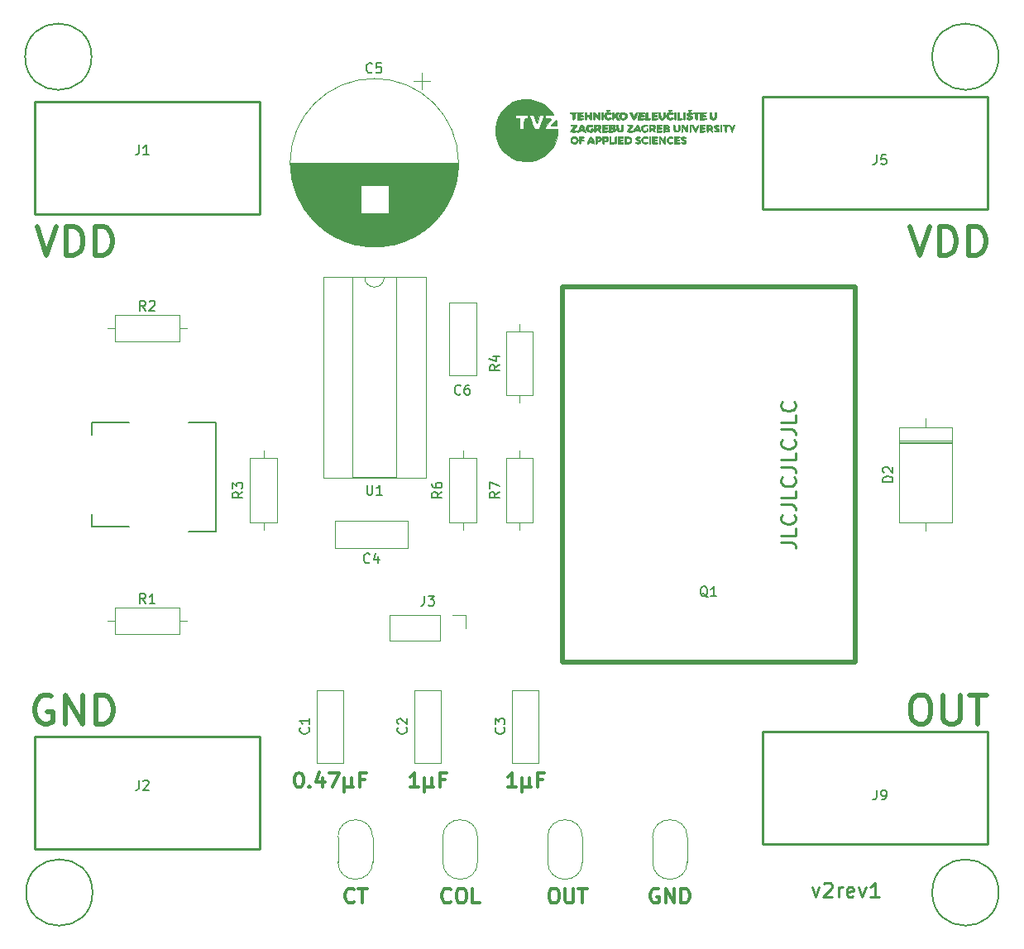
<source format=gbr>
%TF.GenerationSoftware,KiCad,Pcbnew,(6.0.0)*%
%TF.CreationDate,2022-03-14T15:30:20+01:00*%
%TF.ProjectId,Tranzistorski_pretvara_,5472616e-7a69-4737-946f-72736b695f70,rev?*%
%TF.SameCoordinates,Original*%
%TF.FileFunction,Legend,Top*%
%TF.FilePolarity,Positive*%
%FSLAX46Y46*%
G04 Gerber Fmt 4.6, Leading zero omitted, Abs format (unit mm)*
G04 Created by KiCad (PCBNEW (6.0.0)) date 2022-03-14 15:30:20*
%MOMM*%
%LPD*%
G01*
G04 APERTURE LIST*
%ADD10C,0.150000*%
%ADD11C,0.254000*%
%ADD12C,0.500000*%
%ADD13C,0.300000*%
%ADD14C,0.120000*%
%ADD15C,0.200000*%
%ADD16C,0.010000*%
G04 APERTURE END LIST*
D10*
X95900185Y-145200000D02*
G75*
G03*
X95900185Y-145200000I-3400368J0D01*
G01*
X188649634Y-59600000D02*
G75*
G03*
X188649634Y-59600000I-3400368J0D01*
G01*
X188650185Y-145200000D02*
G75*
G03*
X188650185Y-145200000I-3400368J0D01*
G01*
X95800001Y-59600000D02*
G75*
G03*
X95800001Y-59600000I-3400368J0D01*
G01*
D11*
X169535714Y-144678571D02*
X169892857Y-145678571D01*
X170250000Y-144678571D01*
X170750000Y-144321428D02*
X170821428Y-144250000D01*
X170964285Y-144178571D01*
X171321428Y-144178571D01*
X171464285Y-144250000D01*
X171535714Y-144321428D01*
X171607142Y-144464285D01*
X171607142Y-144607142D01*
X171535714Y-144821428D01*
X170678571Y-145678571D01*
X171607142Y-145678571D01*
X172250000Y-145678571D02*
X172250000Y-144678571D01*
X172250000Y-144964285D02*
X172321428Y-144821428D01*
X172392857Y-144750000D01*
X172535714Y-144678571D01*
X172678571Y-144678571D01*
X173750000Y-145607142D02*
X173607142Y-145678571D01*
X173321428Y-145678571D01*
X173178571Y-145607142D01*
X173107142Y-145464285D01*
X173107142Y-144892857D01*
X173178571Y-144750000D01*
X173321428Y-144678571D01*
X173607142Y-144678571D01*
X173750000Y-144750000D01*
X173821428Y-144892857D01*
X173821428Y-145035714D01*
X173107142Y-145178571D01*
X174321428Y-144678571D02*
X174678571Y-145678571D01*
X175035714Y-144678571D01*
X176392857Y-145678571D02*
X175535714Y-145678571D01*
X175964285Y-145678571D02*
X175964285Y-144178571D01*
X175821428Y-144392857D01*
X175678571Y-144535714D01*
X175535714Y-144607142D01*
D12*
X90200000Y-76957142D02*
X91200000Y-79957142D01*
X92200000Y-76957142D01*
X93200000Y-79957142D02*
X93200000Y-76957142D01*
X93914285Y-76957142D01*
X94342857Y-77100000D01*
X94628571Y-77385714D01*
X94771428Y-77671428D01*
X94914285Y-78242857D01*
X94914285Y-78671428D01*
X94771428Y-79242857D01*
X94628571Y-79528571D01*
X94342857Y-79814285D01*
X93914285Y-79957142D01*
X93200000Y-79957142D01*
X96200000Y-79957142D02*
X96200000Y-76957142D01*
X96914285Y-76957142D01*
X97342857Y-77100000D01*
X97628571Y-77385714D01*
X97771428Y-77671428D01*
X97914285Y-78242857D01*
X97914285Y-78671428D01*
X97771428Y-79242857D01*
X97628571Y-79528571D01*
X97342857Y-79814285D01*
X96914285Y-79957142D01*
X96200000Y-79957142D01*
X179600000Y-76957142D02*
X180600000Y-79957142D01*
X181600000Y-76957142D01*
X182600000Y-79957142D02*
X182600000Y-76957142D01*
X183314285Y-76957142D01*
X183742857Y-77100000D01*
X184028571Y-77385714D01*
X184171428Y-77671428D01*
X184314285Y-78242857D01*
X184314285Y-78671428D01*
X184171428Y-79242857D01*
X184028571Y-79528571D01*
X183742857Y-79814285D01*
X183314285Y-79957142D01*
X182600000Y-79957142D01*
X185600000Y-79957142D02*
X185600000Y-76957142D01*
X186314285Y-76957142D01*
X186742857Y-77100000D01*
X187028571Y-77385714D01*
X187171428Y-77671428D01*
X187314285Y-78242857D01*
X187314285Y-78671428D01*
X187171428Y-79242857D01*
X187028571Y-79528571D01*
X186742857Y-79814285D01*
X186314285Y-79957142D01*
X185600000Y-79957142D01*
D11*
X166378571Y-109328572D02*
X167450000Y-109328572D01*
X167664285Y-109400001D01*
X167807142Y-109542858D01*
X167878571Y-109757143D01*
X167878571Y-109900001D01*
X167878571Y-107900001D02*
X167878571Y-108614286D01*
X166378571Y-108614286D01*
X167735714Y-106542858D02*
X167807142Y-106614286D01*
X167878571Y-106828572D01*
X167878571Y-106971429D01*
X167807142Y-107185715D01*
X167664285Y-107328572D01*
X167521428Y-107400001D01*
X167235714Y-107471429D01*
X167021428Y-107471429D01*
X166735714Y-107400001D01*
X166592857Y-107328572D01*
X166450000Y-107185715D01*
X166378571Y-106971429D01*
X166378571Y-106828572D01*
X166450000Y-106614286D01*
X166521428Y-106542858D01*
X166378571Y-105471429D02*
X167450000Y-105471429D01*
X167664285Y-105542858D01*
X167807142Y-105685715D01*
X167878571Y-105900001D01*
X167878571Y-106042858D01*
X167878571Y-104042858D02*
X167878571Y-104757143D01*
X166378571Y-104757143D01*
X167735714Y-102685715D02*
X167807142Y-102757143D01*
X167878571Y-102971429D01*
X167878571Y-103114286D01*
X167807142Y-103328572D01*
X167664285Y-103471429D01*
X167521428Y-103542858D01*
X167235714Y-103614286D01*
X167021428Y-103614286D01*
X166735714Y-103542858D01*
X166592857Y-103471429D01*
X166450000Y-103328572D01*
X166378571Y-103114286D01*
X166378571Y-102971429D01*
X166450000Y-102757143D01*
X166521428Y-102685715D01*
X166378571Y-101614286D02*
X167450000Y-101614286D01*
X167664285Y-101685715D01*
X167807142Y-101828572D01*
X167878571Y-102042858D01*
X167878571Y-102185715D01*
X167878571Y-100185715D02*
X167878571Y-100900001D01*
X166378571Y-100900001D01*
X167735714Y-98828572D02*
X167807142Y-98900001D01*
X167878571Y-99114286D01*
X167878571Y-99257143D01*
X167807142Y-99471429D01*
X167664285Y-99614286D01*
X167521428Y-99685715D01*
X167235714Y-99757143D01*
X167021428Y-99757143D01*
X166735714Y-99685715D01*
X166592857Y-99614286D01*
X166450000Y-99471429D01*
X166378571Y-99257143D01*
X166378571Y-99114286D01*
X166450000Y-98900001D01*
X166521428Y-98828572D01*
X166378571Y-97757143D02*
X167450000Y-97757143D01*
X167664285Y-97828572D01*
X167807142Y-97971429D01*
X167878571Y-98185715D01*
X167878571Y-98328572D01*
X167878571Y-96328572D02*
X167878571Y-97042858D01*
X166378571Y-97042858D01*
X167735714Y-94971429D02*
X167807142Y-95042858D01*
X167878571Y-95257143D01*
X167878571Y-95400001D01*
X167807142Y-95614286D01*
X167664285Y-95757143D01*
X167521428Y-95828572D01*
X167235714Y-95900001D01*
X167021428Y-95900001D01*
X166735714Y-95828572D01*
X166592857Y-95757143D01*
X166450000Y-95614286D01*
X166378571Y-95400001D01*
X166378571Y-95257143D01*
X166450000Y-95042858D01*
X166521428Y-94971429D01*
D12*
X91714285Y-125100000D02*
X91428571Y-124957142D01*
X91000000Y-124957142D01*
X90571428Y-125100000D01*
X90285714Y-125385714D01*
X90142857Y-125671428D01*
X90000000Y-126242857D01*
X90000000Y-126671428D01*
X90142857Y-127242857D01*
X90285714Y-127528571D01*
X90571428Y-127814285D01*
X91000000Y-127957142D01*
X91285714Y-127957142D01*
X91714285Y-127814285D01*
X91857142Y-127671428D01*
X91857142Y-126671428D01*
X91285714Y-126671428D01*
X93142857Y-127957142D02*
X93142857Y-124957142D01*
X94857142Y-127957142D01*
X94857142Y-124957142D01*
X96285714Y-127957142D02*
X96285714Y-124957142D01*
X97000000Y-124957142D01*
X97428571Y-125100000D01*
X97714285Y-125385714D01*
X97857142Y-125671428D01*
X98000000Y-126242857D01*
X98000000Y-126671428D01*
X97857142Y-127242857D01*
X97714285Y-127528571D01*
X97428571Y-127814285D01*
X97000000Y-127957142D01*
X96285714Y-127957142D01*
D13*
X143000000Y-144778571D02*
X143285714Y-144778571D01*
X143428571Y-144850000D01*
X143571428Y-144992857D01*
X143642857Y-145278571D01*
X143642857Y-145778571D01*
X143571428Y-146064285D01*
X143428571Y-146207142D01*
X143285714Y-146278571D01*
X143000000Y-146278571D01*
X142857142Y-146207142D01*
X142714285Y-146064285D01*
X142642857Y-145778571D01*
X142642857Y-145278571D01*
X142714285Y-144992857D01*
X142857142Y-144850000D01*
X143000000Y-144778571D01*
X144285714Y-144778571D02*
X144285714Y-145992857D01*
X144357142Y-146135714D01*
X144428571Y-146207142D01*
X144571428Y-146278571D01*
X144857142Y-146278571D01*
X145000000Y-146207142D01*
X145071428Y-146135714D01*
X145142857Y-145992857D01*
X145142857Y-144778571D01*
X145642857Y-144778571D02*
X146500000Y-144778571D01*
X146071428Y-146278571D02*
X146071428Y-144778571D01*
X116964285Y-132928571D02*
X117107142Y-132928571D01*
X117250000Y-133000000D01*
X117321428Y-133071428D01*
X117392857Y-133214285D01*
X117464285Y-133500000D01*
X117464285Y-133857142D01*
X117392857Y-134142857D01*
X117321428Y-134285714D01*
X117250000Y-134357142D01*
X117107142Y-134428571D01*
X116964285Y-134428571D01*
X116821428Y-134357142D01*
X116750000Y-134285714D01*
X116678571Y-134142857D01*
X116607142Y-133857142D01*
X116607142Y-133500000D01*
X116678571Y-133214285D01*
X116750000Y-133071428D01*
X116821428Y-133000000D01*
X116964285Y-132928571D01*
X118107142Y-134285714D02*
X118178571Y-134357142D01*
X118107142Y-134428571D01*
X118035714Y-134357142D01*
X118107142Y-134285714D01*
X118107142Y-134428571D01*
X119464285Y-133428571D02*
X119464285Y-134428571D01*
X119107142Y-132857142D02*
X118750000Y-133928571D01*
X119678571Y-133928571D01*
X120107142Y-132928571D02*
X121107142Y-132928571D01*
X120464285Y-134428571D01*
X121678571Y-133428571D02*
X121678571Y-134928571D01*
X122392857Y-134214285D02*
X122464285Y-134357142D01*
X122607142Y-134428571D01*
X121678571Y-134214285D02*
X121750000Y-134357142D01*
X121892857Y-134428571D01*
X122178571Y-134428571D01*
X122321428Y-134357142D01*
X122392857Y-134214285D01*
X122392857Y-133428571D01*
X123750000Y-133642857D02*
X123250000Y-133642857D01*
X123250000Y-134428571D02*
X123250000Y-132928571D01*
X123964285Y-132928571D01*
X122692857Y-146135714D02*
X122621428Y-146207142D01*
X122407142Y-146278571D01*
X122264285Y-146278571D01*
X122050000Y-146207142D01*
X121907142Y-146064285D01*
X121835714Y-145921428D01*
X121764285Y-145635714D01*
X121764285Y-145421428D01*
X121835714Y-145135714D01*
X121907142Y-144992857D01*
X122050000Y-144850000D01*
X122264285Y-144778571D01*
X122407142Y-144778571D01*
X122621428Y-144850000D01*
X122692857Y-144921428D01*
X123121428Y-144778571D02*
X123978571Y-144778571D01*
X123550000Y-146278571D02*
X123550000Y-144778571D01*
X132571428Y-146135714D02*
X132500000Y-146207142D01*
X132285714Y-146278571D01*
X132142857Y-146278571D01*
X131928571Y-146207142D01*
X131785714Y-146064285D01*
X131714285Y-145921428D01*
X131642857Y-145635714D01*
X131642857Y-145421428D01*
X131714285Y-145135714D01*
X131785714Y-144992857D01*
X131928571Y-144850000D01*
X132142857Y-144778571D01*
X132285714Y-144778571D01*
X132500000Y-144850000D01*
X132571428Y-144921428D01*
X133500000Y-144778571D02*
X133785714Y-144778571D01*
X133928571Y-144850000D01*
X134071428Y-144992857D01*
X134142857Y-145278571D01*
X134142857Y-145778571D01*
X134071428Y-146064285D01*
X133928571Y-146207142D01*
X133785714Y-146278571D01*
X133500000Y-146278571D01*
X133357142Y-146207142D01*
X133214285Y-146064285D01*
X133142857Y-145778571D01*
X133142857Y-145278571D01*
X133214285Y-144992857D01*
X133357142Y-144850000D01*
X133500000Y-144778571D01*
X135500000Y-146278571D02*
X134785714Y-146278571D01*
X134785714Y-144778571D01*
X129250000Y-134428571D02*
X128392857Y-134428571D01*
X128821428Y-134428571D02*
X128821428Y-132928571D01*
X128678571Y-133142857D01*
X128535714Y-133285714D01*
X128392857Y-133357142D01*
X129892857Y-133428571D02*
X129892857Y-134928571D01*
X130607142Y-134214285D02*
X130678571Y-134357142D01*
X130821428Y-134428571D01*
X129892857Y-134214285D02*
X129964285Y-134357142D01*
X130107142Y-134428571D01*
X130392857Y-134428571D01*
X130535714Y-134357142D01*
X130607142Y-134214285D01*
X130607142Y-133428571D01*
X131964285Y-133642857D02*
X131464285Y-133642857D01*
X131464285Y-134428571D02*
X131464285Y-132928571D01*
X132178571Y-132928571D01*
X153857142Y-144850000D02*
X153714285Y-144778571D01*
X153500000Y-144778571D01*
X153285714Y-144850000D01*
X153142857Y-144992857D01*
X153071428Y-145135714D01*
X153000000Y-145421428D01*
X153000000Y-145635714D01*
X153071428Y-145921428D01*
X153142857Y-146064285D01*
X153285714Y-146207142D01*
X153500000Y-146278571D01*
X153642857Y-146278571D01*
X153857142Y-146207142D01*
X153928571Y-146135714D01*
X153928571Y-145635714D01*
X153642857Y-145635714D01*
X154571428Y-146278571D02*
X154571428Y-144778571D01*
X155428571Y-146278571D01*
X155428571Y-144778571D01*
X156142857Y-146278571D02*
X156142857Y-144778571D01*
X156500000Y-144778571D01*
X156714285Y-144850000D01*
X156857142Y-144992857D01*
X156928571Y-145135714D01*
X157000000Y-145421428D01*
X157000000Y-145635714D01*
X156928571Y-145921428D01*
X156857142Y-146064285D01*
X156714285Y-146207142D01*
X156500000Y-146278571D01*
X156142857Y-146278571D01*
D12*
X180400000Y-124957142D02*
X180971428Y-124957142D01*
X181257142Y-125100000D01*
X181542857Y-125385714D01*
X181685714Y-125957142D01*
X181685714Y-126957142D01*
X181542857Y-127528571D01*
X181257142Y-127814285D01*
X180971428Y-127957142D01*
X180400000Y-127957142D01*
X180114285Y-127814285D01*
X179828571Y-127528571D01*
X179685714Y-126957142D01*
X179685714Y-125957142D01*
X179828571Y-125385714D01*
X180114285Y-125100000D01*
X180400000Y-124957142D01*
X182971428Y-124957142D02*
X182971428Y-127385714D01*
X183114285Y-127671428D01*
X183257142Y-127814285D01*
X183542857Y-127957142D01*
X184114285Y-127957142D01*
X184400000Y-127814285D01*
X184542857Y-127671428D01*
X184685714Y-127385714D01*
X184685714Y-124957142D01*
X185685714Y-124957142D02*
X187400000Y-124957142D01*
X186542857Y-127957142D02*
X186542857Y-124957142D01*
D13*
X139250000Y-134428571D02*
X138392857Y-134428571D01*
X138821428Y-134428571D02*
X138821428Y-132928571D01*
X138678571Y-133142857D01*
X138535714Y-133285714D01*
X138392857Y-133357142D01*
X139892857Y-133428571D02*
X139892857Y-134928571D01*
X140607142Y-134214285D02*
X140678571Y-134357142D01*
X140821428Y-134428571D01*
X139892857Y-134214285D02*
X139964285Y-134357142D01*
X140107142Y-134428571D01*
X140392857Y-134428571D01*
X140535714Y-134357142D01*
X140607142Y-134214285D01*
X140607142Y-133428571D01*
X141964285Y-133642857D02*
X141464285Y-133642857D01*
X141464285Y-134428571D02*
X141464285Y-132928571D01*
X142178571Y-132928571D01*
D10*
%TO.C,R7*%
X137552380Y-104166666D02*
X137076190Y-104500000D01*
X137552380Y-104738095D02*
X136552380Y-104738095D01*
X136552380Y-104357142D01*
X136600000Y-104261904D01*
X136647619Y-104214285D01*
X136742857Y-104166666D01*
X136885714Y-104166666D01*
X136980952Y-104214285D01*
X137028571Y-104261904D01*
X137076190Y-104357142D01*
X137076190Y-104738095D01*
X136552380Y-103833333D02*
X136552380Y-103166666D01*
X137552380Y-103595238D01*
%TO.C,C4*%
X124276333Y-111377142D02*
X124228714Y-111424761D01*
X124085857Y-111472380D01*
X123990619Y-111472380D01*
X123847761Y-111424761D01*
X123752523Y-111329523D01*
X123704904Y-111234285D01*
X123657285Y-111043809D01*
X123657285Y-110900952D01*
X123704904Y-110710476D01*
X123752523Y-110615238D01*
X123847761Y-110520000D01*
X123990619Y-110472380D01*
X124085857Y-110472380D01*
X124228714Y-110520000D01*
X124276333Y-110567619D01*
X125133476Y-110805714D02*
X125133476Y-111472380D01*
X124895380Y-110424761D02*
X124657285Y-111139047D01*
X125276333Y-111139047D01*
%TO.C,J2*%
X100666666Y-133702380D02*
X100666666Y-134416666D01*
X100619047Y-134559523D01*
X100523809Y-134654761D01*
X100380952Y-134702380D01*
X100285714Y-134702380D01*
X101095238Y-133797619D02*
X101142857Y-133750000D01*
X101238095Y-133702380D01*
X101476190Y-133702380D01*
X101571428Y-133750000D01*
X101619047Y-133797619D01*
X101666666Y-133892857D01*
X101666666Y-133988095D01*
X101619047Y-134130952D01*
X101047619Y-134702380D01*
X101666666Y-134702380D01*
%TO.C,C1*%
X118007142Y-128316666D02*
X118054761Y-128364285D01*
X118102380Y-128507142D01*
X118102380Y-128602380D01*
X118054761Y-128745238D01*
X117959523Y-128840476D01*
X117864285Y-128888095D01*
X117673809Y-128935714D01*
X117530952Y-128935714D01*
X117340476Y-128888095D01*
X117245238Y-128840476D01*
X117150000Y-128745238D01*
X117102380Y-128602380D01*
X117102380Y-128507142D01*
X117150000Y-128364285D01*
X117197619Y-128316666D01*
X118102380Y-127364285D02*
X118102380Y-127935714D01*
X118102380Y-127650000D02*
X117102380Y-127650000D01*
X117245238Y-127745238D01*
X117340476Y-127840476D01*
X117388095Y-127935714D01*
%TO.C,J9*%
X176166666Y-134702380D02*
X176166666Y-135416666D01*
X176119047Y-135559523D01*
X176023809Y-135654761D01*
X175880952Y-135702380D01*
X175785714Y-135702380D01*
X176690476Y-135702380D02*
X176880952Y-135702380D01*
X176976190Y-135654761D01*
X177023809Y-135607142D01*
X177119047Y-135464285D01*
X177166666Y-135273809D01*
X177166666Y-134892857D01*
X177119047Y-134797619D01*
X177071428Y-134750000D01*
X176976190Y-134702380D01*
X176785714Y-134702380D01*
X176690476Y-134750000D01*
X176642857Y-134797619D01*
X176595238Y-134892857D01*
X176595238Y-135130952D01*
X176642857Y-135226190D01*
X176690476Y-135273809D01*
X176785714Y-135321428D01*
X176976190Y-135321428D01*
X177071428Y-135273809D01*
X177119047Y-135226190D01*
X177166666Y-135130952D01*
%TO.C,J5*%
X176166666Y-69637165D02*
X176166666Y-70351451D01*
X176119047Y-70494308D01*
X176023809Y-70589546D01*
X175880952Y-70637165D01*
X175785714Y-70637165D01*
X177119047Y-69637165D02*
X176642857Y-69637165D01*
X176595238Y-70113356D01*
X176642857Y-70065737D01*
X176738095Y-70018118D01*
X176976190Y-70018118D01*
X177071428Y-70065737D01*
X177119047Y-70113356D01*
X177166666Y-70208594D01*
X177166666Y-70446689D01*
X177119047Y-70541927D01*
X177071428Y-70589546D01*
X176976190Y-70637165D01*
X176738095Y-70637165D01*
X176642857Y-70589546D01*
X176595238Y-70541927D01*
%TO.C,R4*%
X137552380Y-91166666D02*
X137076190Y-91500000D01*
X137552380Y-91738095D02*
X136552380Y-91738095D01*
X136552380Y-91357142D01*
X136600000Y-91261904D01*
X136647619Y-91214285D01*
X136742857Y-91166666D01*
X136885714Y-91166666D01*
X136980952Y-91214285D01*
X137028571Y-91261904D01*
X137076190Y-91357142D01*
X137076190Y-91738095D01*
X136885714Y-90309523D02*
X137552380Y-90309523D01*
X136504761Y-90547619D02*
X137219047Y-90785714D01*
X137219047Y-90166666D01*
%TO.C,R2*%
X101333333Y-85602380D02*
X101000000Y-85126190D01*
X100761904Y-85602380D02*
X100761904Y-84602380D01*
X101142857Y-84602380D01*
X101238095Y-84650000D01*
X101285714Y-84697619D01*
X101333333Y-84792857D01*
X101333333Y-84935714D01*
X101285714Y-85030952D01*
X101238095Y-85078571D01*
X101142857Y-85126190D01*
X100761904Y-85126190D01*
X101714285Y-84697619D02*
X101761904Y-84650000D01*
X101857142Y-84602380D01*
X102095238Y-84602380D01*
X102190476Y-84650000D01*
X102238095Y-84697619D01*
X102285714Y-84792857D01*
X102285714Y-84888095D01*
X102238095Y-85030952D01*
X101666666Y-85602380D01*
X102285714Y-85602380D01*
%TO.C,C6*%
X133583333Y-94127142D02*
X133535714Y-94174761D01*
X133392857Y-94222380D01*
X133297619Y-94222380D01*
X133154761Y-94174761D01*
X133059523Y-94079523D01*
X133011904Y-93984285D01*
X132964285Y-93793809D01*
X132964285Y-93650952D01*
X133011904Y-93460476D01*
X133059523Y-93365238D01*
X133154761Y-93270000D01*
X133297619Y-93222380D01*
X133392857Y-93222380D01*
X133535714Y-93270000D01*
X133583333Y-93317619D01*
X134440476Y-93222380D02*
X134250000Y-93222380D01*
X134154761Y-93270000D01*
X134107142Y-93317619D01*
X134011904Y-93460476D01*
X133964285Y-93650952D01*
X133964285Y-94031904D01*
X134011904Y-94127142D01*
X134059523Y-94174761D01*
X134154761Y-94222380D01*
X134345238Y-94222380D01*
X134440476Y-94174761D01*
X134488095Y-94127142D01*
X134535714Y-94031904D01*
X134535714Y-93793809D01*
X134488095Y-93698571D01*
X134440476Y-93650952D01*
X134345238Y-93603333D01*
X134154761Y-93603333D01*
X134059523Y-93650952D01*
X134011904Y-93698571D01*
X133964285Y-93793809D01*
%TO.C,R3*%
X111252380Y-104166666D02*
X110776190Y-104500000D01*
X111252380Y-104738095D02*
X110252380Y-104738095D01*
X110252380Y-104357142D01*
X110300000Y-104261904D01*
X110347619Y-104214285D01*
X110442857Y-104166666D01*
X110585714Y-104166666D01*
X110680952Y-104214285D01*
X110728571Y-104261904D01*
X110776190Y-104357142D01*
X110776190Y-104738095D01*
X110252380Y-103833333D02*
X110252380Y-103214285D01*
X110633333Y-103547619D01*
X110633333Y-103404761D01*
X110680952Y-103309523D01*
X110728571Y-103261904D01*
X110823809Y-103214285D01*
X111061904Y-103214285D01*
X111157142Y-103261904D01*
X111204761Y-103309523D01*
X111252380Y-103404761D01*
X111252380Y-103690476D01*
X111204761Y-103785714D01*
X111157142Y-103833333D01*
%TO.C,D2*%
X177807380Y-103138095D02*
X176807380Y-103138095D01*
X176807380Y-102900000D01*
X176855000Y-102757142D01*
X176950238Y-102661904D01*
X177045476Y-102614285D01*
X177235952Y-102566666D01*
X177378809Y-102566666D01*
X177569285Y-102614285D01*
X177664523Y-102661904D01*
X177759761Y-102757142D01*
X177807380Y-102900000D01*
X177807380Y-103138095D01*
X176902619Y-102185714D02*
X176855000Y-102138095D01*
X176807380Y-102042857D01*
X176807380Y-101804761D01*
X176855000Y-101709523D01*
X176902619Y-101661904D01*
X176997857Y-101614285D01*
X177093095Y-101614285D01*
X177235952Y-101661904D01*
X177807380Y-102233333D01*
X177807380Y-101614285D01*
%TO.C,R6*%
X131652380Y-104166666D02*
X131176190Y-104500000D01*
X131652380Y-104738095D02*
X130652380Y-104738095D01*
X130652380Y-104357142D01*
X130700000Y-104261904D01*
X130747619Y-104214285D01*
X130842857Y-104166666D01*
X130985714Y-104166666D01*
X131080952Y-104214285D01*
X131128571Y-104261904D01*
X131176190Y-104357142D01*
X131176190Y-104738095D01*
X130652380Y-103309523D02*
X130652380Y-103500000D01*
X130700000Y-103595238D01*
X130747619Y-103642857D01*
X130890476Y-103738095D01*
X131080952Y-103785714D01*
X131461904Y-103785714D01*
X131557142Y-103738095D01*
X131604761Y-103690476D01*
X131652380Y-103595238D01*
X131652380Y-103404761D01*
X131604761Y-103309523D01*
X131557142Y-103261904D01*
X131461904Y-103214285D01*
X131223809Y-103214285D01*
X131128571Y-103261904D01*
X131080952Y-103309523D01*
X131033333Y-103404761D01*
X131033333Y-103595238D01*
X131080952Y-103690476D01*
X131128571Y-103738095D01*
X131223809Y-103785714D01*
%TO.C,Q1*%
X158864761Y-114957619D02*
X158769523Y-114910000D01*
X158674285Y-114814761D01*
X158531428Y-114671904D01*
X158436190Y-114624285D01*
X158340952Y-114624285D01*
X158388571Y-114862380D02*
X158293333Y-114814761D01*
X158198095Y-114719523D01*
X158150476Y-114529047D01*
X158150476Y-114195714D01*
X158198095Y-114005238D01*
X158293333Y-113910000D01*
X158388571Y-113862380D01*
X158579047Y-113862380D01*
X158674285Y-113910000D01*
X158769523Y-114005238D01*
X158817142Y-114195714D01*
X158817142Y-114529047D01*
X158769523Y-114719523D01*
X158674285Y-114814761D01*
X158579047Y-114862380D01*
X158388571Y-114862380D01*
X159769523Y-114862380D02*
X159198095Y-114862380D01*
X159483809Y-114862380D02*
X159483809Y-113862380D01*
X159388571Y-114005238D01*
X159293333Y-114100476D01*
X159198095Y-114148095D01*
%TO.C,J1*%
X100666666Y-68637165D02*
X100666666Y-69351451D01*
X100619047Y-69494308D01*
X100523809Y-69589546D01*
X100380952Y-69637165D01*
X100285714Y-69637165D01*
X101666666Y-69637165D02*
X101095238Y-69637165D01*
X101380952Y-69637165D02*
X101380952Y-68637165D01*
X101285714Y-68780023D01*
X101190476Y-68875261D01*
X101095238Y-68922880D01*
%TO.C,R1*%
X101333333Y-115602380D02*
X101000000Y-115126190D01*
X100761904Y-115602380D02*
X100761904Y-114602380D01*
X101142857Y-114602380D01*
X101238095Y-114650000D01*
X101285714Y-114697619D01*
X101333333Y-114792857D01*
X101333333Y-114935714D01*
X101285714Y-115030952D01*
X101238095Y-115078571D01*
X101142857Y-115126190D01*
X100761904Y-115126190D01*
X102285714Y-115602380D02*
X101714285Y-115602380D01*
X102000000Y-115602380D02*
X102000000Y-114602380D01*
X101904761Y-114745238D01*
X101809523Y-114840476D01*
X101714285Y-114888095D01*
%TO.C,C5*%
X124533333Y-61157142D02*
X124485714Y-61204761D01*
X124342857Y-61252380D01*
X124247619Y-61252380D01*
X124104761Y-61204761D01*
X124009523Y-61109523D01*
X123961904Y-61014285D01*
X123914285Y-60823809D01*
X123914285Y-60680952D01*
X123961904Y-60490476D01*
X124009523Y-60395238D01*
X124104761Y-60300000D01*
X124247619Y-60252380D01*
X124342857Y-60252380D01*
X124485714Y-60300000D01*
X124533333Y-60347619D01*
X125438095Y-60252380D02*
X124961904Y-60252380D01*
X124914285Y-60728571D01*
X124961904Y-60680952D01*
X125057142Y-60633333D01*
X125295238Y-60633333D01*
X125390476Y-60680952D01*
X125438095Y-60728571D01*
X125485714Y-60823809D01*
X125485714Y-61061904D01*
X125438095Y-61157142D01*
X125390476Y-61204761D01*
X125295238Y-61252380D01*
X125057142Y-61252380D01*
X124961904Y-61204761D01*
X124914285Y-61157142D01*
%TO.C,C2*%
X128007142Y-128316666D02*
X128054761Y-128364285D01*
X128102380Y-128507142D01*
X128102380Y-128602380D01*
X128054761Y-128745238D01*
X127959523Y-128840476D01*
X127864285Y-128888095D01*
X127673809Y-128935714D01*
X127530952Y-128935714D01*
X127340476Y-128888095D01*
X127245238Y-128840476D01*
X127150000Y-128745238D01*
X127102380Y-128602380D01*
X127102380Y-128507142D01*
X127150000Y-128364285D01*
X127197619Y-128316666D01*
X127197619Y-127935714D02*
X127150000Y-127888095D01*
X127102380Y-127792857D01*
X127102380Y-127554761D01*
X127150000Y-127459523D01*
X127197619Y-127411904D01*
X127292857Y-127364285D01*
X127388095Y-127364285D01*
X127530952Y-127411904D01*
X128102380Y-127983333D01*
X128102380Y-127364285D01*
%TO.C,C3*%
X138007142Y-128316666D02*
X138054761Y-128364285D01*
X138102380Y-128507142D01*
X138102380Y-128602380D01*
X138054761Y-128745238D01*
X137959523Y-128840476D01*
X137864285Y-128888095D01*
X137673809Y-128935714D01*
X137530952Y-128935714D01*
X137340476Y-128888095D01*
X137245238Y-128840476D01*
X137150000Y-128745238D01*
X137102380Y-128602380D01*
X137102380Y-128507142D01*
X137150000Y-128364285D01*
X137197619Y-128316666D01*
X137102380Y-127983333D02*
X137102380Y-127364285D01*
X137483333Y-127697619D01*
X137483333Y-127554761D01*
X137530952Y-127459523D01*
X137578571Y-127411904D01*
X137673809Y-127364285D01*
X137911904Y-127364285D01*
X138007142Y-127411904D01*
X138054761Y-127459523D01*
X138102380Y-127554761D01*
X138102380Y-127840476D01*
X138054761Y-127935714D01*
X138007142Y-127983333D01*
%TO.C,J3*%
X129866666Y-114822380D02*
X129866666Y-115536666D01*
X129819047Y-115679523D01*
X129723809Y-115774761D01*
X129580952Y-115822380D01*
X129485714Y-115822380D01*
X130247619Y-114822380D02*
X130866666Y-114822380D01*
X130533333Y-115203333D01*
X130676190Y-115203333D01*
X130771428Y-115250952D01*
X130819047Y-115298571D01*
X130866666Y-115393809D01*
X130866666Y-115631904D01*
X130819047Y-115727142D01*
X130771428Y-115774761D01*
X130676190Y-115822380D01*
X130390476Y-115822380D01*
X130295238Y-115774761D01*
X130247619Y-115727142D01*
%TO.C,U1*%
X123991095Y-103472380D02*
X123991095Y-104281904D01*
X124038714Y-104377142D01*
X124086333Y-104424761D01*
X124181571Y-104472380D01*
X124372047Y-104472380D01*
X124467285Y-104424761D01*
X124514904Y-104377142D01*
X124562523Y-104281904D01*
X124562523Y-103472380D01*
X125562523Y-104472380D02*
X124991095Y-104472380D01*
X125276809Y-104472380D02*
X125276809Y-103472380D01*
X125181571Y-103615238D01*
X125086333Y-103710476D01*
X124991095Y-103758095D01*
D14*
%TO.C,R7*%
X138230000Y-100730000D02*
X138230000Y-107270000D01*
X140970000Y-107270000D02*
X140970000Y-100730000D01*
X138230000Y-107270000D02*
X140970000Y-107270000D01*
X139600000Y-99960000D02*
X139600000Y-100730000D01*
X140970000Y-100730000D02*
X138230000Y-100730000D01*
X139600000Y-108040000D02*
X139600000Y-107270000D01*
%TO.C,C4*%
X128163000Y-109890000D02*
X120723000Y-109890000D01*
X128163000Y-107150000D02*
X120723000Y-107150000D01*
X128163000Y-109890000D02*
X128163000Y-107150000D01*
X120723000Y-109890000D02*
X120723000Y-107150000D01*
D11*
%TO.C,J2*%
X90000000Y-129250000D02*
X113000000Y-129250000D01*
X113000000Y-129250000D02*
X113000000Y-140750000D01*
X113000000Y-140750000D02*
X90000000Y-140750000D01*
X90000000Y-140750000D02*
X90000000Y-129250000D01*
D14*
%TO.C,C1*%
X118830000Y-124480000D02*
X118830000Y-131920000D01*
X121570000Y-124480000D02*
X121570000Y-131920000D01*
X121570000Y-131920000D02*
X118830000Y-131920000D01*
X121570000Y-124480000D02*
X118830000Y-124480000D01*
D11*
%TO.C,J9*%
X187500000Y-140250000D02*
X164500000Y-140250000D01*
X164500000Y-140250000D02*
X164500000Y-128750000D01*
X164500000Y-128750000D02*
X187500000Y-128750000D01*
X187500000Y-128750000D02*
X187500000Y-140250000D01*
%TO.C,J5*%
X187500000Y-75184785D02*
X164500000Y-75184785D01*
X164500000Y-75184785D02*
X164500000Y-63684785D01*
X164500000Y-63684785D02*
X187500000Y-63684785D01*
X187500000Y-63684785D02*
X187500000Y-75184785D01*
D15*
%TO.C,RV1*%
X108531500Y-108242000D02*
X108531500Y-97066000D01*
X99641500Y-97066000D02*
X95831500Y-97066000D01*
X108531500Y-97066000D02*
X105737500Y-97066000D01*
X95831500Y-97066000D02*
X95831500Y-98336000D01*
X99641500Y-107734000D02*
X95831500Y-107734000D01*
X95831500Y-106464000D02*
X95831500Y-107734000D01*
X108531500Y-108242000D02*
X105737500Y-108242000D01*
D14*
%TO.C,R4*%
X139600000Y-86960000D02*
X139600000Y-87730000D01*
X140970000Y-94270000D02*
X140970000Y-87730000D01*
X140970000Y-87730000D02*
X138230000Y-87730000D01*
X139600000Y-95040000D02*
X139600000Y-94270000D01*
X138230000Y-87730000D02*
X138230000Y-94270000D01*
X138230000Y-94270000D02*
X140970000Y-94270000D01*
%TO.C,J6*%
X135311333Y-139530000D02*
X135311333Y-142070000D01*
X131755333Y-139530000D02*
X131755333Y-142070000D01*
X135311333Y-139530000D02*
G75*
G03*
X131755333Y-139530000I-1778000J0D01*
G01*
X131755333Y-142070000D02*
G75*
G03*
X135311333Y-142070000I1778000J0D01*
G01*
%TO.C,R2*%
X98230000Y-88770000D02*
X104770000Y-88770000D01*
X105540000Y-87400000D02*
X104770000Y-87400000D01*
X97460000Y-87400000D02*
X98230000Y-87400000D01*
X98230000Y-86030000D02*
X98230000Y-88770000D01*
X104770000Y-86030000D02*
X98230000Y-86030000D01*
X104770000Y-88770000D02*
X104770000Y-86030000D01*
%TO.C,C6*%
X132430000Y-84800000D02*
X132430000Y-92240000D01*
X135170000Y-84800000D02*
X135170000Y-92240000D01*
X135170000Y-92240000D02*
X132430000Y-92240000D01*
X135170000Y-84800000D02*
X132430000Y-84800000D01*
%TO.C,R3*%
X114770000Y-100730000D02*
X112030000Y-100730000D01*
X113400000Y-108040000D02*
X113400000Y-107270000D01*
X112030000Y-100730000D02*
X112030000Y-107270000D01*
X112030000Y-107270000D02*
X114770000Y-107270000D01*
X113400000Y-99960000D02*
X113400000Y-100730000D01*
X114770000Y-107270000D02*
X114770000Y-100730000D01*
%TO.C,D2*%
X183920000Y-98955000D02*
X178480000Y-98955000D01*
X183920000Y-107270000D02*
X183920000Y-97530000D01*
X183920000Y-99195000D02*
X178480000Y-99195000D01*
X178480000Y-97530000D02*
X178480000Y-107270000D01*
X181200000Y-108180000D02*
X181200000Y-107270000D01*
X183920000Y-99075000D02*
X178480000Y-99075000D01*
X178480000Y-107270000D02*
X183920000Y-107270000D01*
X181200000Y-96620000D02*
X181200000Y-97530000D01*
X183920000Y-97530000D02*
X178480000Y-97530000D01*
%TO.C,J8*%
X156778000Y-139530000D02*
X156778000Y-142070000D01*
X153222000Y-139530000D02*
X153222000Y-142070000D01*
X153222000Y-142070000D02*
G75*
G03*
X156778000Y-142070000I1778000J0D01*
G01*
X156778000Y-139530000D02*
G75*
G03*
X153222000Y-139530000I-1778000J0D01*
G01*
%TO.C,R6*%
X132430000Y-107270000D02*
X135170000Y-107270000D01*
X133800000Y-99960000D02*
X133800000Y-100730000D01*
X132430000Y-100730000D02*
X132430000Y-107270000D01*
X135170000Y-100730000D02*
X132430000Y-100730000D01*
X133800000Y-108040000D02*
X133800000Y-107270000D01*
X135170000Y-107270000D02*
X135170000Y-100730000D01*
%TO.C,J4*%
X142488666Y-139530000D02*
X142488666Y-142070000D01*
X146044666Y-139530000D02*
X146044666Y-142070000D01*
X146044666Y-139530000D02*
G75*
G03*
X142488666Y-139530000I-1778000J0D01*
G01*
X142488666Y-142070000D02*
G75*
G03*
X146044666Y-142070000I1778000J0D01*
G01*
D12*
%TO.C,Q1*%
X174000000Y-83200000D02*
X144000000Y-83200000D01*
X144000000Y-121600000D02*
X144000000Y-83200000D01*
X174000000Y-121600000D02*
X144000000Y-121600000D01*
X174000000Y-121600000D02*
X174000000Y-83200000D01*
D11*
%TO.C,J1*%
X90000000Y-64184785D02*
X113000000Y-64184785D01*
X113000000Y-64184785D02*
X113000000Y-75684785D01*
X113000000Y-75684785D02*
X90000000Y-75684785D01*
X90000000Y-75684785D02*
X90000000Y-64184785D01*
D14*
%TO.C,R1*%
X104770000Y-118770000D02*
X104770000Y-116030000D01*
X98230000Y-116030000D02*
X98230000Y-118770000D01*
X98230000Y-118770000D02*
X104770000Y-118770000D01*
X105540000Y-117400000D02*
X104770000Y-117400000D01*
X97460000Y-117400000D02*
X98230000Y-117400000D01*
X104770000Y-116030000D02*
X98230000Y-116030000D01*
%TO.C,C5*%
X123303000Y-75135733D02*
X117544000Y-75135733D01*
X132186000Y-74735733D02*
X126183000Y-74735733D01*
X133098000Y-72415733D02*
X116388000Y-72415733D01*
X128618000Y-78135733D02*
X120868000Y-78135733D01*
X133270000Y-71415733D02*
X116216000Y-71415733D01*
X129256000Y-77775733D02*
X120230000Y-77775733D01*
X129503000Y-77615733D02*
X119983000Y-77615733D01*
X132739000Y-73575733D02*
X126183000Y-73575733D01*
X131725000Y-75455733D02*
X126183000Y-75455733D01*
X131422000Y-75855733D02*
X118064000Y-75855733D01*
X132517000Y-74095733D02*
X126183000Y-74095733D01*
X123303000Y-74255733D02*
X117045000Y-74255733D01*
X133181000Y-72015733D02*
X116305000Y-72015733D01*
X128538000Y-78175733D02*
X120948000Y-78175733D01*
X123303000Y-73975733D02*
X116914000Y-73975733D01*
X126013000Y-78974733D02*
X123473000Y-78974733D01*
X132536000Y-74055733D02*
X126183000Y-74055733D01*
X123303000Y-75095733D02*
X117518000Y-75095733D01*
X133240000Y-71655733D02*
X116246000Y-71655733D01*
X130565000Y-76775733D02*
X118921000Y-76775733D01*
X129578000Y-61230267D02*
X129578000Y-62930267D01*
X130650000Y-76695733D02*
X118836000Y-76695733D01*
X133209000Y-71855733D02*
X116277000Y-71855733D01*
X128771000Y-78055733D02*
X120715000Y-78055733D01*
X128198000Y-78335733D02*
X121288000Y-78335733D01*
X131454000Y-75815733D02*
X118032000Y-75815733D01*
X133059000Y-72575733D02*
X116427000Y-72575733D01*
X129897000Y-77335733D02*
X119589000Y-77335733D01*
X123303000Y-74415733D02*
X117126000Y-74415733D01*
X132590000Y-73935733D02*
X126183000Y-73935733D01*
X133300000Y-71094733D02*
X116186000Y-71094733D01*
X123303000Y-72935733D02*
X116527000Y-72935733D01*
X131863000Y-75255733D02*
X126183000Y-75255733D01*
X133323000Y-70574733D02*
X116163000Y-70574733D01*
X123303000Y-74095733D02*
X116969000Y-74095733D01*
X126456000Y-78894733D02*
X123030000Y-78894733D01*
X133308000Y-70974733D02*
X116178000Y-70974733D01*
X131291000Y-76015733D02*
X118195000Y-76015733D01*
X123303000Y-74495733D02*
X117168000Y-74495733D01*
X130969000Y-76375733D02*
X118517000Y-76375733D01*
X130433000Y-76895733D02*
X119053000Y-76895733D01*
X130296000Y-77015733D02*
X119190000Y-77015733D01*
X123303000Y-74895733D02*
X117394000Y-74895733D01*
X132092000Y-74895733D02*
X126183000Y-74895733D01*
X129563000Y-77575733D02*
X119923000Y-77575733D01*
X123303000Y-74015733D02*
X116932000Y-74015733D01*
X123303000Y-72975733D02*
X116539000Y-72975733D01*
X132947000Y-72975733D02*
X126183000Y-72975733D01*
X132828000Y-73335733D02*
X126183000Y-73335733D01*
X133133000Y-72255733D02*
X116353000Y-72255733D01*
X123303000Y-74055733D02*
X116950000Y-74055733D01*
X133158000Y-72135733D02*
X116328000Y-72135733D01*
X132983000Y-72855733D02*
X126183000Y-72855733D01*
X131608000Y-75615733D02*
X126183000Y-75615733D01*
X133174000Y-72055733D02*
X116312000Y-72055733D01*
X123303000Y-73535733D02*
X116732000Y-73535733D01*
X123303000Y-75215733D02*
X117596000Y-75215733D01*
X132231000Y-74655733D02*
X126183000Y-74655733D01*
X133318000Y-70774733D02*
X116168000Y-70774733D01*
X123303000Y-73175733D02*
X116603000Y-73175733D01*
X132935000Y-73015733D02*
X126183000Y-73015733D01*
X123303000Y-72895733D02*
X116515000Y-72895733D01*
X127101000Y-78734733D02*
X122385000Y-78734733D01*
X132896000Y-73135733D02*
X126183000Y-73135733D01*
X123303000Y-73415733D02*
X116687000Y-73415733D01*
X133195000Y-71935733D02*
X116291000Y-71935733D01*
X133250000Y-71575733D02*
X116236000Y-71575733D01*
X129443000Y-77655733D02*
X120043000Y-77655733D01*
X127914000Y-78455733D02*
X121572000Y-78455733D01*
X133265000Y-71455733D02*
X116221000Y-71455733D01*
X133142000Y-72215733D02*
X116344000Y-72215733D01*
X133293000Y-71175733D02*
X116193000Y-71175733D01*
X131152000Y-76175733D02*
X118334000Y-76175733D01*
X123303000Y-74655733D02*
X117255000Y-74655733D01*
X123303000Y-75495733D02*
X117789000Y-75495733D01*
X132607000Y-73895733D02*
X126183000Y-73895733D01*
X132068000Y-74935733D02*
X126183000Y-74935733D01*
X131668000Y-75535733D02*
X126183000Y-75535733D01*
X133125000Y-72295733D02*
X116361000Y-72295733D01*
X128011000Y-78415733D02*
X121475000Y-78415733D01*
X132994000Y-72815733D02*
X126183000Y-72815733D01*
X123303000Y-73695733D02*
X116795000Y-73695733D01*
X129789000Y-77415733D02*
X119697000Y-77415733D01*
X123303000Y-74855733D02*
X117370000Y-74855733D01*
X132909000Y-73095733D02*
X126183000Y-73095733D01*
X123303000Y-73495733D02*
X116716000Y-73495733D01*
X131968000Y-75095733D02*
X126183000Y-75095733D01*
X133319000Y-70734733D02*
X116167000Y-70734733D01*
X132339000Y-74455733D02*
X126183000Y-74455733D01*
X133107000Y-72375733D02*
X116379000Y-72375733D01*
X126251000Y-78934733D02*
X123235000Y-78934733D01*
X131517000Y-75735733D02*
X117969000Y-75735733D01*
X131117000Y-76215733D02*
X118369000Y-76215733D01*
X133017000Y-72735733D02*
X116469000Y-72735733D01*
X133312000Y-70894733D02*
X116174000Y-70894733D01*
X133323000Y-70494733D02*
X116163000Y-70494733D01*
X132441000Y-74255733D02*
X126183000Y-74255733D01*
X128373000Y-78255733D02*
X121113000Y-78255733D01*
X132019000Y-75015733D02*
X126183000Y-75015733D01*
X132554000Y-74015733D02*
X126183000Y-74015733D01*
X123303000Y-74215733D02*
X117026000Y-74215733D01*
X123303000Y-73015733D02*
X116551000Y-73015733D01*
X130388000Y-76935733D02*
X119098000Y-76935733D01*
X133314000Y-70854733D02*
X116172000Y-70854733D01*
X129057000Y-77895733D02*
X120429000Y-77895733D01*
X131044000Y-76295733D02*
X118442000Y-76295733D01*
X132116000Y-74855733D02*
X126183000Y-74855733D01*
X132723000Y-73615733D02*
X126183000Y-73615733D01*
X130102000Y-77175733D02*
X119384000Y-77175733D01*
X123303000Y-74175733D02*
X117007000Y-74175733D01*
X131754000Y-75415733D02*
X126183000Y-75415733D01*
X133278000Y-71335733D02*
X116208000Y-71335733D01*
X133202000Y-71895733D02*
X116284000Y-71895733D01*
X129734000Y-77455733D02*
X119752000Y-77455733D01*
X132253000Y-74615733D02*
X126183000Y-74615733D01*
X123303000Y-73455733D02*
X116701000Y-73455733D01*
X129949000Y-77295733D02*
X119537000Y-77295733D01*
X126805000Y-78814733D02*
X122681000Y-78814733D01*
X133321000Y-70654733D02*
X116165000Y-70654733D01*
X123303000Y-73135733D02*
X116590000Y-73135733D01*
X133322000Y-70614733D02*
X116164000Y-70614733D01*
X132043000Y-74975733D02*
X126183000Y-74975733D01*
X133297000Y-71134733D02*
X116189000Y-71134733D01*
X123303000Y-74775733D02*
X117323000Y-74775733D01*
X123303000Y-73815733D02*
X116844000Y-73815733D01*
X129319000Y-77735733D02*
X120167000Y-77735733D01*
X132814000Y-73375733D02*
X126183000Y-73375733D01*
X132297000Y-74535733D02*
X126183000Y-74535733D01*
X132479000Y-74175733D02*
X126183000Y-74175733D01*
X133222000Y-71775733D02*
X116264000Y-71775733D01*
X133256000Y-71535733D02*
X116230000Y-71535733D01*
X132642000Y-73815733D02*
X126183000Y-73815733D01*
X123303000Y-75455733D02*
X117761000Y-75455733D01*
X129124000Y-77855733D02*
X120362000Y-77855733D01*
X133166000Y-72095733D02*
X116320000Y-72095733D01*
X131390000Y-75895733D02*
X118096000Y-75895733D01*
X133261000Y-71495733D02*
X116225000Y-71495733D01*
X133324000Y-70454733D02*
X116162000Y-70454733D01*
X133188000Y-71975733D02*
X116298000Y-71975733D01*
X133069000Y-72535733D02*
X116417000Y-72535733D01*
X130478000Y-76855733D02*
X119008000Y-76855733D01*
X133027000Y-72695733D02*
X116459000Y-72695733D01*
X131916000Y-75175733D02*
X126183000Y-75175733D01*
X130931000Y-76415733D02*
X118555000Y-76415733D01*
X123303000Y-73335733D02*
X116658000Y-73335733D01*
X123303000Y-74535733D02*
X117189000Y-74535733D01*
X130001000Y-77255733D02*
X119485000Y-77255733D01*
X123303000Y-73095733D02*
X116577000Y-73095733D01*
X132658000Y-73775733D02*
X126183000Y-73775733D01*
X123303000Y-75335733D02*
X117677000Y-75335733D01*
X131578000Y-75655733D02*
X117908000Y-75655733D01*
X132163000Y-74775733D02*
X126183000Y-74775733D01*
X129621000Y-77535733D02*
X119865000Y-77535733D01*
X131809000Y-75335733D02*
X126183000Y-75335733D01*
X123303000Y-74975733D02*
X117443000Y-74975733D01*
X131638000Y-75575733D02*
X126183000Y-75575733D01*
X128106000Y-78375733D02*
X121380000Y-78375733D01*
X123303000Y-74375733D02*
X117105000Y-74375733D01*
X131994000Y-75055733D02*
X126183000Y-75055733D01*
X132675000Y-73735733D02*
X126183000Y-73735733D01*
X133079000Y-72495733D02*
X116407000Y-72495733D01*
X131324000Y-75975733D02*
X118162000Y-75975733D01*
X130428000Y-62080267D02*
X128728000Y-62080267D01*
X133274000Y-71375733D02*
X116212000Y-71375733D01*
X132959000Y-72935733D02*
X126183000Y-72935733D01*
X131222000Y-76095733D02*
X118264000Y-76095733D01*
X123303000Y-75375733D02*
X117705000Y-75375733D01*
X130522000Y-76815733D02*
X118964000Y-76815733D01*
X123303000Y-73055733D02*
X116564000Y-73055733D01*
X132381000Y-74375733D02*
X126183000Y-74375733D01*
X123303000Y-74935733D02*
X117418000Y-74935733D01*
X133286000Y-71255733D02*
X116200000Y-71255733D01*
X123303000Y-73255733D02*
X116630000Y-73255733D01*
X123303000Y-72775733D02*
X116481000Y-72775733D01*
X123303000Y-72815733D02*
X116492000Y-72815733D01*
X133282000Y-71295733D02*
X116204000Y-71295733D01*
X131697000Y-75495733D02*
X126183000Y-75495733D01*
X123303000Y-74335733D02*
X117085000Y-74335733D01*
X133048000Y-72615733D02*
X116438000Y-72615733D01*
X132856000Y-73255733D02*
X126183000Y-73255733D01*
X132870000Y-73215733D02*
X126183000Y-73215733D01*
X131187000Y-76135733D02*
X118299000Y-76135733D01*
X131080000Y-76255733D02*
X118406000Y-76255733D01*
X126958000Y-78774733D02*
X122528000Y-78774733D01*
X130248000Y-77055733D02*
X119238000Y-77055733D01*
X132572000Y-73975733D02*
X126183000Y-73975733D01*
X123303000Y-73215733D02*
X116616000Y-73215733D01*
X123303000Y-74135733D02*
X116988000Y-74135733D01*
X127812000Y-78495733D02*
X121674000Y-78495733D01*
X132498000Y-74135733D02*
X126183000Y-74135733D01*
X131257000Y-76055733D02*
X118229000Y-76055733D01*
X123303000Y-75255733D02*
X117623000Y-75255733D01*
X132770000Y-73495733D02*
X126183000Y-73495733D01*
X127482000Y-78615733D02*
X122004000Y-78615733D01*
X130342000Y-76975733D02*
X119144000Y-76975733D01*
X130608000Y-76735733D02*
X118878000Y-76735733D01*
X129843000Y-77375733D02*
X119643000Y-77375733D01*
X132785000Y-73455733D02*
X126183000Y-73455733D01*
X132625000Y-73855733D02*
X126183000Y-73855733D01*
X133310000Y-70934733D02*
X116176000Y-70934733D01*
X133088000Y-72455733D02*
X116398000Y-72455733D01*
X132691000Y-73695733D02*
X126183000Y-73695733D01*
X123303000Y-74615733D02*
X117233000Y-74615733D01*
X128988000Y-77935733D02*
X120498000Y-77935733D01*
X130152000Y-77135733D02*
X119334000Y-77135733D01*
X131781000Y-75375733D02*
X126183000Y-75375733D01*
X129382000Y-77695733D02*
X120104000Y-77695733D01*
X130814000Y-76535733D02*
X118672000Y-76535733D01*
X132360000Y-74415733D02*
X126183000Y-74415733D01*
X123303000Y-74695733D02*
X117277000Y-74695733D01*
X132140000Y-74815733D02*
X126183000Y-74815733D01*
X128695000Y-78095733D02*
X120791000Y-78095733D01*
X133305000Y-71014733D02*
X116181000Y-71014733D01*
X123303000Y-74735733D02*
X117300000Y-74735733D01*
X123303000Y-73575733D02*
X116747000Y-73575733D01*
X127597000Y-78575733D02*
X121889000Y-78575733D01*
X123303000Y-73375733D02*
X116672000Y-73375733D01*
X123303000Y-73775733D02*
X116828000Y-73775733D01*
X132460000Y-74215733D02*
X126183000Y-74215733D01*
X133303000Y-71054733D02*
X116183000Y-71054733D01*
X132401000Y-74335733D02*
X126183000Y-74335733D01*
X127706000Y-78535733D02*
X121780000Y-78535733D01*
X123303000Y-74455733D02*
X117147000Y-74455733D01*
X123303000Y-74815733D02*
X117346000Y-74815733D01*
X133245000Y-71615733D02*
X116241000Y-71615733D01*
X123303000Y-73655733D02*
X116778000Y-73655733D01*
X132883000Y-73175733D02*
X126183000Y-73175733D01*
X130733000Y-76615733D02*
X118753000Y-76615733D01*
X131890000Y-75215733D02*
X126183000Y-75215733D01*
X133323000Y-70534733D02*
X116163000Y-70534733D01*
X123303000Y-74295733D02*
X117065000Y-74295733D01*
X123303000Y-73855733D02*
X116861000Y-73855733D01*
X133320000Y-70694733D02*
X116166000Y-70694733D01*
X133228000Y-71735733D02*
X116258000Y-71735733D01*
X123303000Y-75175733D02*
X117570000Y-75175733D01*
X132799000Y-73415733D02*
X126183000Y-73415733D01*
X123303000Y-75575733D02*
X117848000Y-75575733D01*
X133234000Y-71695733D02*
X116252000Y-71695733D01*
X130893000Y-76455733D02*
X118593000Y-76455733D01*
X123303000Y-73295733D02*
X116644000Y-73295733D01*
X132971000Y-72895733D02*
X126183000Y-72895733D01*
X127235000Y-78694733D02*
X122251000Y-78694733D01*
X123303000Y-75535733D02*
X117818000Y-75535733D01*
X123303000Y-75015733D02*
X117467000Y-75015733D01*
X130200000Y-77095733D02*
X119286000Y-77095733D01*
X131357000Y-75935733D02*
X118129000Y-75935733D01*
X128457000Y-78215733D02*
X121029000Y-78215733D01*
X132754000Y-73535733D02*
X126183000Y-73535733D01*
X131486000Y-75775733D02*
X118000000Y-75775733D01*
X130052000Y-77215733D02*
X119434000Y-77215733D01*
X131007000Y-76335733D02*
X118479000Y-76335733D01*
X132275000Y-74575733D02*
X126183000Y-74575733D01*
X133216000Y-71815733D02*
X116270000Y-71815733D01*
X123303000Y-75295733D02*
X117650000Y-75295733D01*
X125719000Y-79014733D02*
X123767000Y-79014733D01*
X129678000Y-77495733D02*
X119808000Y-77495733D01*
X123303000Y-73615733D02*
X116763000Y-73615733D01*
X131942000Y-75135733D02*
X126183000Y-75135733D01*
X123303000Y-73935733D02*
X116896000Y-73935733D01*
X123303000Y-73895733D02*
X116879000Y-73895733D01*
X132842000Y-73295733D02*
X126183000Y-73295733D01*
X133005000Y-72775733D02*
X126183000Y-72775733D01*
X132708000Y-73655733D02*
X126183000Y-73655733D01*
X132209000Y-74695733D02*
X126183000Y-74695733D01*
X127361000Y-78654733D02*
X122125000Y-78654733D01*
X123303000Y-72855733D02*
X116503000Y-72855733D01*
X128287000Y-78295733D02*
X121199000Y-78295733D01*
X123303000Y-75415733D02*
X117732000Y-75415733D01*
X123303000Y-75055733D02*
X117492000Y-75055733D01*
X130854000Y-76495733D02*
X118632000Y-76495733D01*
X133150000Y-72175733D02*
X116336000Y-72175733D01*
X133316000Y-70814733D02*
X116170000Y-70814733D01*
X126639000Y-78854733D02*
X122847000Y-78854733D01*
X133290000Y-71215733D02*
X116196000Y-71215733D01*
X125290000Y-79054733D02*
X124196000Y-79054733D01*
X123303000Y-74575733D02*
X117211000Y-74575733D01*
X129191000Y-77815733D02*
X120295000Y-77815733D01*
X123303000Y-73735733D02*
X116811000Y-73735733D01*
X128845000Y-78015733D02*
X120641000Y-78015733D01*
X128917000Y-77975733D02*
X120569000Y-77975733D01*
X132421000Y-74295733D02*
X126183000Y-74295733D01*
X133116000Y-72335733D02*
X116370000Y-72335733D01*
X123303000Y-75615733D02*
X117878000Y-75615733D01*
X132922000Y-73055733D02*
X126183000Y-73055733D01*
X131836000Y-75295733D02*
X126183000Y-75295733D01*
X131548000Y-75695733D02*
X117938000Y-75695733D01*
X132318000Y-74495733D02*
X126183000Y-74495733D01*
X133038000Y-72655733D02*
X116448000Y-72655733D01*
X130692000Y-76655733D02*
X118794000Y-76655733D01*
X130774000Y-76575733D02*
X118712000Y-76575733D01*
X133363000Y-70454733D02*
G75*
G03*
X133363000Y-70454733I-8620000J0D01*
G01*
%TO.C,C2*%
X128830000Y-124480000D02*
X128830000Y-131920000D01*
X131570000Y-131920000D02*
X128830000Y-131920000D01*
X131570000Y-124480000D02*
X131570000Y-131920000D01*
X131570000Y-124480000D02*
X128830000Y-124480000D01*
%TO.C,J7*%
X124578000Y-139530000D02*
X124578000Y-142070000D01*
X121022000Y-139530000D02*
X121022000Y-142070000D01*
X121022000Y-142070000D02*
G75*
G03*
X124578000Y-142070000I1778000J0D01*
G01*
X124578000Y-139530000D02*
G75*
G03*
X121022000Y-139530000I-1778000J0D01*
G01*
%TO.C,C3*%
X141570000Y-124480000D02*
X141570000Y-131920000D01*
X141570000Y-131920000D02*
X138830000Y-131920000D01*
X138830000Y-124480000D02*
X138830000Y-131920000D01*
X141570000Y-124480000D02*
X138830000Y-124480000D01*
%TO.C,J3*%
X132725000Y-116790000D02*
X134055000Y-116790000D01*
X131455000Y-116790000D02*
X131455000Y-119450000D01*
X126315000Y-116790000D02*
X126315000Y-119450000D01*
X131455000Y-116790000D02*
X126315000Y-116790000D01*
X134055000Y-116790000D02*
X134055000Y-118120000D01*
X131455000Y-119450000D02*
X126315000Y-119450000D01*
%TO.C,U1*%
X123753000Y-82190000D02*
X122503000Y-82190000D01*
X119503000Y-82130000D02*
X119503000Y-102690000D01*
X127003000Y-102630000D02*
X127003000Y-82190000D01*
X122503000Y-102630000D02*
X127003000Y-102630000D01*
X127003000Y-82190000D02*
X125753000Y-82190000D01*
X119503000Y-102690000D02*
X130003000Y-102690000D01*
X130003000Y-82130000D02*
X119503000Y-82130000D01*
X122503000Y-82190000D02*
X122503000Y-102630000D01*
X130003000Y-102690000D02*
X130003000Y-82130000D01*
X123753000Y-82190000D02*
G75*
G03*
X125753000Y-82190000I1000000J0D01*
G01*
D16*
%TO.C,G\u002A\u002A\u002A*%
X140686573Y-63978607D02*
X141233617Y-64087332D01*
X141233617Y-64087332D02*
X141744196Y-64289495D01*
X141744196Y-64289495D02*
X142213315Y-64583218D01*
X142213315Y-64583218D02*
X142559373Y-64886854D01*
X142559373Y-64886854D02*
X142725574Y-65061233D01*
X142725574Y-65061233D02*
X142872903Y-65228024D01*
X142872903Y-65228024D02*
X142980153Y-65362643D01*
X142980153Y-65362643D02*
X143014772Y-65414761D01*
X143014772Y-65414761D02*
X143106544Y-65576000D01*
X143106544Y-65576000D02*
X142237200Y-65576000D01*
X142237200Y-65576000D02*
X142237200Y-65931600D01*
X142237200Y-65931600D02*
X142542000Y-65931600D01*
X142542000Y-65931600D02*
X142702585Y-65937365D01*
X142702585Y-65937365D02*
X142812680Y-65952353D01*
X142812680Y-65952353D02*
X142845916Y-65969700D01*
X142845916Y-65969700D02*
X142814054Y-66022346D01*
X142814054Y-66022346D02*
X142729489Y-66131258D01*
X142729489Y-66131258D02*
X142607500Y-66277192D01*
X142607500Y-66277192D02*
X142541116Y-66353626D01*
X142541116Y-66353626D02*
X142377589Y-66550978D01*
X142377589Y-66550978D02*
X142280628Y-66698488D01*
X142280628Y-66698488D02*
X142240004Y-66812829D01*
X142240004Y-66812829D02*
X142237200Y-66848926D01*
X142237200Y-66848926D02*
X142237200Y-66998400D01*
X142237200Y-66998400D02*
X143522258Y-66998400D01*
X143522258Y-66998400D02*
X143490114Y-67392100D01*
X143490114Y-67392100D02*
X143396158Y-67941602D01*
X143396158Y-67941602D02*
X143211639Y-68457096D01*
X143211639Y-68457096D02*
X142944594Y-68929074D01*
X142944594Y-68929074D02*
X142603060Y-69348030D01*
X142603060Y-69348030D02*
X142195076Y-69704457D01*
X142195076Y-69704457D02*
X141728679Y-69988850D01*
X141728679Y-69988850D02*
X141211907Y-70191702D01*
X141211907Y-70191702D02*
X141096226Y-70223436D01*
X141096226Y-70223436D02*
X140764646Y-70280031D01*
X140764646Y-70280031D02*
X140382362Y-70301310D01*
X140382362Y-70301310D02*
X139987828Y-70288263D01*
X139987828Y-70288263D02*
X139619493Y-70241881D01*
X139619493Y-70241881D02*
X139361070Y-70178729D01*
X139361070Y-70178729D02*
X138925797Y-70007063D01*
X138925797Y-70007063D02*
X138541658Y-69784370D01*
X138541658Y-69784370D02*
X138177394Y-69491082D01*
X138177394Y-69491082D02*
X138019879Y-69339192D01*
X138019879Y-69339192D02*
X137653550Y-68907817D01*
X137653550Y-68907817D02*
X137383627Y-68447207D01*
X137383627Y-68447207D02*
X137208067Y-67951979D01*
X137208067Y-67951979D02*
X137124830Y-67416749D01*
X137124830Y-67416749D02*
X137122417Y-66973000D01*
X137122417Y-66973000D02*
X137196423Y-66408107D01*
X137196423Y-66408107D02*
X137358053Y-65892645D01*
X137358053Y-65892645D02*
X137526988Y-65576000D01*
X137526988Y-65576000D02*
X139189200Y-65576000D01*
X139189200Y-65576000D02*
X139189200Y-65753800D01*
X139189200Y-65753800D02*
X139195351Y-65867639D01*
X139195351Y-65867639D02*
X139233334Y-65918229D01*
X139233334Y-65918229D02*
X139332440Y-65931202D01*
X139332440Y-65931202D02*
X139392400Y-65931600D01*
X139392400Y-65931600D02*
X139595600Y-65931600D01*
X139595600Y-65931600D02*
X139595600Y-66998400D01*
X139595600Y-66998400D02*
X140049245Y-66998400D01*
X140049245Y-66998400D02*
X140063722Y-66477700D01*
X140063722Y-66477700D02*
X140078200Y-65957000D01*
X140078200Y-65957000D02*
X140268700Y-65941233D01*
X140268700Y-65941233D02*
X140393576Y-65923457D01*
X140393576Y-65923457D02*
X140447002Y-65878298D01*
X140447002Y-65878298D02*
X140459089Y-65775645D01*
X140459089Y-65775645D02*
X140459200Y-65750733D01*
X140459200Y-65750733D02*
X140459200Y-65626321D01*
X140459200Y-65626321D02*
X140611600Y-65626321D01*
X140611600Y-65626321D02*
X140630374Y-65697035D01*
X140630374Y-65697035D02*
X140685703Y-65857885D01*
X140685703Y-65857885D02*
X140776093Y-66104799D01*
X140776093Y-66104799D02*
X140900050Y-66433707D01*
X140900050Y-66433707D02*
X141056082Y-66840537D01*
X141056082Y-66840537D02*
X141072909Y-66884100D01*
X141072909Y-66884100D02*
X141116796Y-66955232D01*
X141116796Y-66955232D02*
X141196696Y-66989159D01*
X141196696Y-66989159D02*
X141343823Y-66998319D01*
X141343823Y-66998319D02*
X141359642Y-66998354D01*
X141359642Y-66998354D02*
X141602200Y-66998309D01*
X141602200Y-66998309D02*
X141710757Y-66706254D01*
X141710757Y-66706254D02*
X141781966Y-66515032D01*
X141781966Y-66515032D02*
X141871473Y-66275167D01*
X141871473Y-66275167D02*
X141961925Y-66033154D01*
X141961925Y-66033154D02*
X141977201Y-65992327D01*
X141977201Y-65992327D02*
X142135089Y-65570454D01*
X142135089Y-65570454D02*
X141897841Y-65585927D01*
X141897841Y-65585927D02*
X141660592Y-65601400D01*
X141660592Y-65601400D02*
X141550171Y-65963862D01*
X141550171Y-65963862D02*
X141474605Y-66210229D01*
X141474605Y-66210229D02*
X141420664Y-66362383D01*
X141420664Y-66362383D02*
X141378539Y-66422724D01*
X141378539Y-66422724D02*
X141338421Y-66393653D01*
X141338421Y-66393653D02*
X141290502Y-66277572D01*
X141290502Y-66277572D02*
X141224973Y-66076882D01*
X141224973Y-66076882D02*
X141215033Y-66045900D01*
X141215033Y-66045900D02*
X141064061Y-65576000D01*
X141064061Y-65576000D02*
X140837830Y-65576000D01*
X140837830Y-65576000D02*
X140702321Y-65586093D01*
X140702321Y-65586093D02*
X140621532Y-65611602D01*
X140621532Y-65611602D02*
X140611600Y-65626321D01*
X140611600Y-65626321D02*
X140459200Y-65626321D01*
X140459200Y-65626321D02*
X140459200Y-65576000D01*
X140459200Y-65576000D02*
X139189200Y-65576000D01*
X139189200Y-65576000D02*
X137526988Y-65576000D01*
X137526988Y-65576000D02*
X137610344Y-65419762D01*
X137610344Y-65419762D02*
X137956335Y-64982605D01*
X137956335Y-64982605D02*
X138045937Y-64889937D01*
X138045937Y-64889937D02*
X138479855Y-64520984D01*
X138479855Y-64520984D02*
X138951138Y-64246110D01*
X138951138Y-64246110D02*
X139463891Y-64063472D01*
X139463891Y-64063472D02*
X140022221Y-63971229D01*
X140022221Y-63971229D02*
X140108058Y-63965198D01*
X140108058Y-63965198D02*
X140686573Y-63978607D01*
X140686573Y-63978607D02*
X140686573Y-63978607D01*
G36*
X140686573Y-63978607D02*
G01*
X141233617Y-64087332D01*
X141744196Y-64289495D01*
X142213315Y-64583218D01*
X142559373Y-64886854D01*
X142725574Y-65061233D01*
X142872903Y-65228024D01*
X142980153Y-65362643D01*
X143014772Y-65414761D01*
X143106544Y-65576000D01*
X142237200Y-65576000D01*
X142237200Y-65931600D01*
X142542000Y-65931600D01*
X142702585Y-65937365D01*
X142812680Y-65952353D01*
X142845916Y-65969700D01*
X142814054Y-66022346D01*
X142729489Y-66131258D01*
X142607500Y-66277192D01*
X142541116Y-66353626D01*
X142377589Y-66550978D01*
X142280628Y-66698488D01*
X142240004Y-66812829D01*
X142237200Y-66848926D01*
X142237200Y-66998400D01*
X143522258Y-66998400D01*
X143490114Y-67392100D01*
X143396158Y-67941602D01*
X143211639Y-68457096D01*
X142944594Y-68929074D01*
X142603060Y-69348030D01*
X142195076Y-69704457D01*
X141728679Y-69988850D01*
X141211907Y-70191702D01*
X141096226Y-70223436D01*
X140764646Y-70280031D01*
X140382362Y-70301310D01*
X139987828Y-70288263D01*
X139619493Y-70241881D01*
X139361070Y-70178729D01*
X138925797Y-70007063D01*
X138541658Y-69784370D01*
X138177394Y-69491082D01*
X138019879Y-69339192D01*
X137653550Y-68907817D01*
X137383627Y-68447207D01*
X137208067Y-67951979D01*
X137124830Y-67416749D01*
X137122417Y-66973000D01*
X137196423Y-66408107D01*
X137358053Y-65892645D01*
X137432129Y-65753800D01*
X139189200Y-65753800D01*
X139195351Y-65867639D01*
X139233334Y-65918229D01*
X139332440Y-65931202D01*
X139392400Y-65931600D01*
X139595600Y-65931600D01*
X139595600Y-66998400D01*
X140049245Y-66998400D01*
X140063722Y-66477700D01*
X140078200Y-65957000D01*
X140268700Y-65941233D01*
X140393576Y-65923457D01*
X140447002Y-65878298D01*
X140459089Y-65775645D01*
X140459200Y-65750733D01*
X140459200Y-65626321D01*
X140611600Y-65626321D01*
X140630374Y-65697035D01*
X140685703Y-65857885D01*
X140776093Y-66104799D01*
X140900050Y-66433707D01*
X141056082Y-66840537D01*
X141072909Y-66884100D01*
X141116796Y-66955232D01*
X141196696Y-66989159D01*
X141343823Y-66998319D01*
X141359642Y-66998354D01*
X141602200Y-66998309D01*
X141710757Y-66706254D01*
X141781966Y-66515032D01*
X141871473Y-66275167D01*
X141961925Y-66033154D01*
X141977201Y-65992327D01*
X142135089Y-65570454D01*
X141897841Y-65585927D01*
X141660592Y-65601400D01*
X141550171Y-65963862D01*
X141474605Y-66210229D01*
X141420664Y-66362383D01*
X141378539Y-66422724D01*
X141338421Y-66393653D01*
X141290502Y-66277572D01*
X141224973Y-66076882D01*
X141215033Y-66045900D01*
X141064061Y-65576000D01*
X140837830Y-65576000D01*
X140702321Y-65586093D01*
X140621532Y-65611602D01*
X140611600Y-65626321D01*
X140459200Y-65626321D01*
X140459200Y-65576000D01*
X139189200Y-65576000D01*
X139189200Y-65753800D01*
X137432129Y-65753800D01*
X137526988Y-65576000D01*
X137610344Y-65419762D01*
X137956335Y-64982605D01*
X138045937Y-64889937D01*
X138479855Y-64520984D01*
X138951138Y-64246110D01*
X139463891Y-64063472D01*
X140022221Y-63971229D01*
X140108058Y-63965198D01*
X140686573Y-63978607D01*
G37*
X140686573Y-63978607D02*
X141233617Y-64087332D01*
X141744196Y-64289495D01*
X142213315Y-64583218D01*
X142559373Y-64886854D01*
X142725574Y-65061233D01*
X142872903Y-65228024D01*
X142980153Y-65362643D01*
X143014772Y-65414761D01*
X143106544Y-65576000D01*
X142237200Y-65576000D01*
X142237200Y-65931600D01*
X142542000Y-65931600D01*
X142702585Y-65937365D01*
X142812680Y-65952353D01*
X142845916Y-65969700D01*
X142814054Y-66022346D01*
X142729489Y-66131258D01*
X142607500Y-66277192D01*
X142541116Y-66353626D01*
X142377589Y-66550978D01*
X142280628Y-66698488D01*
X142240004Y-66812829D01*
X142237200Y-66848926D01*
X142237200Y-66998400D01*
X143522258Y-66998400D01*
X143490114Y-67392100D01*
X143396158Y-67941602D01*
X143211639Y-68457096D01*
X142944594Y-68929074D01*
X142603060Y-69348030D01*
X142195076Y-69704457D01*
X141728679Y-69988850D01*
X141211907Y-70191702D01*
X141096226Y-70223436D01*
X140764646Y-70280031D01*
X140382362Y-70301310D01*
X139987828Y-70288263D01*
X139619493Y-70241881D01*
X139361070Y-70178729D01*
X138925797Y-70007063D01*
X138541658Y-69784370D01*
X138177394Y-69491082D01*
X138019879Y-69339192D01*
X137653550Y-68907817D01*
X137383627Y-68447207D01*
X137208067Y-67951979D01*
X137124830Y-67416749D01*
X137122417Y-66973000D01*
X137196423Y-66408107D01*
X137358053Y-65892645D01*
X137432129Y-65753800D01*
X139189200Y-65753800D01*
X139195351Y-65867639D01*
X139233334Y-65918229D01*
X139332440Y-65931202D01*
X139392400Y-65931600D01*
X139595600Y-65931600D01*
X139595600Y-66998400D01*
X140049245Y-66998400D01*
X140063722Y-66477700D01*
X140078200Y-65957000D01*
X140268700Y-65941233D01*
X140393576Y-65923457D01*
X140447002Y-65878298D01*
X140459089Y-65775645D01*
X140459200Y-65750733D01*
X140459200Y-65626321D01*
X140611600Y-65626321D01*
X140630374Y-65697035D01*
X140685703Y-65857885D01*
X140776093Y-66104799D01*
X140900050Y-66433707D01*
X141056082Y-66840537D01*
X141072909Y-66884100D01*
X141116796Y-66955232D01*
X141196696Y-66989159D01*
X141343823Y-66998319D01*
X141359642Y-66998354D01*
X141602200Y-66998309D01*
X141710757Y-66706254D01*
X141781966Y-66515032D01*
X141871473Y-66275167D01*
X141961925Y-66033154D01*
X141977201Y-65992327D01*
X142135089Y-65570454D01*
X141897841Y-65585927D01*
X141660592Y-65601400D01*
X141550171Y-65963862D01*
X141474605Y-66210229D01*
X141420664Y-66362383D01*
X141378539Y-66422724D01*
X141338421Y-66393653D01*
X141290502Y-66277572D01*
X141224973Y-66076882D01*
X141215033Y-66045900D01*
X141064061Y-65576000D01*
X140837830Y-65576000D01*
X140702321Y-65586093D01*
X140621532Y-65611602D01*
X140611600Y-65626321D01*
X140459200Y-65626321D01*
X140459200Y-65576000D01*
X139189200Y-65576000D01*
X139189200Y-65753800D01*
X137432129Y-65753800D01*
X137526988Y-65576000D01*
X137610344Y-65419762D01*
X137956335Y-64982605D01*
X138045937Y-64889937D01*
X138479855Y-64520984D01*
X138951138Y-64246110D01*
X139463891Y-64063472D01*
X140022221Y-63971229D01*
X140108058Y-63965198D01*
X140686573Y-63978607D01*
X148131146Y-65280198D02*
X148161626Y-65321231D01*
X148161626Y-65321231D02*
X148176252Y-65415352D01*
X148176252Y-65415352D02*
X148180640Y-65583617D01*
X148180640Y-65583617D02*
X148180800Y-65652200D01*
X148180800Y-65652200D02*
X148178400Y-65847000D01*
X148178400Y-65847000D02*
X148167458Y-65961297D01*
X148167458Y-65961297D02*
X148142359Y-66016147D01*
X148142359Y-66016147D02*
X148097488Y-66032602D01*
X148097488Y-66032602D02*
X148079200Y-66033200D01*
X148079200Y-66033200D02*
X148027253Y-66024201D01*
X148027253Y-66024201D02*
X147996773Y-65983168D01*
X147996773Y-65983168D02*
X147982147Y-65889047D01*
X147982147Y-65889047D02*
X147977759Y-65720782D01*
X147977759Y-65720782D02*
X147977600Y-65652200D01*
X147977600Y-65652200D02*
X147979999Y-65457399D01*
X147979999Y-65457399D02*
X147990941Y-65343102D01*
X147990941Y-65343102D02*
X148016040Y-65288252D01*
X148016040Y-65288252D02*
X148060911Y-65271797D01*
X148060911Y-65271797D02*
X148079200Y-65271200D01*
X148079200Y-65271200D02*
X148131146Y-65280198D01*
X148131146Y-65280198D02*
X148131146Y-65280198D01*
G36*
X148131146Y-65280198D02*
G01*
X148161626Y-65321231D01*
X148176252Y-65415352D01*
X148180640Y-65583617D01*
X148180800Y-65652200D01*
X148178400Y-65847000D01*
X148167458Y-65961297D01*
X148142359Y-66016147D01*
X148097488Y-66032602D01*
X148079200Y-66033200D01*
X148027253Y-66024201D01*
X147996773Y-65983168D01*
X147982147Y-65889047D01*
X147977759Y-65720782D01*
X147977600Y-65652200D01*
X147979999Y-65457399D01*
X147990941Y-65343102D01*
X148016040Y-65288252D01*
X148060911Y-65271797D01*
X148079200Y-65271200D01*
X148131146Y-65280198D01*
G37*
X148131146Y-65280198D02*
X148161626Y-65321231D01*
X148176252Y-65415352D01*
X148180640Y-65583617D01*
X148180800Y-65652200D01*
X148178400Y-65847000D01*
X148167458Y-65961297D01*
X148142359Y-66016147D01*
X148097488Y-66032602D01*
X148079200Y-66033200D01*
X148027253Y-66024201D01*
X147996773Y-65983168D01*
X147982147Y-65889047D01*
X147977759Y-65720782D01*
X147977600Y-65652200D01*
X147979999Y-65457399D01*
X147990941Y-65343102D01*
X148016040Y-65288252D01*
X148060911Y-65271797D01*
X148079200Y-65271200D01*
X148131146Y-65280198D01*
X145351966Y-66547704D02*
X145455441Y-66575604D01*
X145455441Y-66575604D02*
X145473037Y-66637476D01*
X145473037Y-66637476D02*
X145409167Y-66745898D01*
X145409167Y-66745898D02*
X145282927Y-66896800D01*
X145282927Y-66896800D02*
X145081787Y-67125400D01*
X145081787Y-67125400D02*
X145285093Y-67141020D01*
X145285093Y-67141020D02*
X145435140Y-67169883D01*
X145435140Y-67169883D02*
X145488269Y-67226212D01*
X145488269Y-67226212D02*
X145488400Y-67229920D01*
X145488400Y-67229920D02*
X145464907Y-67270114D01*
X145464907Y-67270114D02*
X145382672Y-67293077D01*
X145382672Y-67293077D02*
X145224061Y-67302445D01*
X145224061Y-67302445D02*
X145132800Y-67303200D01*
X145132800Y-67303200D02*
X144926678Y-67295422D01*
X144926678Y-67295422D02*
X144806194Y-67273001D01*
X144806194Y-67273001D02*
X144777200Y-67246750D01*
X144777200Y-67246750D02*
X144807784Y-67180841D01*
X144807784Y-67180841D02*
X144887484Y-67065232D01*
X144887484Y-67065232D02*
X144985130Y-66941950D01*
X144985130Y-66941950D02*
X145193060Y-66693600D01*
X145193060Y-66693600D02*
X145010530Y-66693600D01*
X145010530Y-66693600D02*
X144877164Y-66677947D01*
X144877164Y-66677947D02*
X144828707Y-66627569D01*
X144828707Y-66627569D02*
X144828000Y-66617400D01*
X144828000Y-66617400D02*
X144850044Y-66574658D01*
X144850044Y-66574658D02*
X144928813Y-66550902D01*
X144928813Y-66550902D02*
X145083260Y-66541757D01*
X145083260Y-66541757D02*
X145158200Y-66541200D01*
X145158200Y-66541200D02*
X145351966Y-66547704D01*
X145351966Y-66547704D02*
X145351966Y-66547704D01*
G36*
X145351966Y-66547704D02*
G01*
X145455441Y-66575604D01*
X145473037Y-66637476D01*
X145409167Y-66745898D01*
X145282927Y-66896800D01*
X145081787Y-67125400D01*
X145285093Y-67141020D01*
X145435140Y-67169883D01*
X145488269Y-67226212D01*
X145488400Y-67229920D01*
X145464907Y-67270114D01*
X145382672Y-67293077D01*
X145224061Y-67302445D01*
X145132800Y-67303200D01*
X144926678Y-67295422D01*
X144806194Y-67273001D01*
X144777200Y-67246750D01*
X144807784Y-67180841D01*
X144887484Y-67065232D01*
X144985130Y-66941950D01*
X145193060Y-66693600D01*
X145010530Y-66693600D01*
X144877164Y-66677947D01*
X144828707Y-66627569D01*
X144828000Y-66617400D01*
X144850044Y-66574658D01*
X144928813Y-66550902D01*
X145083260Y-66541757D01*
X145158200Y-66541200D01*
X145351966Y-66547704D01*
G37*
X145351966Y-66547704D02*
X145455441Y-66575604D01*
X145473037Y-66637476D01*
X145409167Y-66745898D01*
X145282927Y-66896800D01*
X145081787Y-67125400D01*
X145285093Y-67141020D01*
X145435140Y-67169883D01*
X145488269Y-67226212D01*
X145488400Y-67229920D01*
X145464907Y-67270114D01*
X145382672Y-67293077D01*
X145224061Y-67302445D01*
X145132800Y-67303200D01*
X144926678Y-67295422D01*
X144806194Y-67273001D01*
X144777200Y-67246750D01*
X144807784Y-67180841D01*
X144887484Y-67065232D01*
X144985130Y-66941950D01*
X145193060Y-66693600D01*
X145010530Y-66693600D01*
X144877164Y-66677947D01*
X144828707Y-66627569D01*
X144828000Y-66617400D01*
X144850044Y-66574658D01*
X144928813Y-66550902D01*
X145083260Y-66541757D01*
X145158200Y-66541200D01*
X145351966Y-66547704D01*
X159143065Y-66570960D02*
X159282462Y-66651286D01*
X159282462Y-66651286D02*
X159346506Y-66768745D01*
X159346506Y-66768745D02*
X159324416Y-66909905D01*
X159324416Y-66909905D02*
X159286306Y-66973786D01*
X159286306Y-66973786D02*
X159242759Y-67059693D01*
X159242759Y-67059693D02*
X159266285Y-67144677D01*
X159266285Y-67144677D02*
X159292148Y-67186696D01*
X159292148Y-67186696D02*
X159340376Y-67270610D01*
X159340376Y-67270610D02*
X159327020Y-67300206D01*
X159327020Y-67300206D02*
X159288229Y-67303200D01*
X159288229Y-67303200D02*
X159202557Y-67262713D01*
X159202557Y-67262713D02*
X159153600Y-67201600D01*
X159153600Y-67201600D02*
X159069795Y-67120210D01*
X159069795Y-67120210D02*
X158999412Y-67100000D01*
X158999412Y-67100000D02*
X158915768Y-67136796D01*
X158915768Y-67136796D02*
X158899600Y-67201600D01*
X158899600Y-67201600D02*
X158867836Y-67284342D01*
X158867836Y-67284342D02*
X158823400Y-67303200D01*
X158823400Y-67303200D02*
X158783206Y-67283241D01*
X158783206Y-67283241D02*
X158759613Y-67211118D01*
X158759613Y-67211118D02*
X158748945Y-67068456D01*
X158748945Y-67068456D02*
X158747200Y-66922200D01*
X158747200Y-66922200D02*
X158747200Y-66823974D01*
X158747200Y-66823974D02*
X158899600Y-66823974D01*
X158899600Y-66823974D02*
X158914241Y-66916863D01*
X158914241Y-66916863D02*
X158979220Y-66942483D01*
X158979220Y-66942483D02*
X159039300Y-66938274D01*
X159039300Y-66938274D02*
X159154170Y-66896181D01*
X159154170Y-66896181D02*
X159195233Y-66807900D01*
X159195233Y-66807900D02*
X159191222Y-66727379D01*
X159191222Y-66727379D02*
X159129254Y-66696946D01*
X159129254Y-66696946D02*
X159055533Y-66693600D01*
X159055533Y-66693600D02*
X158945178Y-66706360D01*
X158945178Y-66706360D02*
X158904002Y-66761925D01*
X158904002Y-66761925D02*
X158899600Y-66823974D01*
X158899600Y-66823974D02*
X158747200Y-66823974D01*
X158747200Y-66823974D02*
X158747200Y-66541200D01*
X158747200Y-66541200D02*
X158939096Y-66541200D01*
X158939096Y-66541200D02*
X159143065Y-66570960D01*
X159143065Y-66570960D02*
X159143065Y-66570960D01*
G36*
X158939096Y-66541200D02*
G01*
X159143065Y-66570960D01*
X159282462Y-66651286D01*
X159346506Y-66768745D01*
X159324416Y-66909905D01*
X159286306Y-66973786D01*
X159242759Y-67059693D01*
X159266285Y-67144677D01*
X159292148Y-67186696D01*
X159340376Y-67270610D01*
X159327020Y-67300206D01*
X159288229Y-67303200D01*
X159202557Y-67262713D01*
X159153600Y-67201600D01*
X159069795Y-67120210D01*
X158999412Y-67100000D01*
X158915768Y-67136796D01*
X158899600Y-67201600D01*
X158867836Y-67284342D01*
X158823400Y-67303200D01*
X158783206Y-67283241D01*
X158759613Y-67211118D01*
X158748945Y-67068456D01*
X158747200Y-66922200D01*
X158747200Y-66823974D01*
X158899600Y-66823974D01*
X158914241Y-66916863D01*
X158979220Y-66942483D01*
X159039300Y-66938274D01*
X159154170Y-66896181D01*
X159195233Y-66807900D01*
X159191222Y-66727379D01*
X159129254Y-66696946D01*
X159055533Y-66693600D01*
X158945178Y-66706360D01*
X158904002Y-66761925D01*
X158899600Y-66823974D01*
X158747200Y-66823974D01*
X158747200Y-66541200D01*
X158939096Y-66541200D01*
G37*
X158939096Y-66541200D02*
X159143065Y-66570960D01*
X159282462Y-66651286D01*
X159346506Y-66768745D01*
X159324416Y-66909905D01*
X159286306Y-66973786D01*
X159242759Y-67059693D01*
X159266285Y-67144677D01*
X159292148Y-67186696D01*
X159340376Y-67270610D01*
X159327020Y-67300206D01*
X159288229Y-67303200D01*
X159202557Y-67262713D01*
X159153600Y-67201600D01*
X159069795Y-67120210D01*
X158999412Y-67100000D01*
X158915768Y-67136796D01*
X158899600Y-67201600D01*
X158867836Y-67284342D01*
X158823400Y-67303200D01*
X158783206Y-67283241D01*
X158759613Y-67211118D01*
X158748945Y-67068456D01*
X158747200Y-66922200D01*
X158747200Y-66823974D01*
X158899600Y-66823974D01*
X158914241Y-66916863D01*
X158979220Y-66942483D01*
X159039300Y-66938274D01*
X159154170Y-66896181D01*
X159195233Y-66807900D01*
X159191222Y-66727379D01*
X159129254Y-66696946D01*
X159055533Y-66693600D01*
X158945178Y-66706360D01*
X158904002Y-66761925D01*
X158899600Y-66823974D01*
X158747200Y-66823974D01*
X158747200Y-66541200D01*
X158939096Y-66541200D01*
X149465593Y-67780358D02*
X149489186Y-67852481D01*
X149489186Y-67852481D02*
X149499854Y-67995143D01*
X149499854Y-67995143D02*
X149501600Y-68141400D01*
X149501600Y-68141400D02*
X149497608Y-68342367D01*
X149497608Y-68342367D02*
X149483183Y-68460332D01*
X149483183Y-68460332D02*
X149454651Y-68513670D01*
X149454651Y-68513670D02*
X149425400Y-68522400D01*
X149425400Y-68522400D02*
X149385206Y-68502441D01*
X149385206Y-68502441D02*
X149361613Y-68430318D01*
X149361613Y-68430318D02*
X149350945Y-68287656D01*
X149350945Y-68287656D02*
X149349200Y-68141400D01*
X149349200Y-68141400D02*
X149353191Y-67940432D01*
X149353191Y-67940432D02*
X149367616Y-67822467D01*
X149367616Y-67822467D02*
X149396148Y-67769129D01*
X149396148Y-67769129D02*
X149425400Y-67760400D01*
X149425400Y-67760400D02*
X149465593Y-67780358D01*
X149465593Y-67780358D02*
X149465593Y-67780358D01*
G36*
X149465593Y-67780358D02*
G01*
X149489186Y-67852481D01*
X149499854Y-67995143D01*
X149501600Y-68141400D01*
X149497608Y-68342367D01*
X149483183Y-68460332D01*
X149454651Y-68513670D01*
X149425400Y-68522400D01*
X149385206Y-68502441D01*
X149361613Y-68430318D01*
X149350945Y-68287656D01*
X149349200Y-68141400D01*
X149353191Y-67940432D01*
X149367616Y-67822467D01*
X149396148Y-67769129D01*
X149425400Y-67760400D01*
X149465593Y-67780358D01*
G37*
X149465593Y-67780358D02*
X149489186Y-67852481D01*
X149499854Y-67995143D01*
X149501600Y-68141400D01*
X149497608Y-68342367D01*
X149483183Y-68460332D01*
X149454651Y-68513670D01*
X149425400Y-68522400D01*
X149385206Y-68502441D01*
X149361613Y-68430318D01*
X149350945Y-68287656D01*
X149349200Y-68141400D01*
X149353191Y-67940432D01*
X149367616Y-67822467D01*
X149396148Y-67769129D01*
X149425400Y-67760400D01*
X149465593Y-67780358D01*
X157119981Y-65282433D02*
X157227440Y-65330245D01*
X157227440Y-65330245D02*
X157265855Y-65392090D01*
X157265855Y-65392090D02*
X157265489Y-65452798D01*
X157265489Y-65452798D02*
X157215160Y-65469398D01*
X157215160Y-65469398D02*
X157101194Y-65453288D01*
X157101194Y-65453288D02*
X156967613Y-65441946D01*
X156967613Y-65441946D02*
X156923655Y-65469344D01*
X156923655Y-65469344D02*
X156968911Y-65527142D01*
X156968911Y-65527142D02*
X157102969Y-65607002D01*
X157102969Y-65607002D02*
X157108900Y-65609916D01*
X157108900Y-65609916D02*
X157261919Y-65712230D01*
X157261919Y-65712230D02*
X157313784Y-65819998D01*
X157313784Y-65819998D02*
X157264336Y-65932831D01*
X157264336Y-65932831D02*
X157247508Y-65950834D01*
X157247508Y-65950834D02*
X157136465Y-66006564D01*
X157136465Y-66006564D02*
X156976222Y-66030975D01*
X156976222Y-66030975D02*
X156815238Y-66020765D01*
X156815238Y-66020765D02*
X156720497Y-65986749D01*
X156720497Y-65986749D02*
X156674835Y-65907289D01*
X156674835Y-65907289D02*
X156681643Y-65858336D01*
X156681643Y-65858336D02*
X156726942Y-65803052D01*
X156726942Y-65803052D02*
X156810616Y-65826695D01*
X156810616Y-65826695D02*
X156812706Y-65827809D01*
X156812706Y-65827809D02*
X156929448Y-65871607D01*
X156929448Y-65871607D02*
X156991260Y-65880800D01*
X156991260Y-65880800D02*
X157063858Y-65859190D01*
X157063858Y-65859190D02*
X157057633Y-65808177D01*
X157057633Y-65808177D02*
X156982137Y-65748480D01*
X156982137Y-65748480D02*
X156917327Y-65720414D01*
X156917327Y-65720414D02*
X156762888Y-65635163D01*
X156762888Y-65635163D02*
X156701708Y-65523712D01*
X156701708Y-65523712D02*
X156737480Y-65393520D01*
X156737480Y-65393520D02*
X156747779Y-65377965D01*
X156747779Y-65377965D02*
X156844642Y-65305325D01*
X156844642Y-65305325D02*
X156980545Y-65273803D01*
X156980545Y-65273803D02*
X157119981Y-65282433D01*
X157119981Y-65282433D02*
X157119981Y-65282433D01*
G36*
X157119981Y-65282433D02*
G01*
X157227440Y-65330245D01*
X157265855Y-65392090D01*
X157265489Y-65452798D01*
X157215160Y-65469398D01*
X157101194Y-65453288D01*
X156967613Y-65441946D01*
X156923655Y-65469344D01*
X156968911Y-65527142D01*
X157102969Y-65607002D01*
X157108900Y-65609916D01*
X157261919Y-65712230D01*
X157313784Y-65819998D01*
X157264336Y-65932831D01*
X157247508Y-65950834D01*
X157136465Y-66006564D01*
X156976222Y-66030975D01*
X156815238Y-66020765D01*
X156720497Y-65986749D01*
X156674835Y-65907289D01*
X156681643Y-65858336D01*
X156726942Y-65803052D01*
X156810616Y-65826695D01*
X156812706Y-65827809D01*
X156929448Y-65871607D01*
X156991260Y-65880800D01*
X157063858Y-65859190D01*
X157057633Y-65808177D01*
X156982137Y-65748480D01*
X156917327Y-65720414D01*
X156762888Y-65635163D01*
X156701708Y-65523712D01*
X156737480Y-65393520D01*
X156747779Y-65377965D01*
X156844642Y-65305325D01*
X156980545Y-65273803D01*
X157119981Y-65282433D01*
G37*
X157119981Y-65282433D02*
X157227440Y-65330245D01*
X157265855Y-65392090D01*
X157265489Y-65452798D01*
X157215160Y-65469398D01*
X157101194Y-65453288D01*
X156967613Y-65441946D01*
X156923655Y-65469344D01*
X156968911Y-65527142D01*
X157102969Y-65607002D01*
X157108900Y-65609916D01*
X157261919Y-65712230D01*
X157313784Y-65819998D01*
X157264336Y-65932831D01*
X157247508Y-65950834D01*
X157136465Y-66006564D01*
X156976222Y-66030975D01*
X156815238Y-66020765D01*
X156720497Y-65986749D01*
X156674835Y-65907289D01*
X156681643Y-65858336D01*
X156726942Y-65803052D01*
X156810616Y-65826695D01*
X156812706Y-65827809D01*
X156929448Y-65871607D01*
X156991260Y-65880800D01*
X157063858Y-65859190D01*
X157057633Y-65808177D01*
X156982137Y-65748480D01*
X156917327Y-65720414D01*
X156762888Y-65635163D01*
X156701708Y-65523712D01*
X156737480Y-65393520D01*
X156747779Y-65377965D01*
X156844642Y-65305325D01*
X156980545Y-65273803D01*
X157119981Y-65282433D01*
X157197016Y-65031876D02*
X157176155Y-65093067D01*
X157176155Y-65093067D02*
X157160610Y-65118800D01*
X157160610Y-65118800D02*
X157069427Y-65197780D01*
X157069427Y-65197780D02*
X156958275Y-65216419D01*
X156958275Y-65216419D02*
X156867716Y-65172376D01*
X156867716Y-65172376D02*
X156846439Y-65136929D01*
X156846439Y-65136929D02*
X156832997Y-65044513D01*
X156832997Y-65044513D02*
X156880579Y-65027845D01*
X156880579Y-65027845D02*
X156938049Y-65063227D01*
X156938049Y-65063227D02*
X157014505Y-65094792D01*
X157014505Y-65094792D02*
X157043875Y-65070466D01*
X157043875Y-65070466D02*
X157118913Y-65021488D01*
X157118913Y-65021488D02*
X157150428Y-65017200D01*
X157150428Y-65017200D02*
X157197016Y-65031876D01*
X157197016Y-65031876D02*
X157197016Y-65031876D01*
G36*
X157197016Y-65031876D02*
G01*
X157176155Y-65093067D01*
X157160610Y-65118800D01*
X157069427Y-65197780D01*
X156958275Y-65216419D01*
X156867716Y-65172376D01*
X156846439Y-65136929D01*
X156832997Y-65044513D01*
X156880579Y-65027845D01*
X156938049Y-65063227D01*
X157014505Y-65094792D01*
X157043875Y-65070466D01*
X157118913Y-65021488D01*
X157150428Y-65017200D01*
X157197016Y-65031876D01*
G37*
X157197016Y-65031876D02*
X157176155Y-65093067D01*
X157160610Y-65118800D01*
X157069427Y-65197780D01*
X156958275Y-65216419D01*
X156867716Y-65172376D01*
X156846439Y-65136929D01*
X156832997Y-65044513D01*
X156880579Y-65027845D01*
X156938049Y-65063227D01*
X157014505Y-65094792D01*
X157043875Y-65070466D01*
X157118913Y-65021488D01*
X157150428Y-65017200D01*
X157197016Y-65031876D01*
X155898586Y-67774253D02*
X155986818Y-67807834D01*
X155986818Y-67807834D02*
X155988889Y-67849175D01*
X155988889Y-67849175D02*
X155900160Y-67886307D01*
X155900160Y-67886307D02*
X155784173Y-67903166D01*
X155784173Y-67903166D02*
X155645226Y-67935518D01*
X155645226Y-67935518D02*
X155591807Y-67987562D01*
X155591807Y-67987562D02*
X155625084Y-68037748D01*
X155625084Y-68037748D02*
X155746223Y-68064525D01*
X155746223Y-68064525D02*
X155775400Y-68065200D01*
X155775400Y-68065200D02*
X155906903Y-68081723D01*
X155906903Y-68081723D02*
X155952878Y-68134460D01*
X155952878Y-68134460D02*
X155953200Y-68141400D01*
X155953200Y-68141400D02*
X155914644Y-68197758D01*
X155914644Y-68197758D02*
X155791593Y-68217462D01*
X155791593Y-68217462D02*
X155775400Y-68217600D01*
X155775400Y-68217600D02*
X155643896Y-68234123D01*
X155643896Y-68234123D02*
X155597921Y-68286860D01*
X155597921Y-68286860D02*
X155597600Y-68293800D01*
X155597600Y-68293800D02*
X155631153Y-68346784D01*
X155631153Y-68346784D02*
X155742381Y-68368617D01*
X155742381Y-68368617D02*
X155800800Y-68370000D01*
X155800800Y-68370000D02*
X155942091Y-68382582D01*
X155942091Y-68382582D02*
X156000312Y-68424293D01*
X156000312Y-68424293D02*
X156004000Y-68446200D01*
X156004000Y-68446200D02*
X155978916Y-68492153D01*
X155978916Y-68492153D02*
X155890898Y-68515811D01*
X155890898Y-68515811D02*
X155724600Y-68522400D01*
X155724600Y-68522400D02*
X155445200Y-68522400D01*
X155445200Y-68522400D02*
X155445200Y-67760400D01*
X155445200Y-67760400D02*
X155728833Y-67760400D01*
X155728833Y-67760400D02*
X155898586Y-67774253D01*
X155898586Y-67774253D02*
X155898586Y-67774253D01*
G36*
X155898586Y-67774253D02*
G01*
X155986818Y-67807834D01*
X155988889Y-67849175D01*
X155900160Y-67886307D01*
X155784173Y-67903166D01*
X155645226Y-67935518D01*
X155591807Y-67987562D01*
X155625084Y-68037748D01*
X155746223Y-68064525D01*
X155775400Y-68065200D01*
X155906903Y-68081723D01*
X155952878Y-68134460D01*
X155953200Y-68141400D01*
X155914644Y-68197758D01*
X155791593Y-68217462D01*
X155775400Y-68217600D01*
X155643896Y-68234123D01*
X155597921Y-68286860D01*
X155597600Y-68293800D01*
X155631153Y-68346784D01*
X155742381Y-68368617D01*
X155800800Y-68370000D01*
X155942091Y-68382582D01*
X156000312Y-68424293D01*
X156004000Y-68446200D01*
X155978916Y-68492153D01*
X155890898Y-68515811D01*
X155724600Y-68522400D01*
X155445200Y-68522400D01*
X155445200Y-67760400D01*
X155728833Y-67760400D01*
X155898586Y-67774253D01*
G37*
X155898586Y-67774253D02*
X155986818Y-67807834D01*
X155988889Y-67849175D01*
X155900160Y-67886307D01*
X155784173Y-67903166D01*
X155645226Y-67935518D01*
X155591807Y-67987562D01*
X155625084Y-68037748D01*
X155746223Y-68064525D01*
X155775400Y-68065200D01*
X155906903Y-68081723D01*
X155952878Y-68134460D01*
X155953200Y-68141400D01*
X155914644Y-68197758D01*
X155791593Y-68217462D01*
X155775400Y-68217600D01*
X155643896Y-68234123D01*
X155597921Y-68286860D01*
X155597600Y-68293800D01*
X155631153Y-68346784D01*
X155742381Y-68368617D01*
X155800800Y-68370000D01*
X155942091Y-68382582D01*
X156000312Y-68424293D01*
X156004000Y-68446200D01*
X155978916Y-68492153D01*
X155890898Y-68515811D01*
X155724600Y-68522400D01*
X155445200Y-68522400D01*
X155445200Y-67760400D01*
X155728833Y-67760400D01*
X155898586Y-67774253D01*
X152591355Y-67791202D02*
X152692494Y-67844938D01*
X152692494Y-67844938D02*
X152700624Y-67892199D01*
X152700624Y-67892199D02*
X152624177Y-67920796D01*
X152624177Y-67920796D02*
X152501216Y-67921515D01*
X152501216Y-67921515D02*
X152329328Y-67940234D01*
X152329328Y-67940234D02*
X152229150Y-68022728D01*
X152229150Y-68022728D02*
X152210216Y-68156727D01*
X152210216Y-68156727D02*
X152241419Y-68255867D01*
X152241419Y-68255867D02*
X152291760Y-68337040D01*
X152291760Y-68337040D02*
X152365517Y-68365543D01*
X152365517Y-68365543D02*
X152500368Y-68355912D01*
X152500368Y-68355912D02*
X152500636Y-68355876D01*
X152500636Y-68355876D02*
X152648342Y-68349959D01*
X152648342Y-68349959D02*
X152725201Y-68374981D01*
X152725201Y-68374981D02*
X152720170Y-68422899D01*
X152720170Y-68422899D02*
X152655962Y-68469051D01*
X152655962Y-68469051D02*
X152468726Y-68519775D01*
X152468726Y-68519775D02*
X152289686Y-68480032D01*
X152289686Y-68480032D02*
X152207547Y-68422518D01*
X152207547Y-68422518D02*
X152088686Y-68266063D01*
X152088686Y-68266063D02*
X152068403Y-68102461D01*
X152068403Y-68102461D02*
X152116106Y-67966874D01*
X152116106Y-67966874D02*
X152240066Y-67825968D01*
X152240066Y-67825968D02*
X152411630Y-67766605D01*
X152411630Y-67766605D02*
X152591355Y-67791202D01*
X152591355Y-67791202D02*
X152591355Y-67791202D01*
G36*
X152591355Y-67791202D02*
G01*
X152692494Y-67844938D01*
X152700624Y-67892199D01*
X152624177Y-67920796D01*
X152501216Y-67921515D01*
X152329328Y-67940234D01*
X152229150Y-68022728D01*
X152210216Y-68156727D01*
X152241419Y-68255867D01*
X152291760Y-68337040D01*
X152365517Y-68365543D01*
X152500368Y-68355912D01*
X152500636Y-68355876D01*
X152648342Y-68349959D01*
X152725201Y-68374981D01*
X152720170Y-68422899D01*
X152655962Y-68469051D01*
X152468726Y-68519775D01*
X152289686Y-68480032D01*
X152207547Y-68422518D01*
X152088686Y-68266063D01*
X152068403Y-68102461D01*
X152116106Y-67966874D01*
X152240066Y-67825968D01*
X152411630Y-67766605D01*
X152591355Y-67791202D01*
G37*
X152591355Y-67791202D02*
X152692494Y-67844938D01*
X152700624Y-67892199D01*
X152624177Y-67920796D01*
X152501216Y-67921515D01*
X152329328Y-67940234D01*
X152229150Y-68022728D01*
X152210216Y-68156727D01*
X152241419Y-68255867D01*
X152291760Y-68337040D01*
X152365517Y-68365543D01*
X152500368Y-68355912D01*
X152500636Y-68355876D01*
X152648342Y-68349959D01*
X152725201Y-68374981D01*
X152720170Y-68422899D01*
X152655962Y-68469051D01*
X152468726Y-68519775D01*
X152289686Y-68480032D01*
X152207547Y-68422518D01*
X152088686Y-68266063D01*
X152068403Y-68102461D01*
X152116106Y-67966874D01*
X152240066Y-67825968D01*
X152411630Y-67766605D01*
X152591355Y-67791202D01*
X146953880Y-67820717D02*
X147026771Y-67935272D01*
X147026771Y-67935272D02*
X147105747Y-68086986D01*
X147105747Y-68086986D02*
X147177925Y-68248170D01*
X147177925Y-68248170D02*
X147230421Y-68391135D01*
X147230421Y-68391135D02*
X147250353Y-68488191D01*
X147250353Y-68488191D02*
X147244147Y-68510785D01*
X147244147Y-68510785D02*
X147190210Y-68505648D01*
X147190210Y-68505648D02*
X147142346Y-68458820D01*
X147142346Y-68458820D02*
X147051310Y-68397502D01*
X147051310Y-68397502D02*
X146918986Y-68370045D01*
X146918986Y-68370045D02*
X146785694Y-68377538D01*
X146785694Y-68377538D02*
X146691755Y-68421070D01*
X146691755Y-68421070D02*
X146675170Y-68446200D01*
X146675170Y-68446200D02*
X146608843Y-68513753D01*
X146608843Y-68513753D02*
X146570931Y-68522400D01*
X146570931Y-68522400D02*
X146513852Y-68500894D01*
X146513852Y-68500894D02*
X146512866Y-68481537D01*
X146512866Y-68481537D02*
X146638632Y-68186020D01*
X146638632Y-68186020D02*
X146641593Y-68179661D01*
X146641593Y-68179661D02*
X146786182Y-68179661D01*
X146786182Y-68179661D02*
X146814852Y-68213441D01*
X146814852Y-68213441D02*
X146886489Y-68217600D01*
X146886489Y-68217600D02*
X146981483Y-68203405D01*
X146981483Y-68203405D02*
X147012400Y-68176509D01*
X147012400Y-68176509D02*
X146985326Y-68106362D01*
X146985326Y-68106362D02*
X146946360Y-68045104D01*
X146946360Y-68045104D02*
X146895505Y-67989407D01*
X146895505Y-67989407D02*
X146857770Y-68011770D01*
X146857770Y-68011770D02*
X146820450Y-68086195D01*
X146820450Y-68086195D02*
X146786182Y-68179661D01*
X146786182Y-68179661D02*
X146641593Y-68179661D01*
X146641593Y-68179661D02*
X146735996Y-67976970D01*
X146735996Y-67976970D02*
X146810098Y-67844949D01*
X146810098Y-67844949D02*
X146866080Y-67780522D01*
X146866080Y-67780522D02*
X146899957Y-67771013D01*
X146899957Y-67771013D02*
X146953880Y-67820717D01*
X146953880Y-67820717D02*
X146953880Y-67820717D01*
G36*
X146810098Y-67844949D02*
G01*
X146866080Y-67780522D01*
X146899957Y-67771013D01*
X146953880Y-67820717D01*
X147026771Y-67935272D01*
X147105747Y-68086986D01*
X147177925Y-68248170D01*
X147230421Y-68391135D01*
X147250353Y-68488191D01*
X147244147Y-68510785D01*
X147190210Y-68505648D01*
X147142346Y-68458820D01*
X147051310Y-68397502D01*
X146918986Y-68370045D01*
X146785694Y-68377538D01*
X146691755Y-68421070D01*
X146675170Y-68446200D01*
X146608843Y-68513753D01*
X146570931Y-68522400D01*
X146513852Y-68500894D01*
X146512866Y-68481537D01*
X146638632Y-68186020D01*
X146641593Y-68179661D01*
X146786182Y-68179661D01*
X146814852Y-68213441D01*
X146886489Y-68217600D01*
X146981483Y-68203405D01*
X147012400Y-68176509D01*
X146985326Y-68106362D01*
X146946360Y-68045104D01*
X146895505Y-67989407D01*
X146857770Y-68011770D01*
X146820450Y-68086195D01*
X146786182Y-68179661D01*
X146641593Y-68179661D01*
X146735996Y-67976970D01*
X146810098Y-67844949D01*
G37*
X146810098Y-67844949D02*
X146866080Y-67780522D01*
X146899957Y-67771013D01*
X146953880Y-67820717D01*
X147026771Y-67935272D01*
X147105747Y-68086986D01*
X147177925Y-68248170D01*
X147230421Y-68391135D01*
X147250353Y-68488191D01*
X147244147Y-68510785D01*
X147190210Y-68505648D01*
X147142346Y-68458820D01*
X147051310Y-68397502D01*
X146918986Y-68370045D01*
X146785694Y-68377538D01*
X146691755Y-68421070D01*
X146675170Y-68446200D01*
X146608843Y-68513753D01*
X146570931Y-68522400D01*
X146513852Y-68500894D01*
X146512866Y-68481537D01*
X146638632Y-68186020D01*
X146641593Y-68179661D01*
X146786182Y-68179661D01*
X146814852Y-68213441D01*
X146886489Y-68217600D01*
X146981483Y-68203405D01*
X147012400Y-68176509D01*
X146985326Y-68106362D01*
X146946360Y-68045104D01*
X146895505Y-67989407D01*
X146857770Y-68011770D01*
X146820450Y-68086195D01*
X146786182Y-68179661D01*
X146641593Y-68179661D01*
X146735996Y-67976970D01*
X146810098Y-67844949D01*
X153607094Y-67767241D02*
X153693843Y-67791245D01*
X153693843Y-67791245D02*
X153718000Y-67836600D01*
X153718000Y-67836600D02*
X153684446Y-67889584D01*
X153684446Y-67889584D02*
X153573218Y-67911417D01*
X153573218Y-67911417D02*
X153514800Y-67912800D01*
X153514800Y-67912800D02*
X153373508Y-67925382D01*
X153373508Y-67925382D02*
X153315287Y-67967093D01*
X153315287Y-67967093D02*
X153311600Y-67989000D01*
X153311600Y-67989000D02*
X153350155Y-68045358D01*
X153350155Y-68045358D02*
X153473206Y-68065062D01*
X153473206Y-68065062D02*
X153489400Y-68065200D01*
X153489400Y-68065200D02*
X153620903Y-68081723D01*
X153620903Y-68081723D02*
X153666878Y-68134460D01*
X153666878Y-68134460D02*
X153667200Y-68141400D01*
X153667200Y-68141400D02*
X153628644Y-68197758D01*
X153628644Y-68197758D02*
X153505593Y-68217462D01*
X153505593Y-68217462D02*
X153489400Y-68217600D01*
X153489400Y-68217600D02*
X153357896Y-68234123D01*
X153357896Y-68234123D02*
X153311921Y-68286860D01*
X153311921Y-68286860D02*
X153311600Y-68293800D01*
X153311600Y-68293800D02*
X153345153Y-68346784D01*
X153345153Y-68346784D02*
X153456381Y-68368617D01*
X153456381Y-68368617D02*
X153514800Y-68370000D01*
X153514800Y-68370000D02*
X153656091Y-68382582D01*
X153656091Y-68382582D02*
X153714312Y-68424293D01*
X153714312Y-68424293D02*
X153718000Y-68446200D01*
X153718000Y-68446200D02*
X153689980Y-68494845D01*
X153689980Y-68494845D02*
X153593491Y-68518112D01*
X153593491Y-68518112D02*
X153472466Y-68522400D01*
X153472466Y-68522400D02*
X153321976Y-68515919D01*
X153321976Y-68515919D02*
X153217174Y-68499457D01*
X153217174Y-68499457D02*
X153193066Y-68488533D01*
X153193066Y-68488533D02*
X153176030Y-68424063D01*
X153176030Y-68424063D02*
X153163867Y-68287518D01*
X153163867Y-68287518D02*
X153159200Y-68108397D01*
X153159200Y-68108397D02*
X153159200Y-67760400D01*
X153159200Y-67760400D02*
X153438600Y-67760400D01*
X153438600Y-67760400D02*
X153607094Y-67767241D01*
X153607094Y-67767241D02*
X153607094Y-67767241D01*
G36*
X153607094Y-67767241D02*
G01*
X153693843Y-67791245D01*
X153718000Y-67836600D01*
X153684446Y-67889584D01*
X153573218Y-67911417D01*
X153514800Y-67912800D01*
X153373508Y-67925382D01*
X153315287Y-67967093D01*
X153311600Y-67989000D01*
X153350155Y-68045358D01*
X153473206Y-68065062D01*
X153489400Y-68065200D01*
X153620903Y-68081723D01*
X153666878Y-68134460D01*
X153667200Y-68141400D01*
X153628644Y-68197758D01*
X153505593Y-68217462D01*
X153489400Y-68217600D01*
X153357896Y-68234123D01*
X153311921Y-68286860D01*
X153311600Y-68293800D01*
X153345153Y-68346784D01*
X153456381Y-68368617D01*
X153514800Y-68370000D01*
X153656091Y-68382582D01*
X153714312Y-68424293D01*
X153718000Y-68446200D01*
X153689980Y-68494845D01*
X153593491Y-68518112D01*
X153472466Y-68522400D01*
X153321976Y-68515919D01*
X153217174Y-68499457D01*
X153193066Y-68488533D01*
X153176030Y-68424063D01*
X153163867Y-68287518D01*
X153159200Y-68108397D01*
X153159200Y-67760400D01*
X153438600Y-67760400D01*
X153607094Y-67767241D01*
G37*
X153607094Y-67767241D02*
X153693843Y-67791245D01*
X153718000Y-67836600D01*
X153684446Y-67889584D01*
X153573218Y-67911417D01*
X153514800Y-67912800D01*
X153373508Y-67925382D01*
X153315287Y-67967093D01*
X153311600Y-67989000D01*
X153350155Y-68045358D01*
X153473206Y-68065062D01*
X153489400Y-68065200D01*
X153620903Y-68081723D01*
X153666878Y-68134460D01*
X153667200Y-68141400D01*
X153628644Y-68197758D01*
X153505593Y-68217462D01*
X153489400Y-68217600D01*
X153357896Y-68234123D01*
X153311921Y-68286860D01*
X153311600Y-68293800D01*
X153345153Y-68346784D01*
X153456381Y-68368617D01*
X153514800Y-68370000D01*
X153656091Y-68382582D01*
X153714312Y-68424293D01*
X153718000Y-68446200D01*
X153689980Y-68494845D01*
X153593491Y-68518112D01*
X153472466Y-68522400D01*
X153321976Y-68515919D01*
X153217174Y-68499457D01*
X153193066Y-68488533D01*
X153176030Y-68424063D01*
X153163867Y-68287518D01*
X153159200Y-68108397D01*
X153159200Y-67760400D01*
X153438600Y-67760400D01*
X153607094Y-67767241D01*
X152657145Y-65282321D02*
X152687808Y-65331175D01*
X152687808Y-65331175D02*
X152700132Y-65440998D01*
X152700132Y-65440998D02*
X152702000Y-65576000D01*
X152702000Y-65576000D02*
X152702000Y-65880800D01*
X152702000Y-65880800D02*
X152854400Y-65880800D01*
X152854400Y-65880800D02*
X152975391Y-65903518D01*
X152975391Y-65903518D02*
X153006800Y-65957000D01*
X153006800Y-65957000D02*
X152979608Y-66004919D01*
X152979608Y-66004919D02*
X152885463Y-66028323D01*
X152885463Y-66028323D02*
X152752800Y-66033200D01*
X152752800Y-66033200D02*
X152498800Y-66033200D01*
X152498800Y-66033200D02*
X152498800Y-65652200D01*
X152498800Y-65652200D02*
X152501199Y-65457399D01*
X152501199Y-65457399D02*
X152512141Y-65343102D01*
X152512141Y-65343102D02*
X152537240Y-65288252D01*
X152537240Y-65288252D02*
X152582111Y-65271797D01*
X152582111Y-65271797D02*
X152600400Y-65271200D01*
X152600400Y-65271200D02*
X152657145Y-65282321D01*
X152657145Y-65282321D02*
X152657145Y-65282321D01*
G36*
X152657145Y-65282321D02*
G01*
X152687808Y-65331175D01*
X152700132Y-65440998D01*
X152702000Y-65576000D01*
X152702000Y-65880800D01*
X152854400Y-65880800D01*
X152975391Y-65903518D01*
X153006800Y-65957000D01*
X152979608Y-66004919D01*
X152885463Y-66028323D01*
X152752800Y-66033200D01*
X152498800Y-66033200D01*
X152498800Y-65652200D01*
X152501199Y-65457399D01*
X152512141Y-65343102D01*
X152537240Y-65288252D01*
X152582111Y-65271797D01*
X152600400Y-65271200D01*
X152657145Y-65282321D01*
G37*
X152657145Y-65282321D02*
X152687808Y-65331175D01*
X152700132Y-65440998D01*
X152702000Y-65576000D01*
X152702000Y-65880800D01*
X152854400Y-65880800D01*
X152975391Y-65903518D01*
X153006800Y-65957000D01*
X152979608Y-66004919D01*
X152885463Y-66028323D01*
X152752800Y-66033200D01*
X152498800Y-66033200D01*
X152498800Y-65652200D01*
X152501199Y-65457399D01*
X152512141Y-65343102D01*
X152537240Y-65288252D01*
X152582111Y-65271797D01*
X152600400Y-65271200D01*
X152657145Y-65282321D01*
X150288434Y-65285777D02*
X150453754Y-65360902D01*
X150453754Y-65360902D02*
X150494509Y-65395890D01*
X150494509Y-65395890D02*
X150599250Y-65557557D01*
X150599250Y-65557557D02*
X150603290Y-65729806D01*
X150603290Y-65729806D02*
X150513912Y-65899349D01*
X150513912Y-65899349D02*
X150375481Y-66000630D01*
X150375481Y-66000630D02*
X150194450Y-66036469D01*
X150194450Y-66036469D02*
X150008992Y-66003051D01*
X150008992Y-66003051D02*
X149925107Y-65958185D01*
X149925107Y-65958185D02*
X149812936Y-65825425D01*
X149812936Y-65825425D02*
X149780437Y-65659456D01*
X149780437Y-65659456D02*
X149784626Y-65643827D01*
X149784626Y-65643827D02*
X150009600Y-65643827D01*
X150009600Y-65643827D02*
X150044616Y-65782304D01*
X150044616Y-65782304D02*
X150130359Y-65862126D01*
X150130359Y-65862126D02*
X150237867Y-65874757D01*
X150237867Y-65874757D02*
X150338183Y-65811662D01*
X150338183Y-65811662D02*
X150375424Y-65751646D01*
X150375424Y-65751646D02*
X150406627Y-65644505D01*
X150406627Y-65644505D02*
X150368416Y-65559622D01*
X150368416Y-65559622D02*
X150329724Y-65517946D01*
X150329724Y-65517946D02*
X150238058Y-65448297D01*
X150238058Y-65448297D02*
X150152957Y-65454024D01*
X150152957Y-65454024D02*
X150117389Y-65471087D01*
X150117389Y-65471087D02*
X150030278Y-65563561D01*
X150030278Y-65563561D02*
X150009600Y-65643827D01*
X150009600Y-65643827D02*
X149784626Y-65643827D01*
X149784626Y-65643827D02*
X149826286Y-65488404D01*
X149826286Y-65488404D02*
X149949158Y-65340395D01*
X149949158Y-65340395D02*
X149954397Y-65336315D01*
X149954397Y-65336315D02*
X150107973Y-65276036D01*
X150107973Y-65276036D02*
X150288434Y-65285777D01*
X150288434Y-65285777D02*
X150288434Y-65285777D01*
G36*
X149949158Y-65340395D02*
G01*
X149954397Y-65336315D01*
X150107973Y-65276036D01*
X150288434Y-65285777D01*
X150453754Y-65360902D01*
X150494509Y-65395890D01*
X150599250Y-65557557D01*
X150603290Y-65729806D01*
X150513912Y-65899349D01*
X150375481Y-66000630D01*
X150194450Y-66036469D01*
X150008992Y-66003051D01*
X149925107Y-65958185D01*
X149812936Y-65825425D01*
X149780437Y-65659456D01*
X149784626Y-65643827D01*
X150009600Y-65643827D01*
X150044616Y-65782304D01*
X150130359Y-65862126D01*
X150237867Y-65874757D01*
X150338183Y-65811662D01*
X150375424Y-65751646D01*
X150406627Y-65644505D01*
X150368416Y-65559622D01*
X150329724Y-65517946D01*
X150238058Y-65448297D01*
X150152957Y-65454024D01*
X150117389Y-65471087D01*
X150030278Y-65563561D01*
X150009600Y-65643827D01*
X149784626Y-65643827D01*
X149826286Y-65488404D01*
X149949158Y-65340395D01*
G37*
X149949158Y-65340395D02*
X149954397Y-65336315D01*
X150107973Y-65276036D01*
X150288434Y-65285777D01*
X150453754Y-65360902D01*
X150494509Y-65395890D01*
X150599250Y-65557557D01*
X150603290Y-65729806D01*
X150513912Y-65899349D01*
X150375481Y-66000630D01*
X150194450Y-66036469D01*
X150008992Y-66003051D01*
X149925107Y-65958185D01*
X149812936Y-65825425D01*
X149780437Y-65659456D01*
X149784626Y-65643827D01*
X150009600Y-65643827D01*
X150044616Y-65782304D01*
X150130359Y-65862126D01*
X150237867Y-65874757D01*
X150338183Y-65811662D01*
X150375424Y-65751646D01*
X150406627Y-65644505D01*
X150368416Y-65559622D01*
X150329724Y-65517946D01*
X150238058Y-65448297D01*
X150152957Y-65454024D01*
X150117389Y-65471087D01*
X150030278Y-65563561D01*
X150009600Y-65643827D01*
X149784626Y-65643827D01*
X149826286Y-65488404D01*
X149949158Y-65340395D01*
X158483894Y-66548041D02*
X158570643Y-66572045D01*
X158570643Y-66572045D02*
X158594800Y-66617400D01*
X158594800Y-66617400D02*
X158561246Y-66670384D01*
X158561246Y-66670384D02*
X158450018Y-66692217D01*
X158450018Y-66692217D02*
X158391600Y-66693600D01*
X158391600Y-66693600D02*
X158250308Y-66706182D01*
X158250308Y-66706182D02*
X158192087Y-66747893D01*
X158192087Y-66747893D02*
X158188400Y-66769800D01*
X158188400Y-66769800D02*
X158226955Y-66826158D01*
X158226955Y-66826158D02*
X158350006Y-66845862D01*
X158350006Y-66845862D02*
X158366200Y-66846000D01*
X158366200Y-66846000D02*
X158497703Y-66862523D01*
X158497703Y-66862523D02*
X158543678Y-66915260D01*
X158543678Y-66915260D02*
X158544000Y-66922200D01*
X158544000Y-66922200D02*
X158505444Y-66978558D01*
X158505444Y-66978558D02*
X158382393Y-66998262D01*
X158382393Y-66998262D02*
X158366200Y-66998400D01*
X158366200Y-66998400D02*
X158234696Y-67014923D01*
X158234696Y-67014923D02*
X158188721Y-67067660D01*
X158188721Y-67067660D02*
X158188400Y-67074600D01*
X158188400Y-67074600D02*
X158221953Y-67127584D01*
X158221953Y-67127584D02*
X158333181Y-67149417D01*
X158333181Y-67149417D02*
X158391600Y-67150800D01*
X158391600Y-67150800D02*
X158532891Y-67163382D01*
X158532891Y-67163382D02*
X158591112Y-67205093D01*
X158591112Y-67205093D02*
X158594800Y-67227000D01*
X158594800Y-67227000D02*
X158569716Y-67272953D01*
X158569716Y-67272953D02*
X158481698Y-67296611D01*
X158481698Y-67296611D02*
X158315400Y-67303200D01*
X158315400Y-67303200D02*
X158036000Y-67303200D01*
X158036000Y-67303200D02*
X158036000Y-66541200D01*
X158036000Y-66541200D02*
X158315400Y-66541200D01*
X158315400Y-66541200D02*
X158483894Y-66548041D01*
X158483894Y-66548041D02*
X158483894Y-66548041D01*
G36*
X158483894Y-66548041D02*
G01*
X158570643Y-66572045D01*
X158594800Y-66617400D01*
X158561246Y-66670384D01*
X158450018Y-66692217D01*
X158391600Y-66693600D01*
X158250308Y-66706182D01*
X158192087Y-66747893D01*
X158188400Y-66769800D01*
X158226955Y-66826158D01*
X158350006Y-66845862D01*
X158366200Y-66846000D01*
X158497703Y-66862523D01*
X158543678Y-66915260D01*
X158544000Y-66922200D01*
X158505444Y-66978558D01*
X158382393Y-66998262D01*
X158366200Y-66998400D01*
X158234696Y-67014923D01*
X158188721Y-67067660D01*
X158188400Y-67074600D01*
X158221953Y-67127584D01*
X158333181Y-67149417D01*
X158391600Y-67150800D01*
X158532891Y-67163382D01*
X158591112Y-67205093D01*
X158594800Y-67227000D01*
X158569716Y-67272953D01*
X158481698Y-67296611D01*
X158315400Y-67303200D01*
X158036000Y-67303200D01*
X158036000Y-66541200D01*
X158315400Y-66541200D01*
X158483894Y-66548041D01*
G37*
X158483894Y-66548041D02*
X158570643Y-66572045D01*
X158594800Y-66617400D01*
X158561246Y-66670384D01*
X158450018Y-66692217D01*
X158391600Y-66693600D01*
X158250308Y-66706182D01*
X158192087Y-66747893D01*
X158188400Y-66769800D01*
X158226955Y-66826158D01*
X158350006Y-66845862D01*
X158366200Y-66846000D01*
X158497703Y-66862523D01*
X158543678Y-66915260D01*
X158544000Y-66922200D01*
X158505444Y-66978558D01*
X158382393Y-66998262D01*
X158366200Y-66998400D01*
X158234696Y-67014923D01*
X158188721Y-67067660D01*
X158188400Y-67074600D01*
X158221953Y-67127584D01*
X158333181Y-67149417D01*
X158391600Y-67150800D01*
X158532891Y-67163382D01*
X158591112Y-67205093D01*
X158594800Y-67227000D01*
X158569716Y-67272953D01*
X158481698Y-67296611D01*
X158315400Y-67303200D01*
X158036000Y-67303200D01*
X158036000Y-66541200D01*
X158315400Y-66541200D01*
X158483894Y-66548041D01*
X155184172Y-65043805D02*
X155168344Y-65114275D01*
X155168344Y-65114275D02*
X155130240Y-65159440D01*
X155130240Y-65159440D02*
X155014150Y-65217023D01*
X155014150Y-65217023D02*
X154897244Y-65188146D01*
X154897244Y-65188146D02*
X154835600Y-65118800D01*
X154835600Y-65118800D02*
X154807024Y-65039701D01*
X154807024Y-65039701D02*
X154845958Y-65017229D01*
X154845958Y-65017229D02*
X154849052Y-65017200D01*
X154849052Y-65017200D02*
X154942586Y-65050396D01*
X154942586Y-65050396D02*
X154977840Y-65078160D01*
X154977840Y-65078160D02*
X155028176Y-65113502D01*
X155028176Y-65113502D02*
X155038800Y-65078160D01*
X155038800Y-65078160D02*
X155079774Y-65024149D01*
X155079774Y-65024149D02*
X155115000Y-65017200D01*
X155115000Y-65017200D02*
X155184172Y-65043805D01*
X155184172Y-65043805D02*
X155184172Y-65043805D01*
G36*
X155184172Y-65043805D02*
G01*
X155168344Y-65114275D01*
X155130240Y-65159440D01*
X155014150Y-65217023D01*
X154897244Y-65188146D01*
X154835600Y-65118800D01*
X154807024Y-65039701D01*
X154845958Y-65017229D01*
X154849052Y-65017200D01*
X154942586Y-65050396D01*
X154977840Y-65078160D01*
X155028176Y-65113502D01*
X155038800Y-65078160D01*
X155079774Y-65024149D01*
X155115000Y-65017200D01*
X155184172Y-65043805D01*
G37*
X155184172Y-65043805D02*
X155168344Y-65114275D01*
X155130240Y-65159440D01*
X155014150Y-65217023D01*
X154897244Y-65188146D01*
X154835600Y-65118800D01*
X154807024Y-65039701D01*
X154845958Y-65017229D01*
X154849052Y-65017200D01*
X154942586Y-65050396D01*
X154977840Y-65078160D01*
X155028176Y-65113502D01*
X155038800Y-65078160D01*
X155079774Y-65024149D01*
X155115000Y-65017200D01*
X155184172Y-65043805D01*
X160233100Y-66553900D02*
X160272844Y-66618881D01*
X160272844Y-66618881D02*
X160293392Y-66781717D01*
X160293392Y-66781717D02*
X160296600Y-66922200D01*
X160296600Y-66922200D02*
X160287136Y-67142624D01*
X160287136Y-67142624D02*
X160258602Y-67264466D01*
X160258602Y-67264466D02*
X160233100Y-67290500D01*
X160233100Y-67290500D02*
X160199062Y-67273369D01*
X160199062Y-67273369D02*
X160178857Y-67185639D01*
X160178857Y-67185639D02*
X160170274Y-67014493D01*
X160170274Y-67014493D02*
X160169600Y-66922200D01*
X160169600Y-66922200D02*
X160174242Y-66714985D01*
X160174242Y-66714985D02*
X160189644Y-66596193D01*
X160189644Y-66596193D02*
X160218015Y-66553007D01*
X160218015Y-66553007D02*
X160233100Y-66553900D01*
X160233100Y-66553900D02*
X160233100Y-66553900D01*
G36*
X160233100Y-66553900D02*
G01*
X160272844Y-66618881D01*
X160293392Y-66781717D01*
X160296600Y-66922200D01*
X160287136Y-67142624D01*
X160258602Y-67264466D01*
X160233100Y-67290500D01*
X160199062Y-67273369D01*
X160178857Y-67185639D01*
X160170274Y-67014493D01*
X160169600Y-66922200D01*
X160174242Y-66714985D01*
X160189644Y-66596193D01*
X160218015Y-66553007D01*
X160233100Y-66553900D01*
G37*
X160233100Y-66553900D02*
X160272844Y-66618881D01*
X160293392Y-66781717D01*
X160296600Y-66922200D01*
X160287136Y-67142624D01*
X160258602Y-67264466D01*
X160233100Y-67290500D01*
X160199062Y-67273369D01*
X160178857Y-67185639D01*
X160170274Y-67014493D01*
X160169600Y-66922200D01*
X160174242Y-66714985D01*
X160189644Y-66596193D01*
X160218015Y-66553007D01*
X160233100Y-66553900D01*
X157352527Y-66584962D02*
X157419721Y-66696763D01*
X157419721Y-66696763D02*
X157455994Y-66782500D01*
X157455994Y-66782500D02*
X157526838Y-66962079D01*
X157526838Y-66962079D02*
X157578987Y-67047421D01*
X157578987Y-67047421D02*
X157623238Y-67041515D01*
X157623238Y-67041515D02*
X157670388Y-66947348D01*
X157670388Y-66947348D02*
X157704086Y-66851159D01*
X157704086Y-66851159D02*
X157781993Y-66654861D01*
X157781993Y-66654861D02*
X157852571Y-66555575D01*
X157852571Y-66555575D02*
X157914377Y-66555271D01*
X157914377Y-66555271D02*
X157917989Y-66558656D01*
X157917989Y-66558656D02*
X157918686Y-66621597D01*
X157918686Y-66621597D02*
X157882755Y-66745477D01*
X157882755Y-66745477D02*
X157822454Y-66902168D01*
X157822454Y-66902168D02*
X157750037Y-67063543D01*
X157750037Y-67063543D02*
X157677762Y-67201472D01*
X157677762Y-67201472D02*
X157617883Y-67287828D01*
X157617883Y-67287828D02*
X157593582Y-67303200D01*
X157593582Y-67303200D02*
X157530037Y-67260513D01*
X157530037Y-67260513D02*
X157462413Y-67154925D01*
X157462413Y-67154925D02*
X157449207Y-67125400D01*
X157449207Y-67125400D02*
X157376383Y-66949508D01*
X157376383Y-66949508D02*
X157301811Y-66769420D01*
X157301811Y-66769420D02*
X157299400Y-66763596D01*
X157299400Y-66763596D02*
X157245262Y-66629348D01*
X157245262Y-66629348D02*
X157229209Y-66564154D01*
X157229209Y-66564154D02*
X157250770Y-66543071D01*
X157250770Y-66543071D02*
X157295198Y-66541200D01*
X157295198Y-66541200D02*
X157352527Y-66584962D01*
X157352527Y-66584962D02*
X157352527Y-66584962D01*
G36*
X157352527Y-66584962D02*
G01*
X157419721Y-66696763D01*
X157455994Y-66782500D01*
X157526838Y-66962079D01*
X157578987Y-67047421D01*
X157623238Y-67041515D01*
X157670388Y-66947348D01*
X157704086Y-66851159D01*
X157781993Y-66654861D01*
X157852571Y-66555575D01*
X157914377Y-66555271D01*
X157917989Y-66558656D01*
X157918686Y-66621597D01*
X157882755Y-66745477D01*
X157822454Y-66902168D01*
X157750037Y-67063543D01*
X157677762Y-67201472D01*
X157617883Y-67287828D01*
X157593582Y-67303200D01*
X157530037Y-67260513D01*
X157462413Y-67154925D01*
X157449207Y-67125400D01*
X157376383Y-66949508D01*
X157301811Y-66769420D01*
X157299400Y-66763596D01*
X157245262Y-66629348D01*
X157229209Y-66564154D01*
X157250770Y-66543071D01*
X157295198Y-66541200D01*
X157352527Y-66584962D01*
G37*
X157352527Y-66584962D02*
X157419721Y-66696763D01*
X157455994Y-66782500D01*
X157526838Y-66962079D01*
X157578987Y-67047421D01*
X157623238Y-67041515D01*
X157670388Y-66947348D01*
X157704086Y-66851159D01*
X157781993Y-66654861D01*
X157852571Y-66555575D01*
X157914377Y-66555271D01*
X157917989Y-66558656D01*
X157918686Y-66621597D01*
X157882755Y-66745477D01*
X157822454Y-66902168D01*
X157750037Y-67063543D01*
X157677762Y-67201472D01*
X157617883Y-67287828D01*
X157593582Y-67303200D01*
X157530037Y-67260513D01*
X157462413Y-67154925D01*
X157449207Y-67125400D01*
X157376383Y-66949508D01*
X157301811Y-66769420D01*
X157299400Y-66763596D01*
X157245262Y-66629348D01*
X157229209Y-66564154D01*
X157250770Y-66543071D01*
X157295198Y-66541200D01*
X157352527Y-66584962D01*
X147648856Y-66552092D02*
X147774255Y-66579960D01*
X147774255Y-66579960D02*
X147815040Y-66602160D01*
X147815040Y-66602160D02*
X147865465Y-66710597D01*
X147865465Y-66710597D02*
X147870666Y-66852328D01*
X147870666Y-66852328D02*
X147830258Y-66970708D01*
X147830258Y-66970708D02*
X147817648Y-66985631D01*
X147817648Y-66985631D02*
X147789870Y-67054178D01*
X147789870Y-67054178D02*
X147833106Y-67156212D01*
X147833106Y-67156212D02*
X147844219Y-67173591D01*
X147844219Y-67173591D02*
X147898146Y-67264058D01*
X147898146Y-67264058D02*
X147886623Y-67298043D01*
X147886623Y-67298043D02*
X147804394Y-67303200D01*
X147804394Y-67303200D02*
X147687344Y-67264514D01*
X147687344Y-67264514D02*
X147647400Y-67201600D01*
X147647400Y-67201600D02*
X147580045Y-67119026D01*
X147580045Y-67119026D02*
X147516976Y-67100000D01*
X147516976Y-67100000D02*
X147434523Y-67137571D01*
X147434523Y-67137571D02*
X147418800Y-67201600D01*
X147418800Y-67201600D02*
X147382878Y-67286502D01*
X147382878Y-67286502D02*
X147317200Y-67303200D01*
X147317200Y-67303200D02*
X147265253Y-67294201D01*
X147265253Y-67294201D02*
X147234773Y-67253168D01*
X147234773Y-67253168D02*
X147220147Y-67159047D01*
X147220147Y-67159047D02*
X147215759Y-66990782D01*
X147215759Y-66990782D02*
X147215600Y-66922200D01*
X147215600Y-66922200D02*
X147215600Y-66795200D01*
X147215600Y-66795200D02*
X147418800Y-66795200D01*
X147418800Y-66795200D02*
X147448565Y-66874870D01*
X147448565Y-66874870D02*
X147545800Y-66896800D01*
X147545800Y-66896800D02*
X147645388Y-66872987D01*
X147645388Y-66872987D02*
X147672800Y-66795200D01*
X147672800Y-66795200D02*
X147643034Y-66715529D01*
X147643034Y-66715529D02*
X147545800Y-66693600D01*
X147545800Y-66693600D02*
X147446211Y-66717412D01*
X147446211Y-66717412D02*
X147418800Y-66795200D01*
X147418800Y-66795200D02*
X147215600Y-66795200D01*
X147215600Y-66795200D02*
X147215600Y-66541200D01*
X147215600Y-66541200D02*
X147484840Y-66541200D01*
X147484840Y-66541200D02*
X147648856Y-66552092D01*
X147648856Y-66552092D02*
X147648856Y-66552092D01*
G36*
X147484840Y-66541200D02*
G01*
X147648856Y-66552092D01*
X147774255Y-66579960D01*
X147815040Y-66602160D01*
X147865465Y-66710597D01*
X147870666Y-66852328D01*
X147830258Y-66970708D01*
X147817648Y-66985631D01*
X147789870Y-67054178D01*
X147833106Y-67156212D01*
X147844219Y-67173591D01*
X147898146Y-67264058D01*
X147886623Y-67298043D01*
X147804394Y-67303200D01*
X147687344Y-67264514D01*
X147647400Y-67201600D01*
X147580045Y-67119026D01*
X147516976Y-67100000D01*
X147434523Y-67137571D01*
X147418800Y-67201600D01*
X147382878Y-67286502D01*
X147317200Y-67303200D01*
X147265253Y-67294201D01*
X147234773Y-67253168D01*
X147220147Y-67159047D01*
X147215759Y-66990782D01*
X147215600Y-66922200D01*
X147215600Y-66795200D01*
X147418800Y-66795200D01*
X147448565Y-66874870D01*
X147545800Y-66896800D01*
X147645388Y-66872987D01*
X147672800Y-66795200D01*
X147643034Y-66715529D01*
X147545800Y-66693600D01*
X147446211Y-66717412D01*
X147418800Y-66795200D01*
X147215600Y-66795200D01*
X147215600Y-66541200D01*
X147484840Y-66541200D01*
G37*
X147484840Y-66541200D02*
X147648856Y-66552092D01*
X147774255Y-66579960D01*
X147815040Y-66602160D01*
X147865465Y-66710597D01*
X147870666Y-66852328D01*
X147830258Y-66970708D01*
X147817648Y-66985631D01*
X147789870Y-67054178D01*
X147833106Y-67156212D01*
X147844219Y-67173591D01*
X147898146Y-67264058D01*
X147886623Y-67298043D01*
X147804394Y-67303200D01*
X147687344Y-67264514D01*
X147647400Y-67201600D01*
X147580045Y-67119026D01*
X147516976Y-67100000D01*
X147434523Y-67137571D01*
X147418800Y-67201600D01*
X147382878Y-67286502D01*
X147317200Y-67303200D01*
X147265253Y-67294201D01*
X147234773Y-67253168D01*
X147220147Y-67159047D01*
X147215759Y-66990782D01*
X147215600Y-66922200D01*
X147215600Y-66795200D01*
X147418800Y-66795200D01*
X147448565Y-66874870D01*
X147545800Y-66896800D01*
X147645388Y-66872987D01*
X147672800Y-66795200D01*
X147643034Y-66715529D01*
X147545800Y-66693600D01*
X147446211Y-66717412D01*
X147418800Y-66795200D01*
X147215600Y-66795200D01*
X147215600Y-66541200D01*
X147484840Y-66541200D01*
X148910845Y-67783808D02*
X148934601Y-67866788D01*
X148934601Y-67866788D02*
X148942649Y-68028475D01*
X148942649Y-68028475D02*
X148942800Y-68065200D01*
X148942800Y-68065200D02*
X148942800Y-68370000D01*
X148942800Y-68370000D02*
X149095200Y-68370000D01*
X149095200Y-68370000D02*
X149216191Y-68392718D01*
X149216191Y-68392718D02*
X149247600Y-68446200D01*
X149247600Y-68446200D02*
X149217682Y-68496424D01*
X149217682Y-68496424D02*
X149115958Y-68519301D01*
X149115958Y-68519301D02*
X149019000Y-68522400D01*
X149019000Y-68522400D02*
X148790400Y-68522400D01*
X148790400Y-68522400D02*
X148790400Y-68141400D01*
X148790400Y-68141400D02*
X148794391Y-67940432D01*
X148794391Y-67940432D02*
X148808816Y-67822467D01*
X148808816Y-67822467D02*
X148837348Y-67769129D01*
X148837348Y-67769129D02*
X148866600Y-67760400D01*
X148866600Y-67760400D02*
X148910845Y-67783808D01*
X148910845Y-67783808D02*
X148910845Y-67783808D01*
G36*
X148910845Y-67783808D02*
G01*
X148934601Y-67866788D01*
X148942649Y-68028475D01*
X148942800Y-68065200D01*
X148942800Y-68370000D01*
X149095200Y-68370000D01*
X149216191Y-68392718D01*
X149247600Y-68446200D01*
X149217682Y-68496424D01*
X149115958Y-68519301D01*
X149019000Y-68522400D01*
X148790400Y-68522400D01*
X148790400Y-68141400D01*
X148794391Y-67940432D01*
X148808816Y-67822467D01*
X148837348Y-67769129D01*
X148866600Y-67760400D01*
X148910845Y-67783808D01*
G37*
X148910845Y-67783808D02*
X148934601Y-67866788D01*
X148942649Y-68028475D01*
X148942800Y-68065200D01*
X148942800Y-68370000D01*
X149095200Y-68370000D01*
X149216191Y-68392718D01*
X149247600Y-68446200D01*
X149217682Y-68496424D01*
X149115958Y-68519301D01*
X149019000Y-68522400D01*
X148790400Y-68522400D01*
X148790400Y-68141400D01*
X148794391Y-67940432D01*
X148808816Y-67822467D01*
X148837348Y-67769129D01*
X148866600Y-67760400D01*
X148910845Y-67783808D01*
X157891014Y-65276287D02*
X157993956Y-65294464D01*
X157993956Y-65294464D02*
X158033582Y-65330106D01*
X158033582Y-65330106D02*
X158036000Y-65347400D01*
X158036000Y-65347400D02*
X157991839Y-65408685D01*
X157991839Y-65408685D02*
X157909000Y-65423600D01*
X157909000Y-65423600D02*
X157838614Y-65430053D01*
X157838614Y-65430053D02*
X157800614Y-65465319D01*
X157800614Y-65465319D02*
X157785056Y-65553254D01*
X157785056Y-65553254D02*
X157782002Y-65717716D01*
X157782002Y-65717716D02*
X157782000Y-65728400D01*
X157782000Y-65728400D02*
X157778292Y-65898636D01*
X157778292Y-65898636D02*
X157762008Y-65990624D01*
X157762008Y-65990624D02*
X157725400Y-66027596D01*
X157725400Y-66027596D02*
X157680400Y-66033200D01*
X157680400Y-66033200D02*
X157623654Y-66022078D01*
X157623654Y-66022078D02*
X157592991Y-65973224D01*
X157592991Y-65973224D02*
X157580667Y-65863401D01*
X157580667Y-65863401D02*
X157578800Y-65728400D01*
X157578800Y-65728400D02*
X157575092Y-65558163D01*
X157575092Y-65558163D02*
X157558808Y-65466175D01*
X157558808Y-65466175D02*
X157522200Y-65429203D01*
X157522200Y-65429203D02*
X157477200Y-65423600D01*
X157477200Y-65423600D02*
X157394457Y-65391836D01*
X157394457Y-65391836D02*
X157375600Y-65347400D01*
X157375600Y-65347400D02*
X157397644Y-65304658D01*
X157397644Y-65304658D02*
X157476413Y-65280902D01*
X157476413Y-65280902D02*
X157630860Y-65271757D01*
X157630860Y-65271757D02*
X157705800Y-65271200D01*
X157705800Y-65271200D02*
X157891014Y-65276287D01*
X157891014Y-65276287D02*
X157891014Y-65276287D01*
G36*
X157891014Y-65276287D02*
G01*
X157993956Y-65294464D01*
X158033582Y-65330106D01*
X158036000Y-65347400D01*
X157991839Y-65408685D01*
X157909000Y-65423600D01*
X157838614Y-65430053D01*
X157800614Y-65465319D01*
X157785056Y-65553254D01*
X157782002Y-65717716D01*
X157782000Y-65728400D01*
X157778292Y-65898636D01*
X157762008Y-65990624D01*
X157725400Y-66027596D01*
X157680400Y-66033200D01*
X157623654Y-66022078D01*
X157592991Y-65973224D01*
X157580667Y-65863401D01*
X157578800Y-65728400D01*
X157575092Y-65558163D01*
X157558808Y-65466175D01*
X157522200Y-65429203D01*
X157477200Y-65423600D01*
X157394457Y-65391836D01*
X157375600Y-65347400D01*
X157397644Y-65304658D01*
X157476413Y-65280902D01*
X157630860Y-65271757D01*
X157705800Y-65271200D01*
X157891014Y-65276287D01*
G37*
X157891014Y-65276287D02*
X157993956Y-65294464D01*
X158033582Y-65330106D01*
X158036000Y-65347400D01*
X157991839Y-65408685D01*
X157909000Y-65423600D01*
X157838614Y-65430053D01*
X157800614Y-65465319D01*
X157785056Y-65553254D01*
X157782002Y-65717716D01*
X157782000Y-65728400D01*
X157778292Y-65898636D01*
X157762008Y-65990624D01*
X157725400Y-66027596D01*
X157680400Y-66033200D01*
X157623654Y-66022078D01*
X157592991Y-65973224D01*
X157580667Y-65863401D01*
X157578800Y-65728400D01*
X157575092Y-65558163D01*
X157558808Y-65466175D01*
X157522200Y-65429203D01*
X157477200Y-65423600D01*
X157394457Y-65391836D01*
X157375600Y-65347400D01*
X157397644Y-65304658D01*
X157476413Y-65280902D01*
X157630860Y-65271757D01*
X157705800Y-65271200D01*
X157891014Y-65276287D01*
X161639343Y-66560147D02*
X161642800Y-66586814D01*
X161642800Y-66586814D02*
X161619339Y-66654246D01*
X161619339Y-66654246D02*
X161559547Y-66775307D01*
X161559547Y-66775307D02*
X161516411Y-66853514D01*
X161516411Y-66853514D02*
X161441464Y-67006743D01*
X161441464Y-67006743D02*
X161395825Y-67142657D01*
X161395825Y-67142657D02*
X161389411Y-67188900D01*
X161389411Y-67188900D02*
X161369791Y-67278128D01*
X161369791Y-67278128D02*
X161338000Y-67303200D01*
X161338000Y-67303200D02*
X161297492Y-67260409D01*
X161297492Y-67260409D02*
X161287200Y-67195774D01*
X161287200Y-67195774D02*
X161267980Y-67106178D01*
X161267980Y-67106178D02*
X161219195Y-66981301D01*
X161219195Y-66981301D02*
X161154151Y-66846365D01*
X161154151Y-66846365D02*
X161086156Y-66726588D01*
X161086156Y-66726588D02*
X161028517Y-66647189D01*
X161028517Y-66647189D02*
X160994543Y-66633387D01*
X160994543Y-66633387D02*
X160992623Y-66637528D01*
X160992623Y-66637528D02*
X160933045Y-66684353D01*
X160933045Y-66684353D02*
X160876566Y-66693600D01*
X160876566Y-66693600D02*
X160822027Y-66705939D01*
X160822027Y-66705939D02*
X160792555Y-66758279D01*
X160792555Y-66758279D02*
X160780808Y-66873603D01*
X160780808Y-66873603D02*
X160779200Y-66998400D01*
X160779200Y-66998400D02*
X160773347Y-67175383D01*
X160773347Y-67175383D02*
X160752602Y-67270405D01*
X160752602Y-67270405D02*
X160712181Y-67302598D01*
X160712181Y-67302598D02*
X160703000Y-67303200D01*
X160703000Y-67303200D02*
X160658529Y-67279579D01*
X160658529Y-67279579D02*
X160634781Y-67195953D01*
X160634781Y-67195953D02*
X160626910Y-67033172D01*
X160626910Y-67033172D02*
X160626800Y-67001933D01*
X160626800Y-67001933D02*
X160623126Y-66832580D01*
X160623126Y-66832580D02*
X160606075Y-66739601D01*
X160606075Y-66739601D02*
X160566597Y-66697862D01*
X160566597Y-66697862D02*
X160512500Y-66684433D01*
X160512500Y-66684433D02*
X160408496Y-66657859D01*
X160408496Y-66657859D02*
X160394314Y-66625389D01*
X160394314Y-66625389D02*
X160458858Y-66592876D01*
X160458858Y-66592876D02*
X160591030Y-66566175D01*
X160591030Y-66566175D02*
X160764069Y-66551723D01*
X160764069Y-66551723D02*
X160954057Y-66545797D01*
X160954057Y-66545797D02*
X161069226Y-66552809D01*
X161069226Y-66552809D02*
X161136255Y-66581119D01*
X161136255Y-66581119D02*
X161181820Y-66639086D01*
X161181820Y-66639086D02*
X161209874Y-66691423D01*
X161209874Y-66691423D02*
X161288445Y-66811914D01*
X161288445Y-66811914D02*
X161357281Y-66833572D01*
X161357281Y-66833572D02*
X161429712Y-66756511D01*
X161429712Y-66756511D02*
X161465000Y-66693600D01*
X161465000Y-66693600D02*
X161535614Y-66588929D01*
X161535614Y-66588929D02*
X161600668Y-66540277D01*
X161600668Y-66540277D02*
X161639343Y-66560147D01*
X161639343Y-66560147D02*
X161639343Y-66560147D01*
G36*
X161639343Y-66560147D02*
G01*
X161642800Y-66586814D01*
X161619339Y-66654246D01*
X161559547Y-66775307D01*
X161516411Y-66853514D01*
X161441464Y-67006743D01*
X161395825Y-67142657D01*
X161389411Y-67188900D01*
X161369791Y-67278128D01*
X161338000Y-67303200D01*
X161297492Y-67260409D01*
X161287200Y-67195774D01*
X161267980Y-67106178D01*
X161219195Y-66981301D01*
X161154151Y-66846365D01*
X161086156Y-66726588D01*
X161028517Y-66647189D01*
X160994543Y-66633387D01*
X160992623Y-66637528D01*
X160933045Y-66684353D01*
X160876566Y-66693600D01*
X160822027Y-66705939D01*
X160792555Y-66758279D01*
X160780808Y-66873603D01*
X160779200Y-66998400D01*
X160773347Y-67175383D01*
X160752602Y-67270405D01*
X160712181Y-67302598D01*
X160703000Y-67303200D01*
X160658529Y-67279579D01*
X160634781Y-67195953D01*
X160626910Y-67033172D01*
X160626800Y-67001933D01*
X160623126Y-66832580D01*
X160606075Y-66739601D01*
X160566597Y-66697862D01*
X160512500Y-66684433D01*
X160408496Y-66657859D01*
X160394314Y-66625389D01*
X160458858Y-66592876D01*
X160591030Y-66566175D01*
X160764069Y-66551723D01*
X160954057Y-66545797D01*
X161069226Y-66552809D01*
X161136255Y-66581119D01*
X161181820Y-66639086D01*
X161209874Y-66691423D01*
X161288445Y-66811914D01*
X161357281Y-66833572D01*
X161429712Y-66756511D01*
X161465000Y-66693600D01*
X161535614Y-66588929D01*
X161600668Y-66540277D01*
X161639343Y-66560147D01*
G37*
X161639343Y-66560147D02*
X161642800Y-66586814D01*
X161619339Y-66654246D01*
X161559547Y-66775307D01*
X161516411Y-66853514D01*
X161441464Y-67006743D01*
X161395825Y-67142657D01*
X161389411Y-67188900D01*
X161369791Y-67278128D01*
X161338000Y-67303200D01*
X161297492Y-67260409D01*
X161287200Y-67195774D01*
X161267980Y-67106178D01*
X161219195Y-66981301D01*
X161154151Y-66846365D01*
X161086156Y-66726588D01*
X161028517Y-66647189D01*
X160994543Y-66633387D01*
X160992623Y-66637528D01*
X160933045Y-66684353D01*
X160876566Y-66693600D01*
X160822027Y-66705939D01*
X160792555Y-66758279D01*
X160780808Y-66873603D01*
X160779200Y-66998400D01*
X160773347Y-67175383D01*
X160752602Y-67270405D01*
X160712181Y-67302598D01*
X160703000Y-67303200D01*
X160658529Y-67279579D01*
X160634781Y-67195953D01*
X160626910Y-67033172D01*
X160626800Y-67001933D01*
X160623126Y-66832580D01*
X160606075Y-66739601D01*
X160566597Y-66697862D01*
X160512500Y-66684433D01*
X160408496Y-66657859D01*
X160394314Y-66625389D01*
X160458858Y-66592876D01*
X160591030Y-66566175D01*
X160764069Y-66551723D01*
X160954057Y-66545797D01*
X161069226Y-66552809D01*
X161136255Y-66581119D01*
X161181820Y-66639086D01*
X161209874Y-66691423D01*
X161288445Y-66811914D01*
X161357281Y-66833572D01*
X161429712Y-66756511D01*
X161465000Y-66693600D01*
X161535614Y-66588929D01*
X161600668Y-66540277D01*
X161639343Y-66560147D01*
X150168157Y-66552425D02*
X150198816Y-66601654D01*
X150198816Y-66601654D02*
X150211025Y-66712215D01*
X150211025Y-66712215D02*
X150212800Y-66843119D01*
X150212800Y-66843119D02*
X150206655Y-67022424D01*
X150206655Y-67022424D02*
X150182133Y-67131370D01*
X150182133Y-67131370D02*
X150130100Y-67200775D01*
X150130100Y-67200775D02*
X150099896Y-67224119D01*
X150099896Y-67224119D02*
X149926651Y-67294111D01*
X149926651Y-67294111D02*
X149747056Y-67284448D01*
X149747056Y-67284448D02*
X149603200Y-67201600D01*
X149603200Y-67201600D02*
X149537499Y-67103705D01*
X149537499Y-67103705D02*
X149506835Y-66960660D01*
X149506835Y-66960660D02*
X149501600Y-66820600D01*
X149501600Y-66820600D02*
X149506009Y-66659135D01*
X149506009Y-66659135D02*
X149525076Y-66575021D01*
X149525076Y-66575021D02*
X149567555Y-66544179D01*
X149567555Y-66544179D02*
X149603200Y-66541200D01*
X149603200Y-66541200D02*
X149664731Y-66554924D01*
X149664731Y-66554924D02*
X149695053Y-66612888D01*
X149695053Y-66612888D02*
X149704492Y-66740277D01*
X149704492Y-66740277D02*
X149704800Y-66788979D01*
X149704800Y-66788979D02*
X149724113Y-66980811D01*
X149724113Y-66980811D02*
X149777111Y-67100084D01*
X149777111Y-67100084D02*
X149856380Y-67136711D01*
X149856380Y-67136711D02*
X149933400Y-67100000D01*
X149933400Y-67100000D02*
X149987776Y-66996468D01*
X149987776Y-66996468D02*
X150009397Y-66812214D01*
X150009397Y-66812214D02*
X150009600Y-66788979D01*
X150009600Y-66788979D02*
X150015227Y-66638917D01*
X150015227Y-66638917D02*
X150038995Y-66564969D01*
X150038995Y-66564969D02*
X150091229Y-66541950D01*
X150091229Y-66541950D02*
X150111200Y-66541200D01*
X150111200Y-66541200D02*
X150168157Y-66552425D01*
X150168157Y-66552425D02*
X150168157Y-66552425D01*
G36*
X150168157Y-66552425D02*
G01*
X150198816Y-66601654D01*
X150211025Y-66712215D01*
X150212800Y-66843119D01*
X150206655Y-67022424D01*
X150182133Y-67131370D01*
X150130100Y-67200775D01*
X150099896Y-67224119D01*
X149926651Y-67294111D01*
X149747056Y-67284448D01*
X149603200Y-67201600D01*
X149537499Y-67103705D01*
X149506835Y-66960660D01*
X149501600Y-66820600D01*
X149506009Y-66659135D01*
X149525076Y-66575021D01*
X149567555Y-66544179D01*
X149603200Y-66541200D01*
X149664731Y-66554924D01*
X149695053Y-66612888D01*
X149704492Y-66740277D01*
X149704800Y-66788979D01*
X149724113Y-66980811D01*
X149777111Y-67100084D01*
X149856380Y-67136711D01*
X149933400Y-67100000D01*
X149987776Y-66996468D01*
X150009397Y-66812214D01*
X150009600Y-66788979D01*
X150015227Y-66638917D01*
X150038995Y-66564969D01*
X150091229Y-66541950D01*
X150111200Y-66541200D01*
X150168157Y-66552425D01*
G37*
X150168157Y-66552425D02*
X150198816Y-66601654D01*
X150211025Y-66712215D01*
X150212800Y-66843119D01*
X150206655Y-67022424D01*
X150182133Y-67131370D01*
X150130100Y-67200775D01*
X150099896Y-67224119D01*
X149926651Y-67294111D01*
X149747056Y-67284448D01*
X149603200Y-67201600D01*
X149537499Y-67103705D01*
X149506835Y-66960660D01*
X149501600Y-66820600D01*
X149506009Y-66659135D01*
X149525076Y-66575021D01*
X149567555Y-66544179D01*
X149603200Y-66541200D01*
X149664731Y-66554924D01*
X149695053Y-66612888D01*
X149704492Y-66740277D01*
X149704800Y-66788979D01*
X149724113Y-66980811D01*
X149777111Y-67100084D01*
X149856380Y-67136711D01*
X149933400Y-67100000D01*
X149987776Y-66996468D01*
X150009397Y-66812214D01*
X150009600Y-66788979D01*
X150015227Y-66638917D01*
X150038995Y-66564969D01*
X150091229Y-66541950D01*
X150111200Y-66541200D01*
X150168157Y-66552425D01*
X152355462Y-65289672D02*
X152393814Y-65322205D01*
X152393814Y-65322205D02*
X152397200Y-65344975D01*
X152397200Y-65344975D02*
X152366385Y-65399054D01*
X152366385Y-65399054D02*
X152261831Y-65421740D01*
X152261831Y-65421740D02*
X152194000Y-65423600D01*
X152194000Y-65423600D02*
X152052708Y-65436182D01*
X152052708Y-65436182D02*
X151994487Y-65477893D01*
X151994487Y-65477893D02*
X151990800Y-65499800D01*
X151990800Y-65499800D02*
X152029355Y-65556158D01*
X152029355Y-65556158D02*
X152152406Y-65575862D01*
X152152406Y-65575862D02*
X152168600Y-65576000D01*
X152168600Y-65576000D02*
X152300103Y-65592523D01*
X152300103Y-65592523D02*
X152346078Y-65645260D01*
X152346078Y-65645260D02*
X152346400Y-65652200D01*
X152346400Y-65652200D02*
X152307844Y-65708558D01*
X152307844Y-65708558D02*
X152184793Y-65728262D01*
X152184793Y-65728262D02*
X152168600Y-65728400D01*
X152168600Y-65728400D02*
X152037096Y-65744923D01*
X152037096Y-65744923D02*
X151991121Y-65797660D01*
X151991121Y-65797660D02*
X151990800Y-65804600D01*
X151990800Y-65804600D02*
X152024353Y-65857584D01*
X152024353Y-65857584D02*
X152135581Y-65879417D01*
X152135581Y-65879417D02*
X152194000Y-65880800D01*
X152194000Y-65880800D02*
X152335291Y-65893382D01*
X152335291Y-65893382D02*
X152393512Y-65935093D01*
X152393512Y-65935093D02*
X152397200Y-65957000D01*
X152397200Y-65957000D02*
X152375263Y-65999618D01*
X152375263Y-65999618D02*
X152296830Y-66023370D01*
X152296830Y-66023370D02*
X152142968Y-66032598D01*
X152142968Y-66032598D02*
X152064774Y-66033200D01*
X152064774Y-66033200D02*
X151732348Y-66033200D01*
X151732348Y-66033200D02*
X151762200Y-65296600D01*
X151762200Y-65296600D02*
X152079700Y-65281475D01*
X152079700Y-65281475D02*
X152257663Y-65277476D01*
X152257663Y-65277476D02*
X152355462Y-65289672D01*
X152355462Y-65289672D02*
X152355462Y-65289672D01*
G36*
X152355462Y-65289672D02*
G01*
X152393814Y-65322205D01*
X152397200Y-65344975D01*
X152366385Y-65399054D01*
X152261831Y-65421740D01*
X152194000Y-65423600D01*
X152052708Y-65436182D01*
X151994487Y-65477893D01*
X151990800Y-65499800D01*
X152029355Y-65556158D01*
X152152406Y-65575862D01*
X152168600Y-65576000D01*
X152300103Y-65592523D01*
X152346078Y-65645260D01*
X152346400Y-65652200D01*
X152307844Y-65708558D01*
X152184793Y-65728262D01*
X152168600Y-65728400D01*
X152037096Y-65744923D01*
X151991121Y-65797660D01*
X151990800Y-65804600D01*
X152024353Y-65857584D01*
X152135581Y-65879417D01*
X152194000Y-65880800D01*
X152335291Y-65893382D01*
X152393512Y-65935093D01*
X152397200Y-65957000D01*
X152375263Y-65999618D01*
X152296830Y-66023370D01*
X152142968Y-66032598D01*
X152064774Y-66033200D01*
X151732348Y-66033200D01*
X151762200Y-65296600D01*
X152079700Y-65281475D01*
X152257663Y-65277476D01*
X152355462Y-65289672D01*
G37*
X152355462Y-65289672D02*
X152393814Y-65322205D01*
X152397200Y-65344975D01*
X152366385Y-65399054D01*
X152261831Y-65421740D01*
X152194000Y-65423600D01*
X152052708Y-65436182D01*
X151994487Y-65477893D01*
X151990800Y-65499800D01*
X152029355Y-65556158D01*
X152152406Y-65575862D01*
X152168600Y-65576000D01*
X152300103Y-65592523D01*
X152346078Y-65645260D01*
X152346400Y-65652200D01*
X152307844Y-65708558D01*
X152184793Y-65728262D01*
X152168600Y-65728400D01*
X152037096Y-65744923D01*
X151991121Y-65797660D01*
X151990800Y-65804600D01*
X152024353Y-65857584D01*
X152135581Y-65879417D01*
X152194000Y-65880800D01*
X152335291Y-65893382D01*
X152393512Y-65935093D01*
X152397200Y-65957000D01*
X152375263Y-65999618D01*
X152296830Y-66023370D01*
X152142968Y-66032598D01*
X152064774Y-66033200D01*
X151732348Y-66033200D01*
X151762200Y-65296600D01*
X152079700Y-65281475D01*
X152257663Y-65277476D01*
X152355462Y-65289672D01*
X154496439Y-67782715D02*
X154519341Y-67861322D01*
X154519341Y-67861322D02*
X154529460Y-68013713D01*
X154529460Y-68013713D02*
X154530800Y-68141400D01*
X154530800Y-68141400D02*
X154522999Y-68363279D01*
X154522999Y-68363279D02*
X154495555Y-68487212D01*
X154495555Y-68487212D02*
X154442402Y-68515944D01*
X154442402Y-68515944D02*
X154357474Y-68452217D01*
X154357474Y-68452217D02*
X154234705Y-68298774D01*
X154234705Y-68298774D02*
X154221911Y-68281100D01*
X154221911Y-68281100D02*
X154048200Y-68039800D01*
X154048200Y-68039800D02*
X154032716Y-68281100D01*
X154032716Y-68281100D02*
X154010512Y-68443199D01*
X154010512Y-68443199D02*
X153968223Y-68515898D01*
X153968223Y-68515898D02*
X153943816Y-68522400D01*
X153943816Y-68522400D02*
X153904760Y-68500084D01*
X153904760Y-68500084D02*
X153881858Y-68421477D01*
X153881858Y-68421477D02*
X153871739Y-68269086D01*
X153871739Y-68269086D02*
X153870400Y-68141400D01*
X153870400Y-68141400D02*
X153878200Y-67919520D01*
X153878200Y-67919520D02*
X153905644Y-67795587D01*
X153905644Y-67795587D02*
X153958797Y-67766855D01*
X153958797Y-67766855D02*
X154043725Y-67830582D01*
X154043725Y-67830582D02*
X154166494Y-67984025D01*
X154166494Y-67984025D02*
X154179288Y-68001700D01*
X154179288Y-68001700D02*
X154353000Y-68243000D01*
X154353000Y-68243000D02*
X154368483Y-68001700D01*
X154368483Y-68001700D02*
X154390687Y-67839600D01*
X154390687Y-67839600D02*
X154432976Y-67766901D01*
X154432976Y-67766901D02*
X154457383Y-67760400D01*
X154457383Y-67760400D02*
X154496439Y-67782715D01*
X154496439Y-67782715D02*
X154496439Y-67782715D01*
G36*
X154496439Y-67782715D02*
G01*
X154519341Y-67861322D01*
X154529460Y-68013713D01*
X154530800Y-68141400D01*
X154522999Y-68363279D01*
X154495555Y-68487212D01*
X154442402Y-68515944D01*
X154357474Y-68452217D01*
X154234705Y-68298774D01*
X154221911Y-68281100D01*
X154048200Y-68039800D01*
X154032716Y-68281100D01*
X154010512Y-68443199D01*
X153968223Y-68515898D01*
X153943816Y-68522400D01*
X153904760Y-68500084D01*
X153881858Y-68421477D01*
X153871739Y-68269086D01*
X153870400Y-68141400D01*
X153878200Y-67919520D01*
X153905644Y-67795587D01*
X153958797Y-67766855D01*
X154043725Y-67830582D01*
X154166494Y-67984025D01*
X154179288Y-68001700D01*
X154353000Y-68243000D01*
X154368483Y-68001700D01*
X154390687Y-67839600D01*
X154432976Y-67766901D01*
X154457383Y-67760400D01*
X154496439Y-67782715D01*
G37*
X154496439Y-67782715D02*
X154519341Y-67861322D01*
X154529460Y-68013713D01*
X154530800Y-68141400D01*
X154522999Y-68363279D01*
X154495555Y-68487212D01*
X154442402Y-68515944D01*
X154357474Y-68452217D01*
X154234705Y-68298774D01*
X154221911Y-68281100D01*
X154048200Y-68039800D01*
X154032716Y-68281100D01*
X154010512Y-68443199D01*
X153968223Y-68515898D01*
X153943816Y-68522400D01*
X153904760Y-68500084D01*
X153881858Y-68421477D01*
X153871739Y-68269086D01*
X153870400Y-68141400D01*
X153878200Y-67919520D01*
X153905644Y-67795587D01*
X153958797Y-67766855D01*
X154043725Y-67830582D01*
X154166494Y-67984025D01*
X154179288Y-68001700D01*
X154353000Y-68243000D01*
X154368483Y-68001700D01*
X154390687Y-67839600D01*
X154432976Y-67766901D01*
X154457383Y-67760400D01*
X154496439Y-67782715D01*
X143388995Y-66270514D02*
X143441664Y-66457672D01*
X143441664Y-66457672D02*
X143448928Y-66568526D01*
X143448928Y-66568526D02*
X143397910Y-66623024D01*
X143397910Y-66623024D02*
X143275731Y-66641115D01*
X143275731Y-66641115D02*
X143148672Y-66642800D01*
X143148672Y-66642800D02*
X142840944Y-66642800D01*
X142840944Y-66642800D02*
X143329400Y-66076028D01*
X143329400Y-66076028D02*
X143388995Y-66270514D01*
X143388995Y-66270514D02*
X143388995Y-66270514D01*
G36*
X143388995Y-66270514D02*
G01*
X143441664Y-66457672D01*
X143448928Y-66568526D01*
X143397910Y-66623024D01*
X143275731Y-66641115D01*
X143148672Y-66642800D01*
X142840944Y-66642800D01*
X143329400Y-66076028D01*
X143388995Y-66270514D01*
G37*
X143388995Y-66270514D02*
X143441664Y-66457672D01*
X143448928Y-66568526D01*
X143397910Y-66623024D01*
X143275731Y-66641115D01*
X143148672Y-66642800D01*
X142840944Y-66642800D01*
X143329400Y-66076028D01*
X143388995Y-66270514D01*
X151849988Y-67777950D02*
X151862006Y-67780810D01*
X151862006Y-67780810D02*
X151956209Y-67825471D01*
X151956209Y-67825471D02*
X151964838Y-67876360D01*
X151964838Y-67876360D02*
X151900932Y-67915262D01*
X151900932Y-67915262D02*
X151777534Y-67923958D01*
X151777534Y-67923958D02*
X151760744Y-67922271D01*
X151760744Y-67922271D02*
X151629828Y-67919863D01*
X151629828Y-67919863D02*
X151592855Y-67951757D01*
X151592855Y-67951757D02*
X151649529Y-68014295D01*
X151649529Y-68014295D02*
X151774437Y-68090600D01*
X151774437Y-68090600D02*
X151927316Y-68199544D01*
X151927316Y-68199544D02*
X151979195Y-68309385D01*
X151979195Y-68309385D02*
X151930673Y-68421628D01*
X151930673Y-68421628D02*
X151913508Y-68440034D01*
X151913508Y-68440034D02*
X151776468Y-68511425D01*
X151776468Y-68511425D02*
X151610333Y-68505112D01*
X151610333Y-68505112D02*
X151520900Y-68467530D01*
X151520900Y-68467530D02*
X151440159Y-68401922D01*
X151440159Y-68401922D02*
X151453169Y-68360264D01*
X151453169Y-68360264D02*
X151553654Y-68348672D01*
X151553654Y-68348672D02*
X151635200Y-68356122D01*
X151635200Y-68356122D02*
X151782039Y-68359272D01*
X151782039Y-68359272D02*
X151837848Y-68325144D01*
X151837848Y-68325144D02*
X151800577Y-68265500D01*
X151800577Y-68265500D02*
X151668178Y-68192102D01*
X151668178Y-68192102D02*
X151664073Y-68190377D01*
X151664073Y-68190377D02*
X151514074Y-68113637D01*
X151514074Y-68113637D02*
X151448481Y-68034440D01*
X151448481Y-68034440D02*
X151451783Y-67931916D01*
X151451783Y-67931916D02*
X151457506Y-67912463D01*
X151457506Y-67912463D02*
X151535909Y-67818059D01*
X151535909Y-67818059D02*
X151677413Y-67769746D01*
X151677413Y-67769746D02*
X151849988Y-67777950D01*
X151849988Y-67777950D02*
X151849988Y-67777950D01*
G36*
X151849988Y-67777950D02*
G01*
X151862006Y-67780810D01*
X151956209Y-67825471D01*
X151964838Y-67876360D01*
X151900932Y-67915262D01*
X151777534Y-67923958D01*
X151760744Y-67922271D01*
X151629828Y-67919863D01*
X151592855Y-67951757D01*
X151649529Y-68014295D01*
X151774437Y-68090600D01*
X151927316Y-68199544D01*
X151979195Y-68309385D01*
X151930673Y-68421628D01*
X151913508Y-68440034D01*
X151776468Y-68511425D01*
X151610333Y-68505112D01*
X151520900Y-68467530D01*
X151440159Y-68401922D01*
X151453169Y-68360264D01*
X151553654Y-68348672D01*
X151635200Y-68356122D01*
X151782039Y-68359272D01*
X151837848Y-68325144D01*
X151800577Y-68265500D01*
X151668178Y-68192102D01*
X151664073Y-68190377D01*
X151514074Y-68113637D01*
X151448481Y-68034440D01*
X151451783Y-67931916D01*
X151457506Y-67912463D01*
X151535909Y-67818059D01*
X151677413Y-67769746D01*
X151849988Y-67777950D01*
G37*
X151849988Y-67777950D02*
X151862006Y-67780810D01*
X151956209Y-67825471D01*
X151964838Y-67876360D01*
X151900932Y-67915262D01*
X151777534Y-67923958D01*
X151760744Y-67922271D01*
X151629828Y-67919863D01*
X151592855Y-67951757D01*
X151649529Y-68014295D01*
X151774437Y-68090600D01*
X151927316Y-68199544D01*
X151979195Y-68309385D01*
X151930673Y-68421628D01*
X151913508Y-68440034D01*
X151776468Y-68511425D01*
X151610333Y-68505112D01*
X151520900Y-68467530D01*
X151440159Y-68401922D01*
X151453169Y-68360264D01*
X151553654Y-68348672D01*
X151635200Y-68356122D01*
X151782039Y-68359272D01*
X151837848Y-68325144D01*
X151800577Y-68265500D01*
X151668178Y-68192102D01*
X151664073Y-68190377D01*
X151514074Y-68113637D01*
X151448481Y-68034440D01*
X151451783Y-67931916D01*
X151457506Y-67912463D01*
X151535909Y-67818059D01*
X151677413Y-67769746D01*
X151849988Y-67777950D01*
X156782439Y-66563515D02*
X156805341Y-66642122D01*
X156805341Y-66642122D02*
X156815460Y-66794513D01*
X156815460Y-66794513D02*
X156816800Y-66922200D01*
X156816800Y-66922200D02*
X156808999Y-67144079D01*
X156808999Y-67144079D02*
X156781555Y-67268012D01*
X156781555Y-67268012D02*
X156728402Y-67296744D01*
X156728402Y-67296744D02*
X156643474Y-67233017D01*
X156643474Y-67233017D02*
X156520705Y-67079574D01*
X156520705Y-67079574D02*
X156507911Y-67061900D01*
X156507911Y-67061900D02*
X156334200Y-66820600D01*
X156334200Y-66820600D02*
X156318716Y-67061900D01*
X156318716Y-67061900D02*
X156296512Y-67223999D01*
X156296512Y-67223999D02*
X156254223Y-67296698D01*
X156254223Y-67296698D02*
X156229816Y-67303200D01*
X156229816Y-67303200D02*
X156190760Y-67280884D01*
X156190760Y-67280884D02*
X156167858Y-67202277D01*
X156167858Y-67202277D02*
X156157739Y-67049886D01*
X156157739Y-67049886D02*
X156156400Y-66922200D01*
X156156400Y-66922200D02*
X156164200Y-66700320D01*
X156164200Y-66700320D02*
X156191644Y-66576387D01*
X156191644Y-66576387D02*
X156244797Y-66547655D01*
X156244797Y-66547655D02*
X156329725Y-66611382D01*
X156329725Y-66611382D02*
X156452494Y-66764825D01*
X156452494Y-66764825D02*
X156465288Y-66782500D01*
X156465288Y-66782500D02*
X156639000Y-67023800D01*
X156639000Y-67023800D02*
X156654483Y-66782500D01*
X156654483Y-66782500D02*
X156676687Y-66620400D01*
X156676687Y-66620400D02*
X156718976Y-66547701D01*
X156718976Y-66547701D02*
X156743383Y-66541200D01*
X156743383Y-66541200D02*
X156782439Y-66563515D01*
X156782439Y-66563515D02*
X156782439Y-66563515D01*
G36*
X156782439Y-66563515D02*
G01*
X156805341Y-66642122D01*
X156815460Y-66794513D01*
X156816800Y-66922200D01*
X156808999Y-67144079D01*
X156781555Y-67268012D01*
X156728402Y-67296744D01*
X156643474Y-67233017D01*
X156520705Y-67079574D01*
X156507911Y-67061900D01*
X156334200Y-66820600D01*
X156318716Y-67061900D01*
X156296512Y-67223999D01*
X156254223Y-67296698D01*
X156229816Y-67303200D01*
X156190760Y-67280884D01*
X156167858Y-67202277D01*
X156157739Y-67049886D01*
X156156400Y-66922200D01*
X156164200Y-66700320D01*
X156191644Y-66576387D01*
X156244797Y-66547655D01*
X156329725Y-66611382D01*
X156452494Y-66764825D01*
X156465288Y-66782500D01*
X156639000Y-67023800D01*
X156654483Y-66782500D01*
X156676687Y-66620400D01*
X156718976Y-66547701D01*
X156743383Y-66541200D01*
X156782439Y-66563515D01*
G37*
X156782439Y-66563515D02*
X156805341Y-66642122D01*
X156815460Y-66794513D01*
X156816800Y-66922200D01*
X156808999Y-67144079D01*
X156781555Y-67268012D01*
X156728402Y-67296744D01*
X156643474Y-67233017D01*
X156520705Y-67079574D01*
X156507911Y-67061900D01*
X156334200Y-66820600D01*
X156318716Y-67061900D01*
X156296512Y-67223999D01*
X156254223Y-67296698D01*
X156229816Y-67303200D01*
X156190760Y-67280884D01*
X156167858Y-67202277D01*
X156157739Y-67049886D01*
X156156400Y-66922200D01*
X156164200Y-66700320D01*
X156191644Y-66576387D01*
X156244797Y-66547655D01*
X156329725Y-66611382D01*
X156452494Y-66764825D01*
X156465288Y-66782500D01*
X156639000Y-67023800D01*
X156654483Y-66782500D01*
X156676687Y-66620400D01*
X156718976Y-66547701D01*
X156743383Y-66541200D01*
X156782439Y-66563515D01*
X146911946Y-65280198D02*
X146942426Y-65321231D01*
X146942426Y-65321231D02*
X146957052Y-65415352D01*
X146957052Y-65415352D02*
X146961440Y-65583617D01*
X146961440Y-65583617D02*
X146961600Y-65652200D01*
X146961600Y-65652200D02*
X146959057Y-65847330D01*
X146959057Y-65847330D02*
X146947831Y-65961847D01*
X146947831Y-65961847D02*
X146922525Y-66016685D01*
X146922525Y-66016685D02*
X146877741Y-66032777D01*
X146877741Y-66032777D02*
X146863374Y-66033200D01*
X146863374Y-66033200D02*
X146781910Y-65997103D01*
X146781910Y-65997103D02*
X146749074Y-65893500D01*
X146749074Y-65893500D02*
X146712690Y-65784695D01*
X146712690Y-65784695D02*
X146616594Y-65740919D01*
X146616594Y-65740919D02*
X146593300Y-65737725D01*
X146593300Y-65737725D02*
X146495501Y-65738118D01*
X146495501Y-65738118D02*
X146458547Y-65790006D01*
X146458547Y-65790006D02*
X146453600Y-65877425D01*
X146453600Y-65877425D02*
X146438390Y-65990480D01*
X146438390Y-65990480D02*
X146381375Y-66031179D01*
X146381375Y-66031179D02*
X146352000Y-66033200D01*
X146352000Y-66033200D02*
X146300053Y-66024201D01*
X146300053Y-66024201D02*
X146269573Y-65983168D01*
X146269573Y-65983168D02*
X146254947Y-65889047D01*
X146254947Y-65889047D02*
X146250559Y-65720782D01*
X146250559Y-65720782D02*
X146250400Y-65652200D01*
X146250400Y-65652200D02*
X146252799Y-65457399D01*
X146252799Y-65457399D02*
X146263741Y-65343102D01*
X146263741Y-65343102D02*
X146288840Y-65288252D01*
X146288840Y-65288252D02*
X146333711Y-65271797D01*
X146333711Y-65271797D02*
X146352000Y-65271200D01*
X146352000Y-65271200D02*
X146426368Y-65295149D01*
X146426368Y-65295149D02*
X146452551Y-65384259D01*
X146452551Y-65384259D02*
X146453600Y-65423600D01*
X146453600Y-65423600D02*
X146466187Y-65531544D01*
X146466187Y-65531544D02*
X146525563Y-65571331D01*
X146525563Y-65571331D02*
X146606000Y-65576000D01*
X146606000Y-65576000D02*
X146713944Y-65563412D01*
X146713944Y-65563412D02*
X146753731Y-65504036D01*
X146753731Y-65504036D02*
X146758400Y-65423600D01*
X146758400Y-65423600D02*
X146774366Y-65312047D01*
X146774366Y-65312047D02*
X146833773Y-65272772D01*
X146833773Y-65272772D02*
X146860000Y-65271200D01*
X146860000Y-65271200D02*
X146911946Y-65280198D01*
X146911946Y-65280198D02*
X146911946Y-65280198D01*
G36*
X146911946Y-65280198D02*
G01*
X146942426Y-65321231D01*
X146957052Y-65415352D01*
X146961440Y-65583617D01*
X146961600Y-65652200D01*
X146959057Y-65847330D01*
X146947831Y-65961847D01*
X146922525Y-66016685D01*
X146877741Y-66032777D01*
X146863374Y-66033200D01*
X146781910Y-65997103D01*
X146749074Y-65893500D01*
X146712690Y-65784695D01*
X146616594Y-65740919D01*
X146593300Y-65737725D01*
X146495501Y-65738118D01*
X146458547Y-65790006D01*
X146453600Y-65877425D01*
X146438390Y-65990480D01*
X146381375Y-66031179D01*
X146352000Y-66033200D01*
X146300053Y-66024201D01*
X146269573Y-65983168D01*
X146254947Y-65889047D01*
X146250559Y-65720782D01*
X146250400Y-65652200D01*
X146252799Y-65457399D01*
X146263741Y-65343102D01*
X146288840Y-65288252D01*
X146333711Y-65271797D01*
X146352000Y-65271200D01*
X146426368Y-65295149D01*
X146452551Y-65384259D01*
X146453600Y-65423600D01*
X146466187Y-65531544D01*
X146525563Y-65571331D01*
X146606000Y-65576000D01*
X146713944Y-65563412D01*
X146753731Y-65504036D01*
X146758400Y-65423600D01*
X146774366Y-65312047D01*
X146833773Y-65272772D01*
X146860000Y-65271200D01*
X146911946Y-65280198D01*
G37*
X146911946Y-65280198D02*
X146942426Y-65321231D01*
X146957052Y-65415352D01*
X146961440Y-65583617D01*
X146961600Y-65652200D01*
X146959057Y-65847330D01*
X146947831Y-65961847D01*
X146922525Y-66016685D01*
X146877741Y-66032777D01*
X146863374Y-66033200D01*
X146781910Y-65997103D01*
X146749074Y-65893500D01*
X146712690Y-65784695D01*
X146616594Y-65740919D01*
X146593300Y-65737725D01*
X146495501Y-65738118D01*
X146458547Y-65790006D01*
X146453600Y-65877425D01*
X146438390Y-65990480D01*
X146381375Y-66031179D01*
X146352000Y-66033200D01*
X146300053Y-66024201D01*
X146269573Y-65983168D01*
X146254947Y-65889047D01*
X146250559Y-65720782D01*
X146250400Y-65652200D01*
X146252799Y-65457399D01*
X146263741Y-65343102D01*
X146288840Y-65288252D01*
X146333711Y-65271797D01*
X146352000Y-65271200D01*
X146426368Y-65295149D01*
X146452551Y-65384259D01*
X146453600Y-65423600D01*
X146466187Y-65531544D01*
X146525563Y-65571331D01*
X146606000Y-65576000D01*
X146713944Y-65563412D01*
X146753731Y-65504036D01*
X146758400Y-65423600D01*
X146774366Y-65312047D01*
X146833773Y-65272772D01*
X146860000Y-65271200D01*
X146911946Y-65280198D01*
X153590183Y-65277052D02*
X153685205Y-65297797D01*
X153685205Y-65297797D02*
X153717398Y-65338218D01*
X153717398Y-65338218D02*
X153718000Y-65347400D01*
X153718000Y-65347400D02*
X153684446Y-65400384D01*
X153684446Y-65400384D02*
X153573218Y-65422217D01*
X153573218Y-65422217D02*
X153514800Y-65423600D01*
X153514800Y-65423600D02*
X153373508Y-65436182D01*
X153373508Y-65436182D02*
X153315287Y-65477893D01*
X153315287Y-65477893D02*
X153311600Y-65499800D01*
X153311600Y-65499800D02*
X153350155Y-65556158D01*
X153350155Y-65556158D02*
X153473206Y-65575862D01*
X153473206Y-65575862D02*
X153489400Y-65576000D01*
X153489400Y-65576000D02*
X153620903Y-65592523D01*
X153620903Y-65592523D02*
X153666878Y-65645260D01*
X153666878Y-65645260D02*
X153667200Y-65652200D01*
X153667200Y-65652200D02*
X153628644Y-65708558D01*
X153628644Y-65708558D02*
X153505593Y-65728262D01*
X153505593Y-65728262D02*
X153489400Y-65728400D01*
X153489400Y-65728400D02*
X153357896Y-65744923D01*
X153357896Y-65744923D02*
X153311921Y-65797660D01*
X153311921Y-65797660D02*
X153311600Y-65804600D01*
X153311600Y-65804600D02*
X153345153Y-65857584D01*
X153345153Y-65857584D02*
X153456381Y-65879417D01*
X153456381Y-65879417D02*
X153514800Y-65880800D01*
X153514800Y-65880800D02*
X153656091Y-65893382D01*
X153656091Y-65893382D02*
X153714312Y-65935093D01*
X153714312Y-65935093D02*
X153718000Y-65957000D01*
X153718000Y-65957000D02*
X153694591Y-66001245D01*
X153694591Y-66001245D02*
X153611611Y-66025001D01*
X153611611Y-66025001D02*
X153449924Y-66033049D01*
X153449924Y-66033049D02*
X153413200Y-66033200D01*
X153413200Y-66033200D02*
X153108400Y-66033200D01*
X153108400Y-66033200D02*
X153108400Y-65271200D01*
X153108400Y-65271200D02*
X153413200Y-65271200D01*
X153413200Y-65271200D02*
X153590183Y-65277052D01*
X153590183Y-65277052D02*
X153590183Y-65277052D01*
G36*
X153590183Y-65277052D02*
G01*
X153685205Y-65297797D01*
X153717398Y-65338218D01*
X153718000Y-65347400D01*
X153684446Y-65400384D01*
X153573218Y-65422217D01*
X153514800Y-65423600D01*
X153373508Y-65436182D01*
X153315287Y-65477893D01*
X153311600Y-65499800D01*
X153350155Y-65556158D01*
X153473206Y-65575862D01*
X153489400Y-65576000D01*
X153620903Y-65592523D01*
X153666878Y-65645260D01*
X153667200Y-65652200D01*
X153628644Y-65708558D01*
X153505593Y-65728262D01*
X153489400Y-65728400D01*
X153357896Y-65744923D01*
X153311921Y-65797660D01*
X153311600Y-65804600D01*
X153345153Y-65857584D01*
X153456381Y-65879417D01*
X153514800Y-65880800D01*
X153656091Y-65893382D01*
X153714312Y-65935093D01*
X153718000Y-65957000D01*
X153694591Y-66001245D01*
X153611611Y-66025001D01*
X153449924Y-66033049D01*
X153413200Y-66033200D01*
X153108400Y-66033200D01*
X153108400Y-65271200D01*
X153413200Y-65271200D01*
X153590183Y-65277052D01*
G37*
X153590183Y-65277052D02*
X153685205Y-65297797D01*
X153717398Y-65338218D01*
X153718000Y-65347400D01*
X153684446Y-65400384D01*
X153573218Y-65422217D01*
X153514800Y-65423600D01*
X153373508Y-65436182D01*
X153315287Y-65477893D01*
X153311600Y-65499800D01*
X153350155Y-65556158D01*
X153473206Y-65575862D01*
X153489400Y-65576000D01*
X153620903Y-65592523D01*
X153666878Y-65645260D01*
X153667200Y-65652200D01*
X153628644Y-65708558D01*
X153505593Y-65728262D01*
X153489400Y-65728400D01*
X153357896Y-65744923D01*
X153311921Y-65797660D01*
X153311600Y-65804600D01*
X153345153Y-65857584D01*
X153456381Y-65879417D01*
X153514800Y-65880800D01*
X153656091Y-65893382D01*
X153714312Y-65935093D01*
X153718000Y-65957000D01*
X153694591Y-66001245D01*
X153611611Y-66025001D01*
X153449924Y-66033049D01*
X153413200Y-66033200D01*
X153108400Y-66033200D01*
X153108400Y-65271200D01*
X153413200Y-65271200D01*
X153590183Y-65277052D01*
X146115436Y-67798037D02*
X146198301Y-67827392D01*
X146198301Y-67827392D02*
X146199728Y-67862830D01*
X146199728Y-67862830D02*
X146112553Y-67893313D01*
X146112553Y-67893313D02*
X146034500Y-67903166D01*
X146034500Y-67903166D02*
X145897244Y-67934759D01*
X145897244Y-67934759D02*
X145843522Y-67986940D01*
X145843522Y-67986940D02*
X145876706Y-68039984D01*
X145876706Y-68039984D02*
X146000167Y-68074164D01*
X146000167Y-68074164D02*
X146005187Y-68074681D01*
X146005187Y-68074681D02*
X146138351Y-68106425D01*
X146138351Y-68106425D02*
X146188912Y-68154106D01*
X146188912Y-68154106D02*
X146153964Y-68197800D01*
X146153964Y-68197800D02*
X146030601Y-68217584D01*
X146030601Y-68217584D02*
X146026033Y-68217600D01*
X146026033Y-68217600D02*
X145904727Y-68225597D01*
X145904727Y-68225597D02*
X145854224Y-68266625D01*
X145854224Y-68266625D02*
X145844003Y-68366235D01*
X145844003Y-68366235D02*
X145844000Y-68370000D01*
X145844000Y-68370000D02*
X145824039Y-68481619D01*
X145824039Y-68481619D02*
X145777706Y-68522845D01*
X145777706Y-68522845D02*
X145725320Y-68480804D01*
X145725320Y-68480804D02*
X145712661Y-68453211D01*
X145712661Y-68453211D02*
X145700727Y-68367238D01*
X145700727Y-68367238D02*
X145697537Y-68217148D01*
X145697537Y-68217148D02*
X145701555Y-68084911D01*
X145701555Y-68084911D02*
X145717000Y-67785800D01*
X145717000Y-67785800D02*
X145958300Y-67785800D01*
X145958300Y-67785800D02*
X146115436Y-67798037D01*
X146115436Y-67798037D02*
X146115436Y-67798037D01*
G36*
X146115436Y-67798037D02*
G01*
X146198301Y-67827392D01*
X146199728Y-67862830D01*
X146112553Y-67893313D01*
X146034500Y-67903166D01*
X145897244Y-67934759D01*
X145843522Y-67986940D01*
X145876706Y-68039984D01*
X146000167Y-68074164D01*
X146005187Y-68074681D01*
X146138351Y-68106425D01*
X146188912Y-68154106D01*
X146153964Y-68197800D01*
X146030601Y-68217584D01*
X146026033Y-68217600D01*
X145904727Y-68225597D01*
X145854224Y-68266625D01*
X145844003Y-68366235D01*
X145844000Y-68370000D01*
X145824039Y-68481619D01*
X145777706Y-68522845D01*
X145725320Y-68480804D01*
X145712661Y-68453211D01*
X145700727Y-68367238D01*
X145697537Y-68217148D01*
X145701555Y-68084911D01*
X145717000Y-67785800D01*
X145958300Y-67785800D01*
X146115436Y-67798037D01*
G37*
X146115436Y-67798037D02*
X146198301Y-67827392D01*
X146199728Y-67862830D01*
X146112553Y-67893313D01*
X146034500Y-67903166D01*
X145897244Y-67934759D01*
X145843522Y-67986940D01*
X145876706Y-68039984D01*
X146000167Y-68074164D01*
X146005187Y-68074681D01*
X146138351Y-68106425D01*
X146188912Y-68154106D01*
X146153964Y-68197800D01*
X146030601Y-68217584D01*
X146026033Y-68217600D01*
X145904727Y-68225597D01*
X145854224Y-68266625D01*
X145844003Y-68366235D01*
X145844000Y-68370000D01*
X145824039Y-68481619D01*
X145777706Y-68522845D01*
X145725320Y-68480804D01*
X145712661Y-68453211D01*
X145700727Y-68367238D01*
X145697537Y-68217148D01*
X145701555Y-68084911D01*
X145717000Y-67785800D01*
X145958300Y-67785800D01*
X146115436Y-67798037D01*
X155547946Y-65280198D02*
X155578426Y-65321231D01*
X155578426Y-65321231D02*
X155593052Y-65415352D01*
X155593052Y-65415352D02*
X155597440Y-65583617D01*
X155597440Y-65583617D02*
X155597600Y-65652200D01*
X155597600Y-65652200D02*
X155595200Y-65847000D01*
X155595200Y-65847000D02*
X155584258Y-65961297D01*
X155584258Y-65961297D02*
X155559159Y-66016147D01*
X155559159Y-66016147D02*
X155514288Y-66032602D01*
X155514288Y-66032602D02*
X155496000Y-66033200D01*
X155496000Y-66033200D02*
X155444053Y-66024201D01*
X155444053Y-66024201D02*
X155413573Y-65983168D01*
X155413573Y-65983168D02*
X155398947Y-65889047D01*
X155398947Y-65889047D02*
X155394559Y-65720782D01*
X155394559Y-65720782D02*
X155394400Y-65652200D01*
X155394400Y-65652200D02*
X155396799Y-65457399D01*
X155396799Y-65457399D02*
X155407741Y-65343102D01*
X155407741Y-65343102D02*
X155432840Y-65288252D01*
X155432840Y-65288252D02*
X155477711Y-65271797D01*
X155477711Y-65271797D02*
X155496000Y-65271200D01*
X155496000Y-65271200D02*
X155547946Y-65280198D01*
X155547946Y-65280198D02*
X155547946Y-65280198D01*
G36*
X155547946Y-65280198D02*
G01*
X155578426Y-65321231D01*
X155593052Y-65415352D01*
X155597440Y-65583617D01*
X155597600Y-65652200D01*
X155595200Y-65847000D01*
X155584258Y-65961297D01*
X155559159Y-66016147D01*
X155514288Y-66032602D01*
X155496000Y-66033200D01*
X155444053Y-66024201D01*
X155413573Y-65983168D01*
X155398947Y-65889047D01*
X155394559Y-65720782D01*
X155394400Y-65652200D01*
X155396799Y-65457399D01*
X155407741Y-65343102D01*
X155432840Y-65288252D01*
X155477711Y-65271797D01*
X155496000Y-65271200D01*
X155547946Y-65280198D01*
G37*
X155547946Y-65280198D02*
X155578426Y-65321231D01*
X155593052Y-65415352D01*
X155597440Y-65583617D01*
X155597600Y-65652200D01*
X155595200Y-65847000D01*
X155584258Y-65961297D01*
X155559159Y-66016147D01*
X155514288Y-66032602D01*
X155496000Y-66033200D01*
X155444053Y-66024201D01*
X155413573Y-65983168D01*
X155398947Y-65889047D01*
X155394559Y-65720782D01*
X155394400Y-65652200D01*
X155396799Y-65457399D01*
X155407741Y-65343102D01*
X155432840Y-65288252D01*
X155477711Y-65271797D01*
X155496000Y-65271200D01*
X155547946Y-65280198D01*
X149222004Y-66560899D02*
X149351833Y-66616685D01*
X149351833Y-66616685D02*
X149395112Y-66703583D01*
X149395112Y-66703583D02*
X149366111Y-66786758D01*
X149366111Y-66786758D02*
X149342279Y-66889580D01*
X149342279Y-66889580D02*
X149380949Y-66975550D01*
X149380949Y-66975550D02*
X149422305Y-67068835D01*
X149422305Y-67068835D02*
X149393744Y-67157017D01*
X149393744Y-67157017D02*
X149370911Y-67191450D01*
X149370911Y-67191450D02*
X149304090Y-67259234D01*
X149304090Y-67259234D02*
X149205491Y-67293037D01*
X149205491Y-67293037D02*
X149042603Y-67303101D01*
X149042603Y-67303101D02*
X149016119Y-67303200D01*
X149016119Y-67303200D02*
X148739600Y-67303200D01*
X148739600Y-67303200D02*
X148739600Y-67078133D01*
X148739600Y-67078133D02*
X148942800Y-67078133D01*
X148942800Y-67078133D02*
X148980392Y-67131788D01*
X148980392Y-67131788D02*
X149063510Y-67141314D01*
X149063510Y-67141314D02*
X149147670Y-67109699D01*
X149147670Y-67109699D02*
X149184354Y-67061900D01*
X149184354Y-67061900D02*
X149159319Y-67012285D01*
X149159319Y-67012285D02*
X149074033Y-66998400D01*
X149074033Y-66998400D02*
X148967512Y-67025023D01*
X148967512Y-67025023D02*
X148942800Y-67078133D01*
X148942800Y-67078133D02*
X148739600Y-67078133D01*
X148739600Y-67078133D02*
X148739600Y-66773333D01*
X148739600Y-66773333D02*
X148942800Y-66773333D01*
X148942800Y-66773333D02*
X148980392Y-66826988D01*
X148980392Y-66826988D02*
X149063510Y-66836514D01*
X149063510Y-66836514D02*
X149147670Y-66804899D01*
X149147670Y-66804899D02*
X149184354Y-66757100D01*
X149184354Y-66757100D02*
X149159319Y-66707485D01*
X149159319Y-66707485D02*
X149074033Y-66693600D01*
X149074033Y-66693600D02*
X148967512Y-66720223D01*
X148967512Y-66720223D02*
X148942800Y-66773333D01*
X148942800Y-66773333D02*
X148739600Y-66773333D01*
X148739600Y-66773333D02*
X148739600Y-66541200D01*
X148739600Y-66541200D02*
X149012779Y-66541200D01*
X149012779Y-66541200D02*
X149222004Y-66560899D01*
X149222004Y-66560899D02*
X149222004Y-66560899D01*
G36*
X149012779Y-66541200D02*
G01*
X149222004Y-66560899D01*
X149351833Y-66616685D01*
X149395112Y-66703583D01*
X149366111Y-66786758D01*
X149342279Y-66889580D01*
X149380949Y-66975550D01*
X149422305Y-67068835D01*
X149393744Y-67157017D01*
X149370911Y-67191450D01*
X149304090Y-67259234D01*
X149205491Y-67293037D01*
X149042603Y-67303101D01*
X149016119Y-67303200D01*
X148739600Y-67303200D01*
X148739600Y-67078133D01*
X148942800Y-67078133D01*
X148980392Y-67131788D01*
X149063510Y-67141314D01*
X149147670Y-67109699D01*
X149184354Y-67061900D01*
X149159319Y-67012285D01*
X149074033Y-66998400D01*
X148967512Y-67025023D01*
X148942800Y-67078133D01*
X148739600Y-67078133D01*
X148739600Y-66773333D01*
X148942800Y-66773333D01*
X148980392Y-66826988D01*
X149063510Y-66836514D01*
X149147670Y-66804899D01*
X149184354Y-66757100D01*
X149159319Y-66707485D01*
X149074033Y-66693600D01*
X148967512Y-66720223D01*
X148942800Y-66773333D01*
X148739600Y-66773333D01*
X148739600Y-66541200D01*
X149012779Y-66541200D01*
G37*
X149012779Y-66541200D02*
X149222004Y-66560899D01*
X149351833Y-66616685D01*
X149395112Y-66703583D01*
X149366111Y-66786758D01*
X149342279Y-66889580D01*
X149380949Y-66975550D01*
X149422305Y-67068835D01*
X149393744Y-67157017D01*
X149370911Y-67191450D01*
X149304090Y-67259234D01*
X149205491Y-67293037D01*
X149042603Y-67303101D01*
X149016119Y-67303200D01*
X148739600Y-67303200D01*
X148739600Y-67078133D01*
X148942800Y-67078133D01*
X148980392Y-67131788D01*
X149063510Y-67141314D01*
X149147670Y-67109699D01*
X149184354Y-67061900D01*
X149159319Y-67012285D01*
X149074033Y-66998400D01*
X148967512Y-67025023D01*
X148942800Y-67078133D01*
X148739600Y-67078133D01*
X148739600Y-66773333D01*
X148942800Y-66773333D01*
X148980392Y-66826988D01*
X149063510Y-66836514D01*
X149147670Y-66804899D01*
X149184354Y-66757100D01*
X149159319Y-66707485D01*
X149074033Y-66693600D01*
X148967512Y-66720223D01*
X148942800Y-66773333D01*
X148739600Y-66773333D01*
X148739600Y-66541200D01*
X149012779Y-66541200D01*
X150774878Y-67777842D02*
X150902245Y-67840878D01*
X150902245Y-67840878D02*
X150951709Y-67885090D01*
X150951709Y-67885090D02*
X151054325Y-68043131D01*
X151054325Y-68043131D02*
X151067774Y-68203781D01*
X151067774Y-68203781D02*
X151002300Y-68348679D01*
X151002300Y-68348679D02*
X150868146Y-68459467D01*
X150868146Y-68459467D02*
X150675559Y-68517783D01*
X150675559Y-68517783D02*
X150596109Y-68522400D01*
X150596109Y-68522400D02*
X150365200Y-68522400D01*
X150365200Y-68522400D02*
X150365200Y-68141400D01*
X150365200Y-68141400D02*
X150517600Y-68141400D01*
X150517600Y-68141400D02*
X150522319Y-68282094D01*
X150522319Y-68282094D02*
X150547878Y-68348742D01*
X150547878Y-68348742D02*
X150611377Y-68368827D01*
X150611377Y-68368827D02*
X150659840Y-68370000D01*
X150659840Y-68370000D02*
X150786769Y-68349414D01*
X150786769Y-68349414D02*
X150863040Y-68309040D01*
X150863040Y-68309040D02*
X150913935Y-68210001D01*
X150913935Y-68210001D02*
X150924000Y-68141400D01*
X150924000Y-68141400D02*
X150883107Y-68002062D01*
X150883107Y-68002062D02*
X150765120Y-67925775D01*
X150765120Y-67925775D02*
X150659840Y-67912800D01*
X150659840Y-67912800D02*
X150572296Y-67920384D01*
X150572296Y-67920384D02*
X150530826Y-67961461D01*
X150530826Y-67961461D02*
X150518329Y-68063513D01*
X150518329Y-68063513D02*
X150517600Y-68141400D01*
X150517600Y-68141400D02*
X150365200Y-68141400D01*
X150365200Y-68141400D02*
X150365200Y-67760400D01*
X150365200Y-67760400D02*
X150596109Y-67760400D01*
X150596109Y-67760400D02*
X150774878Y-67777842D01*
X150774878Y-67777842D02*
X150774878Y-67777842D01*
G36*
X150596109Y-67760400D02*
G01*
X150774878Y-67777842D01*
X150902245Y-67840878D01*
X150951709Y-67885090D01*
X151054325Y-68043131D01*
X151067774Y-68203781D01*
X151002300Y-68348679D01*
X150868146Y-68459467D01*
X150675559Y-68517783D01*
X150596109Y-68522400D01*
X150365200Y-68522400D01*
X150365200Y-68141400D01*
X150517600Y-68141400D01*
X150522319Y-68282094D01*
X150547878Y-68348742D01*
X150611377Y-68368827D01*
X150659840Y-68370000D01*
X150786769Y-68349414D01*
X150863040Y-68309040D01*
X150913935Y-68210001D01*
X150924000Y-68141400D01*
X150883107Y-68002062D01*
X150765120Y-67925775D01*
X150659840Y-67912800D01*
X150572296Y-67920384D01*
X150530826Y-67961461D01*
X150518329Y-68063513D01*
X150517600Y-68141400D01*
X150365200Y-68141400D01*
X150365200Y-67760400D01*
X150596109Y-67760400D01*
G37*
X150596109Y-67760400D02*
X150774878Y-67777842D01*
X150902245Y-67840878D01*
X150951709Y-67885090D01*
X151054325Y-68043131D01*
X151067774Y-68203781D01*
X151002300Y-68348679D01*
X150868146Y-68459467D01*
X150675559Y-68517783D01*
X150596109Y-68522400D01*
X150365200Y-68522400D01*
X150365200Y-68141400D01*
X150517600Y-68141400D01*
X150522319Y-68282094D01*
X150547878Y-68348742D01*
X150611377Y-68368827D01*
X150659840Y-68370000D01*
X150786769Y-68349414D01*
X150863040Y-68309040D01*
X150913935Y-68210001D01*
X150924000Y-68141400D01*
X150883107Y-68002062D01*
X150765120Y-67925775D01*
X150659840Y-67912800D01*
X150572296Y-67920384D01*
X150530826Y-67961461D01*
X150518329Y-68063513D01*
X150517600Y-68141400D01*
X150365200Y-68141400D01*
X150365200Y-67760400D01*
X150596109Y-67760400D01*
X156513146Y-65280198D02*
X156543626Y-65321231D01*
X156543626Y-65321231D02*
X156558252Y-65415352D01*
X156558252Y-65415352D02*
X156562640Y-65583617D01*
X156562640Y-65583617D02*
X156562800Y-65652200D01*
X156562800Y-65652200D02*
X156560400Y-65847000D01*
X156560400Y-65847000D02*
X156549458Y-65961297D01*
X156549458Y-65961297D02*
X156524359Y-66016147D01*
X156524359Y-66016147D02*
X156479488Y-66032602D01*
X156479488Y-66032602D02*
X156461200Y-66033200D01*
X156461200Y-66033200D02*
X156409253Y-66024201D01*
X156409253Y-66024201D02*
X156378773Y-65983168D01*
X156378773Y-65983168D02*
X156364147Y-65889047D01*
X156364147Y-65889047D02*
X156359759Y-65720782D01*
X156359759Y-65720782D02*
X156359600Y-65652200D01*
X156359600Y-65652200D02*
X156361999Y-65457399D01*
X156361999Y-65457399D02*
X156372941Y-65343102D01*
X156372941Y-65343102D02*
X156398040Y-65288252D01*
X156398040Y-65288252D02*
X156442911Y-65271797D01*
X156442911Y-65271797D02*
X156461200Y-65271200D01*
X156461200Y-65271200D02*
X156513146Y-65280198D01*
X156513146Y-65280198D02*
X156513146Y-65280198D01*
G36*
X156513146Y-65280198D02*
G01*
X156543626Y-65321231D01*
X156558252Y-65415352D01*
X156562640Y-65583617D01*
X156562800Y-65652200D01*
X156560400Y-65847000D01*
X156549458Y-65961297D01*
X156524359Y-66016147D01*
X156479488Y-66032602D01*
X156461200Y-66033200D01*
X156409253Y-66024201D01*
X156378773Y-65983168D01*
X156364147Y-65889047D01*
X156359759Y-65720782D01*
X156359600Y-65652200D01*
X156361999Y-65457399D01*
X156372941Y-65343102D01*
X156398040Y-65288252D01*
X156442911Y-65271797D01*
X156461200Y-65271200D01*
X156513146Y-65280198D01*
G37*
X156513146Y-65280198D02*
X156543626Y-65321231D01*
X156558252Y-65415352D01*
X156562640Y-65583617D01*
X156562800Y-65652200D01*
X156560400Y-65847000D01*
X156549458Y-65961297D01*
X156524359Y-66016147D01*
X156479488Y-66032602D01*
X156461200Y-66033200D01*
X156409253Y-66024201D01*
X156378773Y-65983168D01*
X156364147Y-65889047D01*
X156359759Y-65720782D01*
X156359600Y-65652200D01*
X156361999Y-65457399D01*
X156372941Y-65343102D01*
X156398040Y-65288252D01*
X156442911Y-65271797D01*
X156461200Y-65271200D01*
X156513146Y-65280198D01*
X148834172Y-65043805D02*
X148818344Y-65114275D01*
X148818344Y-65114275D02*
X148780240Y-65159440D01*
X148780240Y-65159440D02*
X148664150Y-65217023D01*
X148664150Y-65217023D02*
X148547244Y-65188146D01*
X148547244Y-65188146D02*
X148485600Y-65118800D01*
X148485600Y-65118800D02*
X148457024Y-65039701D01*
X148457024Y-65039701D02*
X148495958Y-65017229D01*
X148495958Y-65017229D02*
X148499052Y-65017200D01*
X148499052Y-65017200D02*
X148592586Y-65050396D01*
X148592586Y-65050396D02*
X148627840Y-65078160D01*
X148627840Y-65078160D02*
X148678176Y-65113502D01*
X148678176Y-65113502D02*
X148688800Y-65078160D01*
X148688800Y-65078160D02*
X148729774Y-65024149D01*
X148729774Y-65024149D02*
X148765000Y-65017200D01*
X148765000Y-65017200D02*
X148834172Y-65043805D01*
X148834172Y-65043805D02*
X148834172Y-65043805D01*
G36*
X148834172Y-65043805D02*
G01*
X148818344Y-65114275D01*
X148780240Y-65159440D01*
X148664150Y-65217023D01*
X148547244Y-65188146D01*
X148485600Y-65118800D01*
X148457024Y-65039701D01*
X148495958Y-65017229D01*
X148499052Y-65017200D01*
X148592586Y-65050396D01*
X148627840Y-65078160D01*
X148678176Y-65113502D01*
X148688800Y-65078160D01*
X148729774Y-65024149D01*
X148765000Y-65017200D01*
X148834172Y-65043805D01*
G37*
X148834172Y-65043805D02*
X148818344Y-65114275D01*
X148780240Y-65159440D01*
X148664150Y-65217023D01*
X148547244Y-65188146D01*
X148485600Y-65118800D01*
X148457024Y-65039701D01*
X148495958Y-65017229D01*
X148499052Y-65017200D01*
X148592586Y-65050396D01*
X148627840Y-65078160D01*
X148678176Y-65113502D01*
X148688800Y-65078160D01*
X148729774Y-65024149D01*
X148765000Y-65017200D01*
X148834172Y-65043805D01*
X159718613Y-65282453D02*
X159749270Y-65331780D01*
X159749270Y-65331780D02*
X159761449Y-65442534D01*
X159761449Y-65442534D02*
X159763200Y-65572371D01*
X159763200Y-65572371D02*
X159748522Y-65794377D01*
X159748522Y-65794377D02*
X159703106Y-65928823D01*
X159703106Y-65928823D02*
X159683371Y-65953371D01*
X159683371Y-65953371D02*
X159569180Y-66011921D01*
X159569180Y-66011921D02*
X159412548Y-66031681D01*
X159412548Y-66031681D02*
X159258494Y-66012707D01*
X159258494Y-66012707D02*
X159152041Y-65955053D01*
X159152041Y-65955053D02*
X159150052Y-65952725D01*
X159150052Y-65952725D02*
X159110114Y-65859973D01*
X159110114Y-65859973D02*
X159076724Y-65704501D01*
X159076724Y-65704501D02*
X159061526Y-65571725D01*
X159061526Y-65571725D02*
X159052326Y-65404230D01*
X159052326Y-65404230D02*
X159060216Y-65314113D01*
X159060216Y-65314113D02*
X159091974Y-65277679D01*
X159091974Y-65277679D02*
X159147494Y-65271200D01*
X159147494Y-65271200D02*
X159215608Y-65285094D01*
X159215608Y-65285094D02*
X159247111Y-65344625D01*
X159247111Y-65344625D02*
X159255173Y-65476558D01*
X159255173Y-65476558D02*
X159255200Y-65490090D01*
X159255200Y-65490090D02*
X159276799Y-65680866D01*
X159276799Y-65680866D02*
X159335008Y-65813722D01*
X159335008Y-65813722D02*
X159419943Y-65871899D01*
X159419943Y-65871899D02*
X159476453Y-65865248D01*
X159476453Y-65865248D02*
X159527891Y-65817925D01*
X159527891Y-65817925D02*
X159553724Y-65711929D01*
X159553724Y-65711929D02*
X159560000Y-65552194D01*
X159560000Y-65552194D02*
X159564359Y-65390169D01*
X159564359Y-65390169D02*
X159583230Y-65305553D01*
X159583230Y-65305553D02*
X159625296Y-65274324D01*
X159625296Y-65274324D02*
X159661600Y-65271200D01*
X159661600Y-65271200D02*
X159718613Y-65282453D01*
X159718613Y-65282453D02*
X159718613Y-65282453D01*
G36*
X159718613Y-65282453D02*
G01*
X159749270Y-65331780D01*
X159761449Y-65442534D01*
X159763200Y-65572371D01*
X159748522Y-65794377D01*
X159703106Y-65928823D01*
X159683371Y-65953371D01*
X159569180Y-66011921D01*
X159412548Y-66031681D01*
X159258494Y-66012707D01*
X159152041Y-65955053D01*
X159150052Y-65952725D01*
X159110114Y-65859973D01*
X159076724Y-65704501D01*
X159061526Y-65571725D01*
X159052326Y-65404230D01*
X159060216Y-65314113D01*
X159091974Y-65277679D01*
X159147494Y-65271200D01*
X159215608Y-65285094D01*
X159247111Y-65344625D01*
X159255173Y-65476558D01*
X159255200Y-65490090D01*
X159276799Y-65680866D01*
X159335008Y-65813722D01*
X159419943Y-65871899D01*
X159476453Y-65865248D01*
X159527891Y-65817925D01*
X159553724Y-65711929D01*
X159560000Y-65552194D01*
X159564359Y-65390169D01*
X159583230Y-65305553D01*
X159625296Y-65274324D01*
X159661600Y-65271200D01*
X159718613Y-65282453D01*
G37*
X159718613Y-65282453D02*
X159749270Y-65331780D01*
X159761449Y-65442534D01*
X159763200Y-65572371D01*
X159748522Y-65794377D01*
X159703106Y-65928823D01*
X159683371Y-65953371D01*
X159569180Y-66011921D01*
X159412548Y-66031681D01*
X159258494Y-66012707D01*
X159152041Y-65955053D01*
X159150052Y-65952725D01*
X159110114Y-65859973D01*
X159076724Y-65704501D01*
X159061526Y-65571725D01*
X159052326Y-65404230D01*
X159060216Y-65314113D01*
X159091974Y-65277679D01*
X159147494Y-65271200D01*
X159215608Y-65285094D01*
X159247111Y-65344625D01*
X159255173Y-65476558D01*
X159255200Y-65490090D01*
X159276799Y-65680866D01*
X159335008Y-65813722D01*
X159419943Y-65871899D01*
X159476453Y-65865248D01*
X159527891Y-65817925D01*
X159553724Y-65711929D01*
X159560000Y-65552194D01*
X159564359Y-65390169D01*
X159583230Y-65305553D01*
X159625296Y-65274324D01*
X159661600Y-65271200D01*
X159718613Y-65282453D01*
X147777047Y-65280940D02*
X147806698Y-65324129D01*
X147806698Y-65324129D02*
X147820902Y-65421718D01*
X147820902Y-65421718D02*
X147825084Y-65594659D01*
X147825084Y-65594659D02*
X147825200Y-65652200D01*
X147825200Y-65652200D02*
X147822587Y-65847509D01*
X147822587Y-65847509D02*
X147811219Y-65962145D01*
X147811219Y-65962145D02*
X147785801Y-66016972D01*
X147785801Y-66016972D02*
X147741038Y-66032858D01*
X147741038Y-66032858D02*
X147728527Y-66033200D01*
X147728527Y-66033200D02*
X147640907Y-65995991D01*
X147640907Y-65995991D02*
X147529181Y-65901678D01*
X147529181Y-65901678D02*
X147476230Y-65842700D01*
X147476230Y-65842700D02*
X147320606Y-65652200D01*
X147320606Y-65652200D02*
X147318903Y-65842700D01*
X147318903Y-65842700D02*
X147307785Y-65970690D01*
X147307785Y-65970690D02*
X147267860Y-66024863D01*
X147267860Y-66024863D02*
X147215600Y-66033200D01*
X147215600Y-66033200D02*
X147163653Y-66024201D01*
X147163653Y-66024201D02*
X147133173Y-65983168D01*
X147133173Y-65983168D02*
X147118547Y-65889047D01*
X147118547Y-65889047D02*
X147114159Y-65720782D01*
X147114159Y-65720782D02*
X147114000Y-65652200D01*
X147114000Y-65652200D02*
X147116990Y-65455767D01*
X147116990Y-65455767D02*
X147129133Y-65340516D01*
X147129133Y-65340516D02*
X147155183Y-65286126D01*
X147155183Y-65286126D02*
X147199896Y-65272275D01*
X147199896Y-65272275D02*
X147202900Y-65272284D01*
X147202900Y-65272284D02*
X147281399Y-65311832D01*
X147281399Y-65311832D02*
X147384127Y-65411680D01*
X147384127Y-65411680D02*
X147444200Y-65488184D01*
X147444200Y-65488184D02*
X147596600Y-65703000D01*
X147596600Y-65703000D02*
X147612220Y-65487100D01*
X147612220Y-65487100D02*
X147631435Y-65347145D01*
X147631435Y-65347145D02*
X147670878Y-65283658D01*
X147670878Y-65283658D02*
X147726520Y-65271200D01*
X147726520Y-65271200D02*
X147777047Y-65280940D01*
X147777047Y-65280940D02*
X147777047Y-65280940D01*
G36*
X147777047Y-65280940D02*
G01*
X147806698Y-65324129D01*
X147820902Y-65421718D01*
X147825084Y-65594659D01*
X147825200Y-65652200D01*
X147822587Y-65847509D01*
X147811219Y-65962145D01*
X147785801Y-66016972D01*
X147741038Y-66032858D01*
X147728527Y-66033200D01*
X147640907Y-65995991D01*
X147529181Y-65901678D01*
X147476230Y-65842700D01*
X147320606Y-65652200D01*
X147318903Y-65842700D01*
X147307785Y-65970690D01*
X147267860Y-66024863D01*
X147215600Y-66033200D01*
X147163653Y-66024201D01*
X147133173Y-65983168D01*
X147118547Y-65889047D01*
X147114159Y-65720782D01*
X147114000Y-65652200D01*
X147116990Y-65455767D01*
X147129133Y-65340516D01*
X147155183Y-65286126D01*
X147199896Y-65272275D01*
X147202900Y-65272284D01*
X147281399Y-65311832D01*
X147384127Y-65411680D01*
X147444200Y-65488184D01*
X147596600Y-65703000D01*
X147612220Y-65487100D01*
X147631435Y-65347145D01*
X147670878Y-65283658D01*
X147726520Y-65271200D01*
X147777047Y-65280940D01*
G37*
X147777047Y-65280940D02*
X147806698Y-65324129D01*
X147820902Y-65421718D01*
X147825084Y-65594659D01*
X147825200Y-65652200D01*
X147822587Y-65847509D01*
X147811219Y-65962145D01*
X147785801Y-66016972D01*
X147741038Y-66032858D01*
X147728527Y-66033200D01*
X147640907Y-65995991D01*
X147529181Y-65901678D01*
X147476230Y-65842700D01*
X147320606Y-65652200D01*
X147318903Y-65842700D01*
X147307785Y-65970690D01*
X147267860Y-66024863D01*
X147215600Y-66033200D01*
X147163653Y-66024201D01*
X147133173Y-65983168D01*
X147118547Y-65889047D01*
X147114159Y-65720782D01*
X147114000Y-65652200D01*
X147116990Y-65455767D01*
X147129133Y-65340516D01*
X147155183Y-65286126D01*
X147199896Y-65272275D01*
X147202900Y-65272284D01*
X147281399Y-65311832D01*
X147384127Y-65411680D01*
X147444200Y-65488184D01*
X147596600Y-65703000D01*
X147612220Y-65487100D01*
X147631435Y-65347145D01*
X147670878Y-65283658D01*
X147726520Y-65271200D01*
X147777047Y-65280940D01*
X148510183Y-66547052D02*
X148605205Y-66567797D01*
X148605205Y-66567797D02*
X148637398Y-66608218D01*
X148637398Y-66608218D02*
X148638000Y-66617400D01*
X148638000Y-66617400D02*
X148604446Y-66670384D01*
X148604446Y-66670384D02*
X148493218Y-66692217D01*
X148493218Y-66692217D02*
X148434800Y-66693600D01*
X148434800Y-66693600D02*
X148293508Y-66706182D01*
X148293508Y-66706182D02*
X148235287Y-66747893D01*
X148235287Y-66747893D02*
X148231600Y-66769800D01*
X148231600Y-66769800D02*
X148270155Y-66826158D01*
X148270155Y-66826158D02*
X148393206Y-66845862D01*
X148393206Y-66845862D02*
X148409400Y-66846000D01*
X148409400Y-66846000D02*
X148540903Y-66862523D01*
X148540903Y-66862523D02*
X148586878Y-66915260D01*
X148586878Y-66915260D02*
X148587200Y-66922200D01*
X148587200Y-66922200D02*
X148548644Y-66978558D01*
X148548644Y-66978558D02*
X148425593Y-66998262D01*
X148425593Y-66998262D02*
X148409400Y-66998400D01*
X148409400Y-66998400D02*
X148277896Y-67014923D01*
X148277896Y-67014923D02*
X148231921Y-67067660D01*
X148231921Y-67067660D02*
X148231600Y-67074600D01*
X148231600Y-67074600D02*
X148265153Y-67127584D01*
X148265153Y-67127584D02*
X148376381Y-67149417D01*
X148376381Y-67149417D02*
X148434800Y-67150800D01*
X148434800Y-67150800D02*
X148576091Y-67163382D01*
X148576091Y-67163382D02*
X148634312Y-67205093D01*
X148634312Y-67205093D02*
X148638000Y-67227000D01*
X148638000Y-67227000D02*
X148614591Y-67271245D01*
X148614591Y-67271245D02*
X148531611Y-67295001D01*
X148531611Y-67295001D02*
X148369924Y-67303049D01*
X148369924Y-67303049D02*
X148333200Y-67303200D01*
X148333200Y-67303200D02*
X148028400Y-67303200D01*
X148028400Y-67303200D02*
X148028400Y-66541200D01*
X148028400Y-66541200D02*
X148333200Y-66541200D01*
X148333200Y-66541200D02*
X148510183Y-66547052D01*
X148510183Y-66547052D02*
X148510183Y-66547052D01*
G36*
X148510183Y-66547052D02*
G01*
X148605205Y-66567797D01*
X148637398Y-66608218D01*
X148638000Y-66617400D01*
X148604446Y-66670384D01*
X148493218Y-66692217D01*
X148434800Y-66693600D01*
X148293508Y-66706182D01*
X148235287Y-66747893D01*
X148231600Y-66769800D01*
X148270155Y-66826158D01*
X148393206Y-66845862D01*
X148409400Y-66846000D01*
X148540903Y-66862523D01*
X148586878Y-66915260D01*
X148587200Y-66922200D01*
X148548644Y-66978558D01*
X148425593Y-66998262D01*
X148409400Y-66998400D01*
X148277896Y-67014923D01*
X148231921Y-67067660D01*
X148231600Y-67074600D01*
X148265153Y-67127584D01*
X148376381Y-67149417D01*
X148434800Y-67150800D01*
X148576091Y-67163382D01*
X148634312Y-67205093D01*
X148638000Y-67227000D01*
X148614591Y-67271245D01*
X148531611Y-67295001D01*
X148369924Y-67303049D01*
X148333200Y-67303200D01*
X148028400Y-67303200D01*
X148028400Y-66541200D01*
X148333200Y-66541200D01*
X148510183Y-66547052D01*
G37*
X148510183Y-66547052D02*
X148605205Y-66567797D01*
X148637398Y-66608218D01*
X148638000Y-66617400D01*
X148604446Y-66670384D01*
X148493218Y-66692217D01*
X148434800Y-66693600D01*
X148293508Y-66706182D01*
X148235287Y-66747893D01*
X148231600Y-66769800D01*
X148270155Y-66826158D01*
X148393206Y-66845862D01*
X148409400Y-66846000D01*
X148540903Y-66862523D01*
X148586878Y-66915260D01*
X148587200Y-66922200D01*
X148548644Y-66978558D01*
X148425593Y-66998262D01*
X148409400Y-66998400D01*
X148277896Y-67014923D01*
X148231921Y-67067660D01*
X148231600Y-67074600D01*
X148265153Y-67127584D01*
X148376381Y-67149417D01*
X148434800Y-67150800D01*
X148576091Y-67163382D01*
X148634312Y-67205093D01*
X148638000Y-67227000D01*
X148614591Y-67271245D01*
X148531611Y-67295001D01*
X148369924Y-67303049D01*
X148333200Y-67303200D01*
X148028400Y-67303200D01*
X148028400Y-66541200D01*
X148333200Y-66541200D01*
X148510183Y-66547052D01*
X154080931Y-66549357D02*
X154158946Y-66577600D01*
X154158946Y-66577600D02*
X154175200Y-66617400D01*
X154175200Y-66617400D02*
X154141646Y-66670384D01*
X154141646Y-66670384D02*
X154030418Y-66692217D01*
X154030418Y-66692217D02*
X153972000Y-66693600D01*
X153972000Y-66693600D02*
X153830708Y-66706182D01*
X153830708Y-66706182D02*
X153772487Y-66747893D01*
X153772487Y-66747893D02*
X153768800Y-66769800D01*
X153768800Y-66769800D02*
X153807355Y-66826158D01*
X153807355Y-66826158D02*
X153930406Y-66845862D01*
X153930406Y-66845862D02*
X153946600Y-66846000D01*
X153946600Y-66846000D02*
X154078103Y-66862523D01*
X154078103Y-66862523D02*
X154124078Y-66915260D01*
X154124078Y-66915260D02*
X154124400Y-66922200D01*
X154124400Y-66922200D02*
X154085844Y-66978558D01*
X154085844Y-66978558D02*
X153962793Y-66998262D01*
X153962793Y-66998262D02*
X153946600Y-66998400D01*
X153946600Y-66998400D02*
X153815096Y-67014923D01*
X153815096Y-67014923D02*
X153769121Y-67067660D01*
X153769121Y-67067660D02*
X153768800Y-67074600D01*
X153768800Y-67074600D02*
X153802353Y-67127584D01*
X153802353Y-67127584D02*
X153913581Y-67149417D01*
X153913581Y-67149417D02*
X153972000Y-67150800D01*
X153972000Y-67150800D02*
X154113291Y-67163382D01*
X154113291Y-67163382D02*
X154171512Y-67205093D01*
X154171512Y-67205093D02*
X154175200Y-67227000D01*
X154175200Y-67227000D02*
X154148008Y-67274919D01*
X154148008Y-67274919D02*
X154053863Y-67298323D01*
X154053863Y-67298323D02*
X153921200Y-67303200D01*
X153921200Y-67303200D02*
X153667200Y-67303200D01*
X153667200Y-67303200D02*
X153667200Y-66541200D01*
X153667200Y-66541200D02*
X153921200Y-66541200D01*
X153921200Y-66541200D02*
X154080931Y-66549357D01*
X154080931Y-66549357D02*
X154080931Y-66549357D01*
G36*
X154080931Y-66549357D02*
G01*
X154158946Y-66577600D01*
X154175200Y-66617400D01*
X154141646Y-66670384D01*
X154030418Y-66692217D01*
X153972000Y-66693600D01*
X153830708Y-66706182D01*
X153772487Y-66747893D01*
X153768800Y-66769800D01*
X153807355Y-66826158D01*
X153930406Y-66845862D01*
X153946600Y-66846000D01*
X154078103Y-66862523D01*
X154124078Y-66915260D01*
X154124400Y-66922200D01*
X154085844Y-66978558D01*
X153962793Y-66998262D01*
X153946600Y-66998400D01*
X153815096Y-67014923D01*
X153769121Y-67067660D01*
X153768800Y-67074600D01*
X153802353Y-67127584D01*
X153913581Y-67149417D01*
X153972000Y-67150800D01*
X154113291Y-67163382D01*
X154171512Y-67205093D01*
X154175200Y-67227000D01*
X154148008Y-67274919D01*
X154053863Y-67298323D01*
X153921200Y-67303200D01*
X153667200Y-67303200D01*
X153667200Y-66541200D01*
X153921200Y-66541200D01*
X154080931Y-66549357D01*
G37*
X154080931Y-66549357D02*
X154158946Y-66577600D01*
X154175200Y-66617400D01*
X154141646Y-66670384D01*
X154030418Y-66692217D01*
X153972000Y-66693600D01*
X153830708Y-66706182D01*
X153772487Y-66747893D01*
X153768800Y-66769800D01*
X153807355Y-66826158D01*
X153930406Y-66845862D01*
X153946600Y-66846000D01*
X154078103Y-66862523D01*
X154124078Y-66915260D01*
X154124400Y-66922200D01*
X154085844Y-66978558D01*
X153962793Y-66998262D01*
X153946600Y-66998400D01*
X153815096Y-67014923D01*
X153769121Y-67067660D01*
X153768800Y-67074600D01*
X153802353Y-67127584D01*
X153913581Y-67149417D01*
X153972000Y-67150800D01*
X154113291Y-67163382D01*
X154171512Y-67205093D01*
X154175200Y-67227000D01*
X154148008Y-67274919D01*
X154053863Y-67298323D01*
X153921200Y-67303200D01*
X153667200Y-67303200D01*
X153667200Y-66541200D01*
X153921200Y-66541200D01*
X154080931Y-66549357D01*
X148804216Y-65289197D02*
X148908946Y-65328614D01*
X148908946Y-65328614D02*
X148960363Y-65387337D01*
X148960363Y-65387337D02*
X148940745Y-65451475D01*
X148940745Y-65451475D02*
X148862713Y-65496124D01*
X148862713Y-65496124D02*
X148785065Y-65471545D01*
X148785065Y-65471545D02*
X148660918Y-65448304D01*
X148660918Y-65448304D02*
X148559111Y-65499258D01*
X148559111Y-65499258D02*
X148496449Y-65597151D01*
X148496449Y-65597151D02*
X148489735Y-65714730D01*
X148489735Y-65714730D02*
X148555770Y-65824740D01*
X148555770Y-65824740D02*
X148563304Y-65831248D01*
X148563304Y-65831248D02*
X148655697Y-65869748D01*
X148655697Y-65869748D02*
X148762646Y-65840315D01*
X148762646Y-65840315D02*
X148869406Y-65811148D01*
X148869406Y-65811148D02*
X148939850Y-65851889D01*
X148939850Y-65851889D02*
X148942222Y-65854704D01*
X148942222Y-65854704D02*
X148957626Y-65924458D01*
X148957626Y-65924458D02*
X148897352Y-65981039D01*
X148897352Y-65981039D02*
X148787042Y-66018784D01*
X148787042Y-66018784D02*
X148652340Y-66032032D01*
X148652340Y-66032032D02*
X148518890Y-66015121D01*
X148518890Y-66015121D02*
X148421396Y-65969700D01*
X148421396Y-65969700D02*
X148310046Y-65828195D01*
X148310046Y-65828195D02*
X148274102Y-65652889D01*
X148274102Y-65652889D02*
X148313454Y-65477948D01*
X148313454Y-65477948D02*
X148423456Y-65340924D01*
X148423456Y-65340924D02*
X148536141Y-65289939D01*
X148536141Y-65289939D02*
X148671504Y-65274501D01*
X148671504Y-65274501D02*
X148804216Y-65289197D01*
X148804216Y-65289197D02*
X148804216Y-65289197D01*
G36*
X148804216Y-65289197D02*
G01*
X148908946Y-65328614D01*
X148960363Y-65387337D01*
X148940745Y-65451475D01*
X148862713Y-65496124D01*
X148785065Y-65471545D01*
X148660918Y-65448304D01*
X148559111Y-65499258D01*
X148496449Y-65597151D01*
X148489735Y-65714730D01*
X148555770Y-65824740D01*
X148563304Y-65831248D01*
X148655697Y-65869748D01*
X148762646Y-65840315D01*
X148869406Y-65811148D01*
X148939850Y-65851889D01*
X148942222Y-65854704D01*
X148957626Y-65924458D01*
X148897352Y-65981039D01*
X148787042Y-66018784D01*
X148652340Y-66032032D01*
X148518890Y-66015121D01*
X148421396Y-65969700D01*
X148310046Y-65828195D01*
X148274102Y-65652889D01*
X148313454Y-65477948D01*
X148423456Y-65340924D01*
X148536141Y-65289939D01*
X148671504Y-65274501D01*
X148804216Y-65289197D01*
G37*
X148804216Y-65289197D02*
X148908946Y-65328614D01*
X148960363Y-65387337D01*
X148940745Y-65451475D01*
X148862713Y-65496124D01*
X148785065Y-65471545D01*
X148660918Y-65448304D01*
X148559111Y-65499258D01*
X148496449Y-65597151D01*
X148489735Y-65714730D01*
X148555770Y-65824740D01*
X148563304Y-65831248D01*
X148655697Y-65869748D01*
X148762646Y-65840315D01*
X148869406Y-65811148D01*
X148939850Y-65851889D01*
X148942222Y-65854704D01*
X148957626Y-65924458D01*
X148897352Y-65981039D01*
X148787042Y-66018784D01*
X148652340Y-66032032D01*
X148518890Y-66015121D01*
X148421396Y-65969700D01*
X148310046Y-65828195D01*
X148274102Y-65652889D01*
X148313454Y-65477948D01*
X148423456Y-65340924D01*
X148536141Y-65289939D01*
X148671504Y-65274501D01*
X148804216Y-65289197D01*
X158568583Y-65277052D02*
X158663605Y-65297797D01*
X158663605Y-65297797D02*
X158695798Y-65338218D01*
X158695798Y-65338218D02*
X158696400Y-65347400D01*
X158696400Y-65347400D02*
X158662846Y-65400384D01*
X158662846Y-65400384D02*
X158551618Y-65422217D01*
X158551618Y-65422217D02*
X158493200Y-65423600D01*
X158493200Y-65423600D02*
X158351908Y-65436182D01*
X158351908Y-65436182D02*
X158293687Y-65477893D01*
X158293687Y-65477893D02*
X158290000Y-65499800D01*
X158290000Y-65499800D02*
X158328555Y-65556158D01*
X158328555Y-65556158D02*
X158451606Y-65575862D01*
X158451606Y-65575862D02*
X158467800Y-65576000D01*
X158467800Y-65576000D02*
X158599303Y-65592523D01*
X158599303Y-65592523D02*
X158645278Y-65645260D01*
X158645278Y-65645260D02*
X158645600Y-65652200D01*
X158645600Y-65652200D02*
X158607044Y-65708558D01*
X158607044Y-65708558D02*
X158483993Y-65728262D01*
X158483993Y-65728262D02*
X158467800Y-65728400D01*
X158467800Y-65728400D02*
X158336296Y-65744923D01*
X158336296Y-65744923D02*
X158290321Y-65797660D01*
X158290321Y-65797660D02*
X158290000Y-65804600D01*
X158290000Y-65804600D02*
X158323553Y-65857584D01*
X158323553Y-65857584D02*
X158434781Y-65879417D01*
X158434781Y-65879417D02*
X158493200Y-65880800D01*
X158493200Y-65880800D02*
X158634491Y-65893382D01*
X158634491Y-65893382D02*
X158692712Y-65935093D01*
X158692712Y-65935093D02*
X158696400Y-65957000D01*
X158696400Y-65957000D02*
X158672991Y-66001245D01*
X158672991Y-66001245D02*
X158590011Y-66025001D01*
X158590011Y-66025001D02*
X158428324Y-66033049D01*
X158428324Y-66033049D02*
X158391600Y-66033200D01*
X158391600Y-66033200D02*
X158086800Y-66033200D01*
X158086800Y-66033200D02*
X158086800Y-65271200D01*
X158086800Y-65271200D02*
X158391600Y-65271200D01*
X158391600Y-65271200D02*
X158568583Y-65277052D01*
X158568583Y-65277052D02*
X158568583Y-65277052D01*
G36*
X158568583Y-65277052D02*
G01*
X158663605Y-65297797D01*
X158695798Y-65338218D01*
X158696400Y-65347400D01*
X158662846Y-65400384D01*
X158551618Y-65422217D01*
X158493200Y-65423600D01*
X158351908Y-65436182D01*
X158293687Y-65477893D01*
X158290000Y-65499800D01*
X158328555Y-65556158D01*
X158451606Y-65575862D01*
X158467800Y-65576000D01*
X158599303Y-65592523D01*
X158645278Y-65645260D01*
X158645600Y-65652200D01*
X158607044Y-65708558D01*
X158483993Y-65728262D01*
X158467800Y-65728400D01*
X158336296Y-65744923D01*
X158290321Y-65797660D01*
X158290000Y-65804600D01*
X158323553Y-65857584D01*
X158434781Y-65879417D01*
X158493200Y-65880800D01*
X158634491Y-65893382D01*
X158692712Y-65935093D01*
X158696400Y-65957000D01*
X158672991Y-66001245D01*
X158590011Y-66025001D01*
X158428324Y-66033049D01*
X158391600Y-66033200D01*
X158086800Y-66033200D01*
X158086800Y-65271200D01*
X158391600Y-65271200D01*
X158568583Y-65277052D01*
G37*
X158568583Y-65277052D02*
X158663605Y-65297797D01*
X158695798Y-65338218D01*
X158696400Y-65347400D01*
X158662846Y-65400384D01*
X158551618Y-65422217D01*
X158493200Y-65423600D01*
X158351908Y-65436182D01*
X158293687Y-65477893D01*
X158290000Y-65499800D01*
X158328555Y-65556158D01*
X158451606Y-65575862D01*
X158467800Y-65576000D01*
X158599303Y-65592523D01*
X158645278Y-65645260D01*
X158645600Y-65652200D01*
X158607044Y-65708558D01*
X158483993Y-65728262D01*
X158467800Y-65728400D01*
X158336296Y-65744923D01*
X158290321Y-65797660D01*
X158290000Y-65804600D01*
X158323553Y-65857584D01*
X158434781Y-65879417D01*
X158493200Y-65880800D01*
X158634491Y-65893382D01*
X158692712Y-65935093D01*
X158696400Y-65957000D01*
X158672991Y-66001245D01*
X158590011Y-66025001D01*
X158428324Y-66033049D01*
X158391600Y-66033200D01*
X158086800Y-66033200D01*
X158086800Y-65271200D01*
X158391600Y-65271200D01*
X158568583Y-65277052D01*
X145972220Y-65277535D02*
X146067908Y-65299362D01*
X146067908Y-65299362D02*
X146097903Y-65340913D01*
X146097903Y-65340913D02*
X146098000Y-65344333D01*
X146098000Y-65344333D02*
X146049922Y-65402872D01*
X146049922Y-65402872D02*
X145911426Y-65433233D01*
X145911426Y-65433233D02*
X145764416Y-65462517D01*
X145764416Y-65462517D02*
X145702834Y-65507153D01*
X145702834Y-65507153D02*
X145729154Y-65550206D01*
X145729154Y-65550206D02*
X145845852Y-65574743D01*
X145845852Y-65574743D02*
X145890566Y-65576000D01*
X145890566Y-65576000D02*
X146040469Y-65595391D01*
X146040469Y-65595391D02*
X146104235Y-65640688D01*
X146104235Y-65640688D02*
X146079379Y-65692574D01*
X146079379Y-65692574D02*
X145963414Y-65731733D01*
X145963414Y-65731733D02*
X145911426Y-65738033D01*
X145911426Y-65738033D02*
X145758357Y-65767974D01*
X145758357Y-65767974D02*
X145700624Y-65812699D01*
X145700624Y-65812699D02*
X145737695Y-65855491D01*
X145737695Y-65855491D02*
X145869040Y-65879636D01*
X145869040Y-65879636D02*
X145915966Y-65880800D01*
X145915966Y-65880800D02*
X146068170Y-65890424D01*
X146068170Y-65890424D02*
X146138424Y-65923263D01*
X146138424Y-65923263D02*
X146148800Y-65957000D01*
X146148800Y-65957000D02*
X146126755Y-65999741D01*
X146126755Y-65999741D02*
X146047986Y-66023497D01*
X146047986Y-66023497D02*
X145893539Y-66032642D01*
X145893539Y-66032642D02*
X145818600Y-66033200D01*
X145818600Y-66033200D02*
X145488400Y-66033200D01*
X145488400Y-66033200D02*
X145488400Y-65271200D01*
X145488400Y-65271200D02*
X145793200Y-65271200D01*
X145793200Y-65271200D02*
X145972220Y-65277535D01*
X145972220Y-65277535D02*
X145972220Y-65277535D01*
G36*
X145972220Y-65277535D02*
G01*
X146067908Y-65299362D01*
X146097903Y-65340913D01*
X146098000Y-65344333D01*
X146049922Y-65402872D01*
X145911426Y-65433233D01*
X145764416Y-65462517D01*
X145702834Y-65507153D01*
X145729154Y-65550206D01*
X145845852Y-65574743D01*
X145890566Y-65576000D01*
X146040469Y-65595391D01*
X146104235Y-65640688D01*
X146079379Y-65692574D01*
X145963414Y-65731733D01*
X145911426Y-65738033D01*
X145758357Y-65767974D01*
X145700624Y-65812699D01*
X145737695Y-65855491D01*
X145869040Y-65879636D01*
X145915966Y-65880800D01*
X146068170Y-65890424D01*
X146138424Y-65923263D01*
X146148800Y-65957000D01*
X146126755Y-65999741D01*
X146047986Y-66023497D01*
X145893539Y-66032642D01*
X145818600Y-66033200D01*
X145488400Y-66033200D01*
X145488400Y-65271200D01*
X145793200Y-65271200D01*
X145972220Y-65277535D01*
G37*
X145972220Y-65277535D02*
X146067908Y-65299362D01*
X146097903Y-65340913D01*
X146098000Y-65344333D01*
X146049922Y-65402872D01*
X145911426Y-65433233D01*
X145764416Y-65462517D01*
X145702834Y-65507153D01*
X145729154Y-65550206D01*
X145845852Y-65574743D01*
X145890566Y-65576000D01*
X146040469Y-65595391D01*
X146104235Y-65640688D01*
X146079379Y-65692574D01*
X145963414Y-65731733D01*
X145911426Y-65738033D01*
X145758357Y-65767974D01*
X145700624Y-65812699D01*
X145737695Y-65855491D01*
X145869040Y-65879636D01*
X145915966Y-65880800D01*
X146068170Y-65890424D01*
X146138424Y-65923263D01*
X146148800Y-65957000D01*
X146126755Y-65999741D01*
X146047986Y-66023497D01*
X145893539Y-66032642D01*
X145818600Y-66033200D01*
X145488400Y-66033200D01*
X145488400Y-65271200D01*
X145793200Y-65271200D01*
X145972220Y-65277535D01*
X159960208Y-66587098D02*
X160010239Y-66646849D01*
X160010239Y-66646849D02*
X159976238Y-66692511D01*
X159976238Y-66692511D02*
X159875773Y-66709724D01*
X159875773Y-66709724D02*
X159816236Y-66704764D01*
X159816236Y-66704764D02*
X159697954Y-66704760D01*
X159697954Y-66704760D02*
X159665438Y-66743681D01*
X159665438Y-66743681D02*
X159717011Y-66808722D01*
X159717011Y-66808722D02*
X159839400Y-66881630D01*
X159839400Y-66881630D02*
X159973289Y-66981153D01*
X159973289Y-66981153D02*
X160020569Y-67100415D01*
X160020569Y-67100415D02*
X159975313Y-67221124D01*
X159975313Y-67221124D02*
X159956240Y-67242240D01*
X159956240Y-67242240D02*
X159846262Y-67292055D01*
X159846262Y-67292055D02*
X159695053Y-67295225D01*
X159695053Y-67295225D02*
X159552014Y-67251014D01*
X159552014Y-67251014D02*
X159547300Y-67248330D01*
X159547300Y-67248330D02*
X159466559Y-67182722D01*
X159466559Y-67182722D02*
X159479569Y-67141064D01*
X159479569Y-67141064D02*
X159580054Y-67129472D01*
X159580054Y-67129472D02*
X159661600Y-67136922D01*
X159661600Y-67136922D02*
X159808538Y-67139956D01*
X159808538Y-67139956D02*
X159864375Y-67105592D01*
X159864375Y-67105592D02*
X159826819Y-67045781D01*
X159826819Y-67045781D02*
X159693579Y-66972475D01*
X159693579Y-66972475D02*
X159693161Y-66972300D01*
X159693161Y-66972300D02*
X159540384Y-66879419D01*
X159540384Y-66879419D02*
X159483401Y-66771678D01*
X159483401Y-66771678D02*
X159524885Y-66655006D01*
X159524885Y-66655006D02*
X159541248Y-66635453D01*
X159541248Y-66635453D02*
X159668510Y-66560614D01*
X159668510Y-66560614D02*
X159829685Y-66545205D01*
X159829685Y-66545205D02*
X159960208Y-66587098D01*
X159960208Y-66587098D02*
X159960208Y-66587098D01*
G36*
X159960208Y-66587098D02*
G01*
X160010239Y-66646849D01*
X159976238Y-66692511D01*
X159875773Y-66709724D01*
X159816236Y-66704764D01*
X159697954Y-66704760D01*
X159665438Y-66743681D01*
X159717011Y-66808722D01*
X159839400Y-66881630D01*
X159973289Y-66981153D01*
X160020569Y-67100415D01*
X159975313Y-67221124D01*
X159956240Y-67242240D01*
X159846262Y-67292055D01*
X159695053Y-67295225D01*
X159552014Y-67251014D01*
X159547300Y-67248330D01*
X159466559Y-67182722D01*
X159479569Y-67141064D01*
X159580054Y-67129472D01*
X159661600Y-67136922D01*
X159808538Y-67139956D01*
X159864375Y-67105592D01*
X159826819Y-67045781D01*
X159693579Y-66972475D01*
X159693161Y-66972300D01*
X159540384Y-66879419D01*
X159483401Y-66771678D01*
X159524885Y-66655006D01*
X159541248Y-66635453D01*
X159668510Y-66560614D01*
X159829685Y-66545205D01*
X159960208Y-66587098D01*
G37*
X159960208Y-66587098D02*
X160010239Y-66646849D01*
X159976238Y-66692511D01*
X159875773Y-66709724D01*
X159816236Y-66704764D01*
X159697954Y-66704760D01*
X159665438Y-66743681D01*
X159717011Y-66808722D01*
X159839400Y-66881630D01*
X159973289Y-66981153D01*
X160020569Y-67100415D01*
X159975313Y-67221124D01*
X159956240Y-67242240D01*
X159846262Y-67292055D01*
X159695053Y-67295225D01*
X159552014Y-67251014D01*
X159547300Y-67248330D01*
X159466559Y-67182722D01*
X159479569Y-67141064D01*
X159580054Y-67129472D01*
X159661600Y-67136922D01*
X159808538Y-67139956D01*
X159864375Y-67105592D01*
X159826819Y-67045781D01*
X159693579Y-66972475D01*
X159693161Y-66972300D01*
X159540384Y-66879419D01*
X159483401Y-66771678D01*
X159524885Y-66655006D01*
X159541248Y-66635453D01*
X159668510Y-66560614D01*
X159829685Y-66545205D01*
X159960208Y-66587098D01*
X154488869Y-65283847D02*
X154519387Y-65338100D01*
X154519387Y-65338100D02*
X154530026Y-65458429D01*
X154530026Y-65458429D02*
X154530800Y-65539296D01*
X154530800Y-65539296D02*
X154509215Y-65778477D01*
X154509215Y-65778477D02*
X154440032Y-65934036D01*
X154440032Y-65934036D02*
X154316610Y-66015327D01*
X154316610Y-66015327D02*
X154180192Y-66033200D01*
X154180192Y-66033200D02*
X153999696Y-66002846D01*
X153999696Y-66002846D02*
X153903673Y-65940299D01*
X153903673Y-65940299D02*
X153843701Y-65815097D01*
X153843701Y-65815097D02*
X153820154Y-65606812D01*
X153820154Y-65606812D02*
X153819600Y-65559299D01*
X153819600Y-65559299D02*
X153823893Y-65394501D01*
X153823893Y-65394501D02*
X153842190Y-65307511D01*
X153842190Y-65307511D02*
X153882611Y-65274707D01*
X153882611Y-65274707D02*
X153918664Y-65271200D01*
X153918664Y-65271200D02*
X153976074Y-65285189D01*
X153976074Y-65285189D02*
X154009116Y-65342609D01*
X154009116Y-65342609D02*
X154026876Y-65466640D01*
X154026876Y-65466640D02*
X154032964Y-65562806D01*
X154032964Y-65562806D02*
X154047978Y-65734221D01*
X154047978Y-65734221D02*
X154075899Y-65827970D01*
X154075899Y-65827970D02*
X154125252Y-65867893D01*
X154125252Y-65867893D02*
X154143712Y-65872604D01*
X154143712Y-65872604D02*
X154240377Y-65859919D01*
X154240377Y-65859919D02*
X154299171Y-65771049D01*
X154299171Y-65771049D02*
X154324806Y-65596729D01*
X154324806Y-65596729D02*
X154326822Y-65512500D01*
X154326822Y-65512500D02*
X154333285Y-65364793D01*
X154333285Y-65364793D02*
X154358604Y-65292971D01*
X154358604Y-65292971D02*
X154413554Y-65271641D01*
X154413554Y-65271641D02*
X154429200Y-65271200D01*
X154429200Y-65271200D02*
X154488869Y-65283847D01*
X154488869Y-65283847D02*
X154488869Y-65283847D01*
G36*
X154488869Y-65283847D02*
G01*
X154519387Y-65338100D01*
X154530026Y-65458429D01*
X154530800Y-65539296D01*
X154509215Y-65778477D01*
X154440032Y-65934036D01*
X154316610Y-66015327D01*
X154180192Y-66033200D01*
X153999696Y-66002846D01*
X153903673Y-65940299D01*
X153843701Y-65815097D01*
X153820154Y-65606812D01*
X153819600Y-65559299D01*
X153823893Y-65394501D01*
X153842190Y-65307511D01*
X153882611Y-65274707D01*
X153918664Y-65271200D01*
X153976074Y-65285189D01*
X154009116Y-65342609D01*
X154026876Y-65466640D01*
X154032964Y-65562806D01*
X154047978Y-65734221D01*
X154075899Y-65827970D01*
X154125252Y-65867893D01*
X154143712Y-65872604D01*
X154240377Y-65859919D01*
X154299171Y-65771049D01*
X154324806Y-65596729D01*
X154326822Y-65512500D01*
X154333285Y-65364793D01*
X154358604Y-65292971D01*
X154413554Y-65271641D01*
X154429200Y-65271200D01*
X154488869Y-65283847D01*
G37*
X154488869Y-65283847D02*
X154519387Y-65338100D01*
X154530026Y-65458429D01*
X154530800Y-65539296D01*
X154509215Y-65778477D01*
X154440032Y-65934036D01*
X154316610Y-66015327D01*
X154180192Y-66033200D01*
X153999696Y-66002846D01*
X153903673Y-65940299D01*
X153843701Y-65815097D01*
X153820154Y-65606812D01*
X153819600Y-65559299D01*
X153823893Y-65394501D01*
X153842190Y-65307511D01*
X153882611Y-65274707D01*
X153918664Y-65271200D01*
X153976074Y-65285189D01*
X154009116Y-65342609D01*
X154026876Y-65466640D01*
X154032964Y-65562806D01*
X154047978Y-65734221D01*
X154075899Y-65827970D01*
X154125252Y-65867893D01*
X154143712Y-65872604D01*
X154240377Y-65859919D01*
X154299171Y-65771049D01*
X154324806Y-65596729D01*
X154326822Y-65512500D01*
X154333285Y-65364793D01*
X154358604Y-65292971D01*
X154413554Y-65271641D01*
X154429200Y-65271200D01*
X154488869Y-65283847D01*
X145291929Y-67780933D02*
X145444922Y-67856458D01*
X145444922Y-67856458D02*
X145553736Y-67980610D01*
X145553736Y-67980610D02*
X145590000Y-68121996D01*
X145590000Y-68121996D02*
X145546399Y-68302246D01*
X145546399Y-68302246D02*
X145431283Y-68433143D01*
X145431283Y-68433143D02*
X145268177Y-68501241D01*
X145268177Y-68501241D02*
X145080611Y-68493094D01*
X145080611Y-68493094D02*
X144995780Y-68461594D01*
X144995780Y-68461594D02*
X144876744Y-68354383D01*
X144876744Y-68354383D02*
X144822853Y-68200250D01*
X144822853Y-68200250D02*
X144822966Y-68198735D01*
X144822966Y-68198735D02*
X144952298Y-68198735D01*
X144952298Y-68198735D02*
X144976960Y-68261974D01*
X144976960Y-68261974D02*
X145071010Y-68343769D01*
X145071010Y-68343769D02*
X145207061Y-68371030D01*
X145207061Y-68371030D02*
X145338113Y-68338222D01*
X145338113Y-68338222D02*
X145376640Y-68309040D01*
X145376640Y-68309040D02*
X145427535Y-68210001D01*
X145427535Y-68210001D02*
X145437600Y-68141400D01*
X145437600Y-68141400D02*
X145396755Y-68002116D01*
X145396755Y-68002116D02*
X145278693Y-67925878D01*
X145278693Y-67925878D02*
X145172350Y-67912800D01*
X145172350Y-67912800D02*
X145036731Y-67954522D01*
X145036731Y-67954522D02*
X144957811Y-68059787D01*
X144957811Y-68059787D02*
X144952298Y-68198735D01*
X144952298Y-68198735D02*
X144822966Y-68198735D01*
X144822966Y-68198735D02*
X144835466Y-68031359D01*
X144835466Y-68031359D02*
X144915944Y-67879873D01*
X144915944Y-67879873D02*
X144969056Y-67830124D01*
X144969056Y-67830124D02*
X145123669Y-67767624D01*
X145123669Y-67767624D02*
X145291929Y-67780933D01*
X145291929Y-67780933D02*
X145291929Y-67780933D01*
G36*
X144915944Y-67879873D02*
G01*
X144969056Y-67830124D01*
X145123669Y-67767624D01*
X145291929Y-67780933D01*
X145444922Y-67856458D01*
X145553736Y-67980610D01*
X145590000Y-68121996D01*
X145546399Y-68302246D01*
X145431283Y-68433143D01*
X145268177Y-68501241D01*
X145080611Y-68493094D01*
X144995780Y-68461594D01*
X144876744Y-68354383D01*
X144822853Y-68200250D01*
X144822966Y-68198735D01*
X144952298Y-68198735D01*
X144976960Y-68261974D01*
X145071010Y-68343769D01*
X145207061Y-68371030D01*
X145338113Y-68338222D01*
X145376640Y-68309040D01*
X145427535Y-68210001D01*
X145437600Y-68141400D01*
X145396755Y-68002116D01*
X145278693Y-67925878D01*
X145172350Y-67912800D01*
X145036731Y-67954522D01*
X144957811Y-68059787D01*
X144952298Y-68198735D01*
X144822966Y-68198735D01*
X144835466Y-68031359D01*
X144915944Y-67879873D01*
G37*
X144915944Y-67879873D02*
X144969056Y-67830124D01*
X145123669Y-67767624D01*
X145291929Y-67780933D01*
X145444922Y-67856458D01*
X145553736Y-67980610D01*
X145590000Y-68121996D01*
X145546399Y-68302246D01*
X145431283Y-68433143D01*
X145268177Y-68501241D01*
X145080611Y-68493094D01*
X144995780Y-68461594D01*
X144876744Y-68354383D01*
X144822853Y-68200250D01*
X144822966Y-68198735D01*
X144952298Y-68198735D01*
X144976960Y-68261974D01*
X145071010Y-68343769D01*
X145207061Y-68371030D01*
X145338113Y-68338222D01*
X145376640Y-68309040D01*
X145427535Y-68210001D01*
X145437600Y-68141400D01*
X145396755Y-68002116D01*
X145278693Y-67925878D01*
X145172350Y-67912800D01*
X145036731Y-67954522D01*
X144957811Y-68059787D01*
X144952298Y-68198735D01*
X144822966Y-68198735D01*
X144835466Y-68031359D01*
X144915944Y-67879873D01*
X155980365Y-66585163D02*
X156007229Y-66696939D01*
X156007229Y-66696939D02*
X156009553Y-66846354D01*
X156009553Y-66846354D02*
X155988497Y-67003237D01*
X155988497Y-67003237D02*
X155945222Y-67137413D01*
X155945222Y-67137413D02*
X155902400Y-67201600D01*
X155902400Y-67201600D02*
X155760851Y-67283831D01*
X155760851Y-67283831D02*
X155598081Y-67295645D01*
X155598081Y-67295645D02*
X155455338Y-67236285D01*
X155455338Y-67236285D02*
X155427673Y-67210299D01*
X155427673Y-67210299D02*
X155377862Y-67111318D01*
X155377862Y-67111318D02*
X155348084Y-66966741D01*
X155348084Y-66966741D02*
X155338700Y-66807189D01*
X155338700Y-66807189D02*
X155350068Y-66663286D01*
X155350068Y-66663286D02*
X155382551Y-66565655D01*
X155382551Y-66565655D02*
X155419800Y-66541200D01*
X155419800Y-66541200D02*
X155465935Y-66566471D01*
X155465935Y-66566471D02*
X155489577Y-66655044D01*
X155489577Y-66655044D02*
X155496000Y-66818075D01*
X155496000Y-66818075D02*
X155517022Y-67026812D01*
X155517022Y-67026812D02*
X155578973Y-67146136D01*
X155578973Y-67146136D02*
X155680183Y-67173991D01*
X155680183Y-67173991D02*
X155761388Y-67144705D01*
X155761388Y-67144705D02*
X155817283Y-67088190D01*
X155817283Y-67088190D02*
X155844971Y-66979113D01*
X155844971Y-66979113D02*
X155851600Y-66818812D01*
X155851600Y-66818812D02*
X155858521Y-66650925D01*
X155858521Y-66650925D02*
X155882788Y-66564775D01*
X155882788Y-66564775D02*
X155927800Y-66541200D01*
X155927800Y-66541200D02*
X155980365Y-66585163D01*
X155980365Y-66585163D02*
X155980365Y-66585163D01*
G36*
X155980365Y-66585163D02*
G01*
X156007229Y-66696939D01*
X156009553Y-66846354D01*
X155988497Y-67003237D01*
X155945222Y-67137413D01*
X155902400Y-67201600D01*
X155760851Y-67283831D01*
X155598081Y-67295645D01*
X155455338Y-67236285D01*
X155427673Y-67210299D01*
X155377862Y-67111318D01*
X155348084Y-66966741D01*
X155338700Y-66807189D01*
X155350068Y-66663286D01*
X155382551Y-66565655D01*
X155419800Y-66541200D01*
X155465935Y-66566471D01*
X155489577Y-66655044D01*
X155496000Y-66818075D01*
X155517022Y-67026812D01*
X155578973Y-67146136D01*
X155680183Y-67173991D01*
X155761388Y-67144705D01*
X155817283Y-67088190D01*
X155844971Y-66979113D01*
X155851600Y-66818812D01*
X155858521Y-66650925D01*
X155882788Y-66564775D01*
X155927800Y-66541200D01*
X155980365Y-66585163D01*
G37*
X155980365Y-66585163D02*
X156007229Y-66696939D01*
X156009553Y-66846354D01*
X155988497Y-67003237D01*
X155945222Y-67137413D01*
X155902400Y-67201600D01*
X155760851Y-67283831D01*
X155598081Y-67295645D01*
X155455338Y-67236285D01*
X155427673Y-67210299D01*
X155377862Y-67111318D01*
X155348084Y-66966741D01*
X155338700Y-66807189D01*
X155350068Y-66663286D01*
X155382551Y-66565655D01*
X155419800Y-66541200D01*
X155465935Y-66566471D01*
X155489577Y-66655044D01*
X155496000Y-66818075D01*
X155517022Y-67026812D01*
X155578973Y-67146136D01*
X155680183Y-67173991D01*
X155761388Y-67144705D01*
X155817283Y-67088190D01*
X155844971Y-66979113D01*
X155851600Y-66818812D01*
X155858521Y-66650925D01*
X155882788Y-66564775D01*
X155927800Y-66541200D01*
X155980365Y-66585163D01*
X152608310Y-66601216D02*
X152628790Y-66615784D01*
X152628790Y-66615784D02*
X152685772Y-66669643D01*
X152685772Y-66669643D02*
X152666206Y-66695641D01*
X152666206Y-66695641D02*
X152560276Y-66699124D01*
X152560276Y-66699124D02*
X152483541Y-66694885D01*
X152483541Y-66694885D02*
X152317477Y-66719927D01*
X152317477Y-66719927D02*
X152219948Y-66819095D01*
X152219948Y-66819095D02*
X152194000Y-66955457D01*
X152194000Y-66955457D02*
X152222648Y-67083156D01*
X152222648Y-67083156D02*
X152306405Y-67144855D01*
X152306405Y-67144855D02*
X152453293Y-67169547D01*
X152453293Y-67169547D02*
X152559858Y-67132293D01*
X152559858Y-67132293D02*
X152600400Y-67043275D01*
X152600400Y-67043275D02*
X152622846Y-66963999D01*
X152622846Y-66963999D02*
X152651200Y-66947600D01*
X152651200Y-66947600D02*
X152693080Y-66988095D01*
X152693080Y-66988095D02*
X152702416Y-67081801D01*
X152702416Y-67081801D02*
X152682999Y-67187050D01*
X152682999Y-67187050D02*
X152638621Y-67262172D01*
X152638621Y-67262172D02*
X152621645Y-67272364D01*
X152621645Y-67272364D02*
X152417312Y-67299795D01*
X152417312Y-67299795D02*
X152220502Y-67229767D01*
X152220502Y-67229767D02*
X152175450Y-67197912D01*
X152175450Y-67197912D02*
X152068084Y-67063828D01*
X152068084Y-67063828D02*
X152041670Y-66914497D01*
X152041670Y-66914497D02*
X152081479Y-66768837D01*
X152081479Y-66768837D02*
X152172778Y-66645762D01*
X152172778Y-66645762D02*
X152300837Y-66564190D01*
X152300837Y-66564190D02*
X152450925Y-66543036D01*
X152450925Y-66543036D02*
X152608310Y-66601216D01*
X152608310Y-66601216D02*
X152608310Y-66601216D01*
G36*
X152608310Y-66601216D02*
G01*
X152628790Y-66615784D01*
X152685772Y-66669643D01*
X152666206Y-66695641D01*
X152560276Y-66699124D01*
X152483541Y-66694885D01*
X152317477Y-66719927D01*
X152219948Y-66819095D01*
X152194000Y-66955457D01*
X152222648Y-67083156D01*
X152306405Y-67144855D01*
X152453293Y-67169547D01*
X152559858Y-67132293D01*
X152600400Y-67043275D01*
X152622846Y-66963999D01*
X152651200Y-66947600D01*
X152693080Y-66988095D01*
X152702416Y-67081801D01*
X152682999Y-67187050D01*
X152638621Y-67262172D01*
X152621645Y-67272364D01*
X152417312Y-67299795D01*
X152220502Y-67229767D01*
X152175450Y-67197912D01*
X152068084Y-67063828D01*
X152041670Y-66914497D01*
X152081479Y-66768837D01*
X152172778Y-66645762D01*
X152300837Y-66564190D01*
X152450925Y-66543036D01*
X152608310Y-66601216D01*
G37*
X152608310Y-66601216D02*
X152628790Y-66615784D01*
X152685772Y-66669643D01*
X152666206Y-66695641D01*
X152560276Y-66699124D01*
X152483541Y-66694885D01*
X152317477Y-66719927D01*
X152219948Y-66819095D01*
X152194000Y-66955457D01*
X152222648Y-67083156D01*
X152306405Y-67144855D01*
X152453293Y-67169547D01*
X152559858Y-67132293D01*
X152600400Y-67043275D01*
X152622846Y-66963999D01*
X152651200Y-66947600D01*
X152693080Y-66988095D01*
X152702416Y-67081801D01*
X152682999Y-67187050D01*
X152638621Y-67262172D01*
X152621645Y-67272364D01*
X152417312Y-67299795D01*
X152220502Y-67229767D01*
X152175450Y-67197912D01*
X152068084Y-67063828D01*
X152041670Y-66914497D01*
X152081479Y-66768837D01*
X152172778Y-66645762D01*
X152300837Y-66564190D01*
X152450925Y-66543036D01*
X152608310Y-66601216D01*
X149218554Y-65293374D02*
X149245716Y-65377633D01*
X149245716Y-65377633D02*
X149247600Y-65433565D01*
X149247600Y-65433565D02*
X149247600Y-65595930D01*
X149247600Y-65595930D02*
X149420028Y-65428806D01*
X149420028Y-65428806D02*
X149543323Y-65330460D01*
X149543323Y-65330460D02*
X149650511Y-65280688D01*
X149650511Y-65280688D02*
X149682551Y-65279140D01*
X149682551Y-65279140D02*
X149732920Y-65299150D01*
X149732920Y-65299150D02*
X149724259Y-65344345D01*
X149724259Y-65344345D02*
X149651084Y-65437857D01*
X149651084Y-65437857D02*
X149642576Y-65447773D01*
X149642576Y-65447773D02*
X149512506Y-65598946D01*
X149512506Y-65598946D02*
X149811280Y-66033200D01*
X149811280Y-66033200D02
... [55393 chars truncated]
</source>
